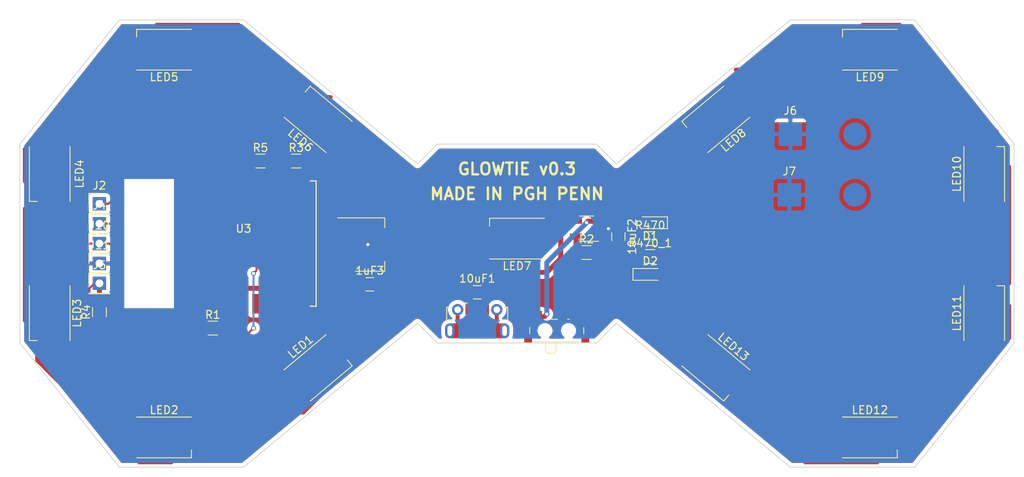
<source format=kicad_pcb>
(kicad_pcb (version 4) (host pcbnew 4.0.7)

  (general
    (links 85)
    (no_connects 3)
    (area 12.649999 12.649999 139.750001 69.900001)
    (thickness 1.6)
    (drawings 23)
    (tracks 260)
    (zones 0)
    (modules 39)
    (nets 30)
  )

  (page A4)
  (layers
    (0 F.Cu signal)
    (31 B.Cu signal)
    (32 B.Adhes user hide)
    (33 F.Adhes user hide)
    (34 B.Paste user hide)
    (35 F.Paste user hide)
    (36 B.SilkS user)
    (37 F.SilkS user)
    (38 B.Mask user)
    (39 F.Mask user)
    (40 Dwgs.User user hide)
    (41 Cmts.User user hide)
    (42 Eco1.User user hide)
    (43 Eco2.User user hide)
    (44 Edge.Cuts user)
    (45 Margin user hide)
    (46 B.CrtYd user hide)
    (47 F.CrtYd user hide)
    (48 B.Fab user)
    (49 F.Fab user hide)
  )

  (setup
    (last_trace_width 0.635)
    (user_trace_width 0.254)
    (user_trace_width 0.635)
    (user_trace_width 1.27)
    (trace_clearance 0.2)
    (zone_clearance 0.508)
    (zone_45_only yes)
    (trace_min 0.2)
    (segment_width 0.2)
    (edge_width 0.1)
    (via_size 0.6)
    (via_drill 0.4)
    (via_min_size 0.4)
    (via_min_drill 0.3)
    (uvia_size 0.3)
    (uvia_drill 0.1)
    (uvias_allowed no)
    (uvia_min_size 0.2)
    (uvia_min_drill 0.1)
    (pcb_text_width 0.3)
    (pcb_text_size 1.5 1.5)
    (mod_edge_width 0.15)
    (mod_text_size 1 1)
    (mod_text_width 0.15)
    (pad_size 3 3)
    (pad_drill 0)
    (pad_to_mask_clearance 0.05)
    (solder_mask_min_width 0.1)
    (pad_to_paste_clearance_ratio -0.05)
    (aux_axis_origin 0 0)
    (visible_elements FFFFFF7F)
    (pcbplotparams
      (layerselection 0x010fc_80000001)
      (usegerberextensions true)
      (excludeedgelayer true)
      (linewidth 0.100000)
      (plotframeref false)
      (viasonmask false)
      (mode 1)
      (useauxorigin false)
      (hpglpennumber 1)
      (hpglpenspeed 20)
      (hpglpendiameter 15)
      (hpglpenoverlay 2)
      (psnegative false)
      (psa4output false)
      (plotreference true)
      (plotvalue false)
      (plotinvisibletext false)
      (padsonsilk false)
      (subtractmaskfromsilk false)
      (outputformat 1)
      (mirror false)
      (drillshape 0)
      (scaleselection 1)
      (outputdirectory gerbers/v0.2/))
  )

  (net 0 "")
  (net 1 GND)
  (net 2 +3V3)
  (net 3 "Net-(J1-Pad6)")
  (net 4 "Net-(J2-Pad1)")
  (net 5 "Net-(J4-Pad1)")
  (net 6 "Net-(LED1-Pad2)")
  (net 7 "Net-(LED2-Pad2)")
  (net 8 "Net-(LED3-Pad2)")
  (net 9 "Net-(LED4-Pad2)")
  (net 10 "Net-(LED5-Pad2)")
  (net 11 "Net-(LED6-Pad2)")
  (net 12 "Net-(LED7-Pad2)")
  (net 13 "Net-(LED8-Pad2)")
  (net 14 "Net-(LED10-Pad4)")
  (net 15 "Net-(LED10-Pad2)")
  (net 16 "Net-(LED11-Pad2)")
  (net 17 "Net-(LED12-Pad2)")
  (net 18 "Net-(R2-Pad1)")
  (net 19 "Net-(10uF1-Pad1)")
  (net 20 "Net-(10uF2-Pad1)")
  (net 21 "Net-(R470-Pad1)")
  (net 22 "Net-(D1-Pad1)")
  (net 23 "Net-(D2-Pad2)")
  (net 24 +BATT)
  (net 25 "Net-(J5-Pad1)")
  (net 26 LED_SIG)
  (net 27 "Net-(R1-Pad2)")
  (net 28 "Net-(R3-Pad1)")
  (net 29 "Net-(R5-Pad2)")

  (net_class Default "This is the default net class."
    (clearance 0.2)
    (trace_width 0.5)
    (via_dia 0.6)
    (via_drill 0.4)
    (uvia_dia 0.3)
    (uvia_drill 0.1)
    (add_net +3V3)
    (add_net +BATT)
    (add_net GND)
    (add_net LED_SIG)
    (add_net "Net-(10uF1-Pad1)")
    (add_net "Net-(10uF2-Pad1)")
    (add_net "Net-(D1-Pad1)")
    (add_net "Net-(D2-Pad2)")
    (add_net "Net-(J1-Pad6)")
    (add_net "Net-(J2-Pad1)")
    (add_net "Net-(J4-Pad1)")
    (add_net "Net-(J5-Pad1)")
    (add_net "Net-(LED1-Pad2)")
    (add_net "Net-(LED10-Pad2)")
    (add_net "Net-(LED10-Pad4)")
    (add_net "Net-(LED11-Pad2)")
    (add_net "Net-(LED12-Pad2)")
    (add_net "Net-(LED2-Pad2)")
    (add_net "Net-(LED3-Pad2)")
    (add_net "Net-(LED4-Pad2)")
    (add_net "Net-(LED5-Pad2)")
    (add_net "Net-(LED6-Pad2)")
    (add_net "Net-(LED7-Pad2)")
    (add_net "Net-(LED8-Pad2)")
    (add_net "Net-(R1-Pad2)")
    (add_net "Net-(R2-Pad1)")
    (add_net "Net-(R3-Pad1)")
    (add_net "Net-(R470-Pad1)")
    (add_net "Net-(R5-Pad2)")
  )

  (net_class sadfs ""
    (clearance 0.2)
    (trace_width 0.254)
    (via_dia 0.6)
    (via_drill 0.4)
    (uvia_dia 0.3)
    (uvia_drill 0.1)
  )

  (net_class test ""
    (clearance 0.2)
    (trace_width 0.25)
    (via_dia 0.6)
    (via_drill 0.4)
    (uvia_dia 0.3)
    (uvia_drill 0.1)
  )

  (module Connectors_USB:USB_Micro-B_Molex-105017-0001 (layer F.Cu) (tedit 5AA59C60) (tstamp 5A8B639A)
    (at 71.12 52.07)
    (descr http://www.molex.com/pdm_docs/sd/1050170001_sd.pdf)
    (tags "Micro-USB SMD Typ-B")
    (path /5A7EC4F5)
    (attr smd)
    (fp_text reference J1 (at 0 -4) (layer F.SilkS) hide
      (effects (font (size 1 1) (thickness 0.15)))
    )
    (fp_text value USB_OTG (at 0.3 3.45) (layer F.Fab)
      (effects (font (size 1 1) (thickness 0.15)))
    )
    (fp_line (start -4.4 2.75) (end 4.4 2.75) (layer F.CrtYd) (width 0.05))
    (fp_line (start 4.4 -3.35) (end 4.4 2.75) (layer F.CrtYd) (width 0.05))
    (fp_line (start -4.4 -3.35) (end 4.4 -3.35) (layer F.CrtYd) (width 0.05))
    (fp_line (start -4.4 2.75) (end -4.4 -3.35) (layer F.CrtYd) (width 0.05))
    (fp_text user "PCB Edge" (at 0 1.8) (layer Dwgs.User)
      (effects (font (size 0.5 0.5) (thickness 0.08)))
    )
    (fp_line (start -3.9 -2.65) (end -3.45 -2.65) (layer F.SilkS) (width 0.12))
    (fp_line (start -3.9 -0.8) (end -3.9 -2.65) (layer F.SilkS) (width 0.12))
    (fp_line (start 3.9 1.75) (end 3.9 1.5) (layer F.SilkS) (width 0.12))
    (fp_line (start 3.75 2.5) (end 3.75 -2.5) (layer F.Fab) (width 0.1))
    (fp_line (start -3 1.801704) (end 3 1.801704) (layer F.Fab) (width 0.1))
    (fp_line (start -3.75 2.501704) (end 3.75 2.501704) (layer F.Fab) (width 0.1))
    (fp_line (start -3.75 -2.5) (end 3.75 -2.5) (layer F.Fab) (width 0.1))
    (fp_line (start -3.75 2.5) (end -3.75 -2.5) (layer F.Fab) (width 0.1))
    (fp_line (start -3.9 1.75) (end -3.9 1.5) (layer F.SilkS) (width 0.12))
    (fp_line (start 3.9 -0.8) (end 3.9 -2.65) (layer F.SilkS) (width 0.12))
    (fp_line (start 3.9 -2.65) (end 3.45 -2.65) (layer F.SilkS) (width 0.12))
    (fp_text user %R (at 0 0) (layer F.Fab)
      (effects (font (size 1 1) (thickness 0.15)))
    )
    (fp_line (start -1.7 -3.2) (end -1.25 -3.2) (layer F.SilkS) (width 0.12))
    (fp_line (start -1.7 -3.2) (end -1.7 -2.75) (layer F.SilkS) (width 0.12))
    (fp_line (start -1.3 -2.6) (end -1.5 -2.8) (layer F.Fab) (width 0.1))
    (fp_line (start -1.1 -2.8) (end -1.3 -2.6) (layer F.Fab) (width 0.1))
    (fp_line (start -1.5 -3.01) (end -1.1 -3.01) (layer F.Fab) (width 0.1))
    (fp_line (start -1.5 -3.01) (end -1.5 -2.8) (layer F.Fab) (width 0.1))
    (fp_line (start -1.1 -3.01) (end -1.1 -2.8) (layer F.Fab) (width 0.1))
    (pad 6 smd rect (at 1 0.35) (size 1.5 1.9) (layers F.Cu F.Paste F.Mask)
      (net 3 "Net-(J1-Pad6)"))
    (pad 6 thru_hole circle (at -2.5 -2.35) (size 1.45 1.45) (drill 0.85) (layers *.Cu *.Mask)
      (net 3 "Net-(J1-Pad6)"))
    (pad 2 smd rect (at -0.65 -2.35) (size 0.4 1.35) (layers F.Cu F.Paste F.Mask))
    (pad 1 smd rect (at -1.3 -2.35) (size 0.4 1.35) (layers F.Cu F.Paste F.Mask)
      (net 19 "Net-(10uF1-Pad1)"))
    (pad 5 smd rect (at 1.3 -2.35) (size 0.4 1.35) (layers F.Cu F.Paste F.Mask)
      (net 1 GND))
    (pad 4 smd rect (at 0.65 -2.35) (size 0.4 1.35) (layers F.Cu F.Paste F.Mask))
    (pad 3 smd rect (at 0 -2.35) (size 0.4 1.35) (layers F.Cu F.Paste F.Mask))
    (pad 6 thru_hole circle (at 2.5 -2.35) (size 1.45 1.45) (drill 0.85) (layers *.Cu *.Mask)
      (net 3 "Net-(J1-Pad6)"))
    (pad 6 smd rect (at -1 0.35) (size 1.5 1.9) (layers F.Cu F.Paste F.Mask)
      (net 3 "Net-(J1-Pad6)"))
    (pad 6 thru_hole oval (at -3.5 0.35 180) (size 1.2 1.9) (drill oval 0.6 1.3) (layers *.Cu *.Mask)
      (net 3 "Net-(J1-Pad6)"))
    (pad 6 thru_hole oval (at 3.5 0.35) (size 1.2 1.9) (drill oval 0.6 1.3) (layers *.Cu *.Mask)
      (net 3 "Net-(J1-Pad6)"))
    (pad 6 smd rect (at 2.9 0.35) (size 1.2 1.9) (layers F.Cu F.Mask)
      (net 3 "Net-(J1-Pad6)"))
    (pad 6 smd rect (at -2.9 0.35) (size 1.2 1.9) (layers F.Cu F.Mask)
      (net 3 "Net-(J1-Pad6)"))
    (model ${KISYS3DMOD}/Connectors_USB.3dshapes/USB_Micro-B_Molex-105017-0001.wrl
      (at (xyz 0 0 0))
      (scale (xyz 1 1 1))
      (rotate (xyz 0 0 0))
    )
  )

  (module LEDs:LED_WS2812B-PLCC4 (layer F.Cu) (tedit 587A6D9E) (tstamp 5A8B63C7)
    (at 50.8 57.15 40)
    (descr http://www.world-semi.com/uploads/soft/150522/1-150522091P5.pdf)
    (tags "LED NeoPixel")
    (path /5A7EDAF1)
    (attr smd)
    (fp_text reference LED1 (at 0 -3.5 40) (layer F.SilkS)
      (effects (font (size 1 1) (thickness 0.15)))
    )
    (fp_text value WS2812B (at 0 4 40) (layer F.Fab)
      (effects (font (size 1 1) (thickness 0.15)))
    )
    (fp_line (start 3.75 -2.85) (end -3.75 -2.85) (layer F.CrtYd) (width 0.05))
    (fp_line (start 3.75 2.85) (end 3.75 -2.85) (layer F.CrtYd) (width 0.05))
    (fp_line (start -3.75 2.85) (end 3.75 2.85) (layer F.CrtYd) (width 0.05))
    (fp_line (start -3.75 -2.85) (end -3.75 2.85) (layer F.CrtYd) (width 0.05))
    (fp_line (start 2.5 1.5) (end 1.5 2.5) (layer F.Fab) (width 0.1))
    (fp_line (start -2.5 -2.5) (end -2.5 2.5) (layer F.Fab) (width 0.1))
    (fp_line (start -2.5 2.5) (end 2.5 2.5) (layer F.Fab) (width 0.1))
    (fp_line (start 2.5 2.5) (end 2.5 -2.5) (layer F.Fab) (width 0.1))
    (fp_line (start 2.5 -2.5) (end -2.5 -2.5) (layer F.Fab) (width 0.1))
    (fp_line (start -3.5 -2.6) (end 3.5 -2.6) (layer F.SilkS) (width 0.12))
    (fp_line (start -3.5 2.6) (end 3.5 2.6) (layer F.SilkS) (width 0.12))
    (fp_line (start 3.5 2.6) (end 3.5 1.6) (layer F.SilkS) (width 0.12))
    (fp_circle (center 0 0) (end 0 -2) (layer F.Fab) (width 0.1))
    (pad 3 smd rect (at 2.5 1.6 40) (size 1.6 1) (layers F.Cu F.Paste F.Mask)
      (net 1 GND))
    (pad 4 smd rect (at 2.5 -1.6 40) (size 1.6 1) (layers F.Cu F.Paste F.Mask)
      (net 26 LED_SIG))
    (pad 2 smd rect (at -2.5 1.6 40) (size 1.6 1) (layers F.Cu F.Paste F.Mask)
      (net 6 "Net-(LED1-Pad2)"))
    (pad 1 smd rect (at -2.5 -1.6 40) (size 1.6 1) (layers F.Cu F.Paste F.Mask)
      (net 24 +BATT))
    (model ${KISYS3DMOD}/LEDs.3dshapes/LED_WS2812B-PLCC4.wrl
      (at (xyz 0 0 0))
      (scale (xyz 0.39 0.39 0.39))
      (rotate (xyz 0 0 180))
    )
  )

  (module LEDs:LED_WS2812B-PLCC4 (layer F.Cu) (tedit 587A6D9E) (tstamp 5A8B63DC)
    (at 31.115 66.04)
    (descr http://www.world-semi.com/uploads/soft/150522/1-150522091P5.pdf)
    (tags "LED NeoPixel")
    (path /5A7EDA91)
    (attr smd)
    (fp_text reference LED2 (at 0 -3.5) (layer F.SilkS)
      (effects (font (size 1 1) (thickness 0.15)))
    )
    (fp_text value WS2812B (at 0 4) (layer F.Fab)
      (effects (font (size 1 1) (thickness 0.15)))
    )
    (fp_line (start 3.75 -2.85) (end -3.75 -2.85) (layer F.CrtYd) (width 0.05))
    (fp_line (start 3.75 2.85) (end 3.75 -2.85) (layer F.CrtYd) (width 0.05))
    (fp_line (start -3.75 2.85) (end 3.75 2.85) (layer F.CrtYd) (width 0.05))
    (fp_line (start -3.75 -2.85) (end -3.75 2.85) (layer F.CrtYd) (width 0.05))
    (fp_line (start 2.5 1.5) (end 1.5 2.5) (layer F.Fab) (width 0.1))
    (fp_line (start -2.5 -2.5) (end -2.5 2.5) (layer F.Fab) (width 0.1))
    (fp_line (start -2.5 2.5) (end 2.5 2.5) (layer F.Fab) (width 0.1))
    (fp_line (start 2.5 2.5) (end 2.5 -2.5) (layer F.Fab) (width 0.1))
    (fp_line (start 2.5 -2.5) (end -2.5 -2.5) (layer F.Fab) (width 0.1))
    (fp_line (start -3.5 -2.6) (end 3.5 -2.6) (layer F.SilkS) (width 0.12))
    (fp_line (start -3.5 2.6) (end 3.5 2.6) (layer F.SilkS) (width 0.12))
    (fp_line (start 3.5 2.6) (end 3.5 1.6) (layer F.SilkS) (width 0.12))
    (fp_circle (center 0 0) (end 0 -2) (layer F.Fab) (width 0.1))
    (pad 3 smd rect (at 2.5 1.6) (size 1.6 1) (layers F.Cu F.Paste F.Mask)
      (net 1 GND))
    (pad 4 smd rect (at 2.5 -1.6) (size 1.6 1) (layers F.Cu F.Paste F.Mask)
      (net 6 "Net-(LED1-Pad2)"))
    (pad 2 smd rect (at -2.5 1.6) (size 1.6 1) (layers F.Cu F.Paste F.Mask)
      (net 7 "Net-(LED2-Pad2)"))
    (pad 1 smd rect (at -2.5 -1.6) (size 1.6 1) (layers F.Cu F.Paste F.Mask)
      (net 24 +BATT))
    (model ${KISYS3DMOD}/LEDs.3dshapes/LED_WS2812B-PLCC4.wrl
      (at (xyz 0 0 0))
      (scale (xyz 0.39 0.39 0.39))
      (rotate (xyz 0 0 180))
    )
  )

  (module LEDs:LED_WS2812B-PLCC4 (layer F.Cu) (tedit 587A6D9E) (tstamp 5A8B63F1)
    (at 16.51 50.165 270)
    (descr http://www.world-semi.com/uploads/soft/150522/1-150522091P5.pdf)
    (tags "LED NeoPixel")
    (path /5A7ED761)
    (attr smd)
    (fp_text reference LED3 (at 0 -3.5 270) (layer F.SilkS)
      (effects (font (size 1 1) (thickness 0.15)))
    )
    (fp_text value WS2812B (at 0 4 270) (layer F.Fab)
      (effects (font (size 1 1) (thickness 0.15)))
    )
    (fp_line (start 3.75 -2.85) (end -3.75 -2.85) (layer F.CrtYd) (width 0.05))
    (fp_line (start 3.75 2.85) (end 3.75 -2.85) (layer F.CrtYd) (width 0.05))
    (fp_line (start -3.75 2.85) (end 3.75 2.85) (layer F.CrtYd) (width 0.05))
    (fp_line (start -3.75 -2.85) (end -3.75 2.85) (layer F.CrtYd) (width 0.05))
    (fp_line (start 2.5 1.5) (end 1.5 2.5) (layer F.Fab) (width 0.1))
    (fp_line (start -2.5 -2.5) (end -2.5 2.5) (layer F.Fab) (width 0.1))
    (fp_line (start -2.5 2.5) (end 2.5 2.5) (layer F.Fab) (width 0.1))
    (fp_line (start 2.5 2.5) (end 2.5 -2.5) (layer F.Fab) (width 0.1))
    (fp_line (start 2.5 -2.5) (end -2.5 -2.5) (layer F.Fab) (width 0.1))
    (fp_line (start -3.5 -2.6) (end 3.5 -2.6) (layer F.SilkS) (width 0.12))
    (fp_line (start -3.5 2.6) (end 3.5 2.6) (layer F.SilkS) (width 0.12))
    (fp_line (start 3.5 2.6) (end 3.5 1.6) (layer F.SilkS) (width 0.12))
    (fp_circle (center 0 0) (end 0 -2) (layer F.Fab) (width 0.1))
    (pad 3 smd rect (at 2.5 1.6 270) (size 1.6 1) (layers F.Cu F.Paste F.Mask)
      (net 1 GND))
    (pad 4 smd rect (at 2.5 -1.6 270) (size 1.6 1) (layers F.Cu F.Paste F.Mask)
      (net 7 "Net-(LED2-Pad2)"))
    (pad 2 smd rect (at -2.5 1.6 270) (size 1.6 1) (layers F.Cu F.Paste F.Mask)
      (net 8 "Net-(LED3-Pad2)"))
    (pad 1 smd rect (at -2.5 -1.6 270) (size 1.6 1) (layers F.Cu F.Paste F.Mask)
      (net 24 +BATT))
    (model ${KISYS3DMOD}/LEDs.3dshapes/LED_WS2812B-PLCC4.wrl
      (at (xyz 0 0 0))
      (scale (xyz 0.39 0.39 0.39))
      (rotate (xyz 0 0 180))
    )
  )

  (module LEDs:LED_WS2812B-PLCC4 (layer F.Cu) (tedit 5AA59C20) (tstamp 5A8B6406)
    (at 16.51 32.385 270)
    (descr http://www.world-semi.com/uploads/soft/150522/1-150522091P5.pdf)
    (tags "LED NeoPixel")
    (path /5A7ED915)
    (attr smd)
    (fp_text reference LED4 (at 0 -3.81 450) (layer F.SilkS)
      (effects (font (size 1 1) (thickness 0.15)))
    )
    (fp_text value WS2812B (at 0 4 270) (layer F.Fab)
      (effects (font (size 1 1) (thickness 0.15)))
    )
    (fp_line (start 3.75 -2.85) (end -3.75 -2.85) (layer F.CrtYd) (width 0.05))
    (fp_line (start 3.75 2.85) (end 3.75 -2.85) (layer F.CrtYd) (width 0.05))
    (fp_line (start -3.75 2.85) (end 3.75 2.85) (layer F.CrtYd) (width 0.05))
    (fp_line (start -3.75 -2.85) (end -3.75 2.85) (layer F.CrtYd) (width 0.05))
    (fp_line (start 2.5 1.5) (end 1.5 2.5) (layer F.Fab) (width 0.1))
    (fp_line (start -2.5 -2.5) (end -2.5 2.5) (layer F.Fab) (width 0.1))
    (fp_line (start -2.5 2.5) (end 2.5 2.5) (layer F.Fab) (width 0.1))
    (fp_line (start 2.5 2.5) (end 2.5 -2.5) (layer F.Fab) (width 0.1))
    (fp_line (start 2.5 -2.5) (end -2.5 -2.5) (layer F.Fab) (width 0.1))
    (fp_line (start -3.5 -2.6) (end 3.5 -2.6) (layer F.SilkS) (width 0.12))
    (fp_line (start -3.5 2.6) (end 3.5 2.6) (layer F.SilkS) (width 0.12))
    (fp_line (start 3.5 2.6) (end 3.5 1.6) (layer F.SilkS) (width 0.12))
    (fp_circle (center 0 0) (end 0 -2) (layer F.Fab) (width 0.1))
    (pad 3 smd rect (at 2.5 1.6 270) (size 1.6 1) (layers F.Cu F.Paste F.Mask)
      (net 1 GND))
    (pad 4 smd rect (at 2.5 -1.6 270) (size 1.6 1) (layers F.Cu F.Paste F.Mask)
      (net 8 "Net-(LED3-Pad2)"))
    (pad 2 smd rect (at -2.5 1.6 270) (size 1.6 1) (layers F.Cu F.Paste F.Mask)
      (net 9 "Net-(LED4-Pad2)"))
    (pad 1 smd rect (at -2.5 -1.6 270) (size 1.6 1) (layers F.Cu F.Paste F.Mask)
      (net 24 +BATT))
    (model ${KISYS3DMOD}/LEDs.3dshapes/LED_WS2812B-PLCC4.wrl
      (at (xyz 0 0 0))
      (scale (xyz 0.39 0.39 0.39))
      (rotate (xyz 0 0 180))
    )
  )

  (module LEDs:LED_WS2812B-PLCC4 (layer F.Cu) (tedit 587A6D9E) (tstamp 5A8B641B)
    (at 31.115 16.51 180)
    (descr http://www.world-semi.com/uploads/soft/150522/1-150522091P5.pdf)
    (tags "LED NeoPixel")
    (path /5A7ED96F)
    (attr smd)
    (fp_text reference LED5 (at 0 -3.5 180) (layer F.SilkS)
      (effects (font (size 1 1) (thickness 0.15)))
    )
    (fp_text value WS2812B (at 0 4 180) (layer F.Fab)
      (effects (font (size 1 1) (thickness 0.15)))
    )
    (fp_line (start 3.75 -2.85) (end -3.75 -2.85) (layer F.CrtYd) (width 0.05))
    (fp_line (start 3.75 2.85) (end 3.75 -2.85) (layer F.CrtYd) (width 0.05))
    (fp_line (start -3.75 2.85) (end 3.75 2.85) (layer F.CrtYd) (width 0.05))
    (fp_line (start -3.75 -2.85) (end -3.75 2.85) (layer F.CrtYd) (width 0.05))
    (fp_line (start 2.5 1.5) (end 1.5 2.5) (layer F.Fab) (width 0.1))
    (fp_line (start -2.5 -2.5) (end -2.5 2.5) (layer F.Fab) (width 0.1))
    (fp_line (start -2.5 2.5) (end 2.5 2.5) (layer F.Fab) (width 0.1))
    (fp_line (start 2.5 2.5) (end 2.5 -2.5) (layer F.Fab) (width 0.1))
    (fp_line (start 2.5 -2.5) (end -2.5 -2.5) (layer F.Fab) (width 0.1))
    (fp_line (start -3.5 -2.6) (end 3.5 -2.6) (layer F.SilkS) (width 0.12))
    (fp_line (start -3.5 2.6) (end 3.5 2.6) (layer F.SilkS) (width 0.12))
    (fp_line (start 3.5 2.6) (end 3.5 1.6) (layer F.SilkS) (width 0.12))
    (fp_circle (center 0 0) (end 0 -2) (layer F.Fab) (width 0.1))
    (pad 3 smd rect (at 2.5 1.6 180) (size 1.6 1) (layers F.Cu F.Paste F.Mask)
      (net 1 GND))
    (pad 4 smd rect (at 2.5 -1.6 180) (size 1.6 1) (layers F.Cu F.Paste F.Mask)
      (net 9 "Net-(LED4-Pad2)"))
    (pad 2 smd rect (at -2.5 1.6 180) (size 1.6 1) (layers F.Cu F.Paste F.Mask)
      (net 10 "Net-(LED5-Pad2)"))
    (pad 1 smd rect (at -2.5 -1.6 180) (size 1.6 1) (layers F.Cu F.Paste F.Mask)
      (net 24 +BATT))
    (model ${KISYS3DMOD}/LEDs.3dshapes/LED_WS2812B-PLCC4.wrl
      (at (xyz 0 0 0))
      (scale (xyz 0.39 0.39 0.39))
      (rotate (xyz 0 0 180))
    )
  )

  (module LEDs:LED_WS2812B-PLCC4 (layer F.Cu) (tedit 587A6D9E) (tstamp 5A8B6430)
    (at 50.8 25.4 140)
    (descr http://www.world-semi.com/uploads/soft/150522/1-150522091P5.pdf)
    (tags "LED NeoPixel")
    (path /5A7ED9CB)
    (attr smd)
    (fp_text reference LED6 (at 0 -3.5 140) (layer F.SilkS)
      (effects (font (size 1 1) (thickness 0.15)))
    )
    (fp_text value WS2812B (at 0 4 140) (layer F.Fab)
      (effects (font (size 1 1) (thickness 0.15)))
    )
    (fp_line (start 3.75 -2.85) (end -3.75 -2.85) (layer F.CrtYd) (width 0.05))
    (fp_line (start 3.75 2.85) (end 3.75 -2.85) (layer F.CrtYd) (width 0.05))
    (fp_line (start -3.75 2.85) (end 3.75 2.85) (layer F.CrtYd) (width 0.05))
    (fp_line (start -3.75 -2.85) (end -3.75 2.85) (layer F.CrtYd) (width 0.05))
    (fp_line (start 2.5 1.5) (end 1.5 2.5) (layer F.Fab) (width 0.1))
    (fp_line (start -2.5 -2.5) (end -2.5 2.5) (layer F.Fab) (width 0.1))
    (fp_line (start -2.5 2.5) (end 2.5 2.5) (layer F.Fab) (width 0.1))
    (fp_line (start 2.5 2.5) (end 2.5 -2.5) (layer F.Fab) (width 0.1))
    (fp_line (start 2.5 -2.5) (end -2.5 -2.5) (layer F.Fab) (width 0.1))
    (fp_line (start -3.5 -2.6) (end 3.5 -2.6) (layer F.SilkS) (width 0.12))
    (fp_line (start -3.5 2.6) (end 3.5 2.6) (layer F.SilkS) (width 0.12))
    (fp_line (start 3.5 2.6) (end 3.5 1.6) (layer F.SilkS) (width 0.12))
    (fp_circle (center 0 0) (end 0 -2) (layer F.Fab) (width 0.1))
    (pad 3 smd rect (at 2.5 1.6 140) (size 1.6 1) (layers F.Cu F.Paste F.Mask)
      (net 1 GND))
    (pad 4 smd rect (at 2.5 -1.6 140) (size 1.6 1) (layers F.Cu F.Paste F.Mask)
      (net 10 "Net-(LED5-Pad2)"))
    (pad 2 smd rect (at -2.5 1.6 140) (size 1.6 1) (layers F.Cu F.Paste F.Mask)
      (net 11 "Net-(LED6-Pad2)"))
    (pad 1 smd rect (at -2.5 -1.6 140) (size 1.6 1) (layers F.Cu F.Paste F.Mask)
      (net 24 +BATT))
    (model ${KISYS3DMOD}/LEDs.3dshapes/LED_WS2812B-PLCC4.wrl
      (at (xyz 0 0 0))
      (scale (xyz 0.39 0.39 0.39))
      (rotate (xyz 0 0 180))
    )
  )

  (module LEDs:LED_WS2812B-PLCC4 (layer F.Cu) (tedit 587A6D9E) (tstamp 5A8B6445)
    (at 76.2 40.64 180)
    (descr http://www.world-semi.com/uploads/soft/150522/1-150522091P5.pdf)
    (tags "LED NeoPixel")
    (path /5A7EDA2D)
    (attr smd)
    (fp_text reference LED7 (at 0 -3.5 180) (layer F.SilkS)
      (effects (font (size 1 1) (thickness 0.15)))
    )
    (fp_text value WS2812B (at 0 4 180) (layer F.Fab)
      (effects (font (size 1 1) (thickness 0.15)))
    )
    (fp_line (start 3.75 -2.85) (end -3.75 -2.85) (layer F.CrtYd) (width 0.05))
    (fp_line (start 3.75 2.85) (end 3.75 -2.85) (layer F.CrtYd) (width 0.05))
    (fp_line (start -3.75 2.85) (end 3.75 2.85) (layer F.CrtYd) (width 0.05))
    (fp_line (start -3.75 -2.85) (end -3.75 2.85) (layer F.CrtYd) (width 0.05))
    (fp_line (start 2.5 1.5) (end 1.5 2.5) (layer F.Fab) (width 0.1))
    (fp_line (start -2.5 -2.5) (end -2.5 2.5) (layer F.Fab) (width 0.1))
    (fp_line (start -2.5 2.5) (end 2.5 2.5) (layer F.Fab) (width 0.1))
    (fp_line (start 2.5 2.5) (end 2.5 -2.5) (layer F.Fab) (width 0.1))
    (fp_line (start 2.5 -2.5) (end -2.5 -2.5) (layer F.Fab) (width 0.1))
    (fp_line (start -3.5 -2.6) (end 3.5 -2.6) (layer F.SilkS) (width 0.12))
    (fp_line (start -3.5 2.6) (end 3.5 2.6) (layer F.SilkS) (width 0.12))
    (fp_line (start 3.5 2.6) (end 3.5 1.6) (layer F.SilkS) (width 0.12))
    (fp_circle (center 0 0) (end 0 -2) (layer F.Fab) (width 0.1))
    (pad 3 smd rect (at 2.5 1.6 180) (size 1.6 1) (layers F.Cu F.Paste F.Mask)
      (net 1 GND))
    (pad 4 smd rect (at 2.5 -1.6 180) (size 1.6 1) (layers F.Cu F.Paste F.Mask)
      (net 11 "Net-(LED6-Pad2)"))
    (pad 2 smd rect (at -2.5 1.6 180) (size 1.6 1) (layers F.Cu F.Paste F.Mask)
      (net 12 "Net-(LED7-Pad2)"))
    (pad 1 smd rect (at -2.5 -1.6 180) (size 1.6 1) (layers F.Cu F.Paste F.Mask)
      (net 24 +BATT))
    (model ${KISYS3DMOD}/LEDs.3dshapes/LED_WS2812B-PLCC4.wrl
      (at (xyz 0 0 0))
      (scale (xyz 0.39 0.39 0.39))
      (rotate (xyz 0 0 180))
    )
  )

  (module LEDs:LED_WS2812B-PLCC4 (layer F.Cu) (tedit 587A6D9E) (tstamp 5A8B645A)
    (at 101.6 25.4 220)
    (descr http://www.world-semi.com/uploads/soft/150522/1-150522091P5.pdf)
    (tags "LED NeoPixel")
    (path /5A7EDB51)
    (attr smd)
    (fp_text reference LED8 (at 0 -3.5 220) (layer F.SilkS)
      (effects (font (size 1 1) (thickness 0.15)))
    )
    (fp_text value WS2812B (at 0 4 220) (layer F.Fab)
      (effects (font (size 1 1) (thickness 0.15)))
    )
    (fp_line (start 3.75 -2.85) (end -3.75 -2.85) (layer F.CrtYd) (width 0.05))
    (fp_line (start 3.75 2.85) (end 3.75 -2.85) (layer F.CrtYd) (width 0.05))
    (fp_line (start -3.75 2.85) (end 3.75 2.85) (layer F.CrtYd) (width 0.05))
    (fp_line (start -3.75 -2.85) (end -3.75 2.85) (layer F.CrtYd) (width 0.05))
    (fp_line (start 2.5 1.5) (end 1.5 2.5) (layer F.Fab) (width 0.1))
    (fp_line (start -2.5 -2.5) (end -2.5 2.5) (layer F.Fab) (width 0.1))
    (fp_line (start -2.5 2.5) (end 2.5 2.5) (layer F.Fab) (width 0.1))
    (fp_line (start 2.5 2.5) (end 2.5 -2.5) (layer F.Fab) (width 0.1))
    (fp_line (start 2.5 -2.5) (end -2.5 -2.5) (layer F.Fab) (width 0.1))
    (fp_line (start -3.5 -2.6) (end 3.5 -2.6) (layer F.SilkS) (width 0.12))
    (fp_line (start -3.5 2.6) (end 3.5 2.6) (layer F.SilkS) (width 0.12))
    (fp_line (start 3.5 2.6) (end 3.5 1.6) (layer F.SilkS) (width 0.12))
    (fp_circle (center 0 0) (end 0 -2) (layer F.Fab) (width 0.1))
    (pad 3 smd rect (at 2.5 1.6 220) (size 1.6 1) (layers F.Cu F.Paste F.Mask)
      (net 1 GND))
    (pad 4 smd rect (at 2.5 -1.6 220) (size 1.6 1) (layers F.Cu F.Paste F.Mask)
      (net 12 "Net-(LED7-Pad2)"))
    (pad 2 smd rect (at -2.5 1.6 220) (size 1.6 1) (layers F.Cu F.Paste F.Mask)
      (net 13 "Net-(LED8-Pad2)"))
    (pad 1 smd rect (at -2.5 -1.6 220) (size 1.6 1) (layers F.Cu F.Paste F.Mask)
      (net 24 +BATT))
    (model ${KISYS3DMOD}/LEDs.3dshapes/LED_WS2812B-PLCC4.wrl
      (at (xyz 0 0 0))
      (scale (xyz 0.39 0.39 0.39))
      (rotate (xyz 0 0 180))
    )
  )

  (module LEDs:LED_WS2812B-PLCC4 (layer F.Cu) (tedit 587A6D9E) (tstamp 5A8B646F)
    (at 121.285 16.51 180)
    (descr http://www.world-semi.com/uploads/soft/150522/1-150522091P5.pdf)
    (tags "LED NeoPixel")
    (path /5A7EDC18)
    (attr smd)
    (fp_text reference LED9 (at 0 -3.5 180) (layer F.SilkS)
      (effects (font (size 1 1) (thickness 0.15)))
    )
    (fp_text value WS2812B (at 0 4 180) (layer F.Fab)
      (effects (font (size 1 1) (thickness 0.15)))
    )
    (fp_line (start 3.75 -2.85) (end -3.75 -2.85) (layer F.CrtYd) (width 0.05))
    (fp_line (start 3.75 2.85) (end 3.75 -2.85) (layer F.CrtYd) (width 0.05))
    (fp_line (start -3.75 2.85) (end 3.75 2.85) (layer F.CrtYd) (width 0.05))
    (fp_line (start -3.75 -2.85) (end -3.75 2.85) (layer F.CrtYd) (width 0.05))
    (fp_line (start 2.5 1.5) (end 1.5 2.5) (layer F.Fab) (width 0.1))
    (fp_line (start -2.5 -2.5) (end -2.5 2.5) (layer F.Fab) (width 0.1))
    (fp_line (start -2.5 2.5) (end 2.5 2.5) (layer F.Fab) (width 0.1))
    (fp_line (start 2.5 2.5) (end 2.5 -2.5) (layer F.Fab) (width 0.1))
    (fp_line (start 2.5 -2.5) (end -2.5 -2.5) (layer F.Fab) (width 0.1))
    (fp_line (start -3.5 -2.6) (end 3.5 -2.6) (layer F.SilkS) (width 0.12))
    (fp_line (start -3.5 2.6) (end 3.5 2.6) (layer F.SilkS) (width 0.12))
    (fp_line (start 3.5 2.6) (end 3.5 1.6) (layer F.SilkS) (width 0.12))
    (fp_circle (center 0 0) (end 0 -2) (layer F.Fab) (width 0.1))
    (pad 3 smd rect (at 2.5 1.6 180) (size 1.6 1) (layers F.Cu F.Paste F.Mask)
      (net 1 GND))
    (pad 4 smd rect (at 2.5 -1.6 180) (size 1.6 1) (layers F.Cu F.Paste F.Mask)
      (net 13 "Net-(LED8-Pad2)"))
    (pad 2 smd rect (at -2.5 1.6 180) (size 1.6 1) (layers F.Cu F.Paste F.Mask)
      (net 14 "Net-(LED10-Pad4)"))
    (pad 1 smd rect (at -2.5 -1.6 180) (size 1.6 1) (layers F.Cu F.Paste F.Mask)
      (net 24 +BATT))
    (model ${KISYS3DMOD}/LEDs.3dshapes/LED_WS2812B-PLCC4.wrl
      (at (xyz 0 0 0))
      (scale (xyz 0.39 0.39 0.39))
      (rotate (xyz 0 0 180))
    )
  )

  (module Buttons_Switches_SMD:SW_SPDT_PCM12 (layer F.Cu) (tedit 5AA59C8D) (tstamp 5A8B654A)
    (at 81.28 52.07)
    (descr "Ultraminiature Surface Mount Slide Switch")
    (path /5A7ED3B8)
    (attr smd)
    (fp_text reference SW1 (at 0 -3.2) (layer F.SilkS) hide
      (effects (font (size 1 1) (thickness 0.15)))
    )
    (fp_text value SW_DPST_x2 (at 0 4.25) (layer F.Fab)
      (effects (font (size 1 1) (thickness 0.15)))
    )
    (fp_text user %R (at 0 -3.2) (layer F.Fab)
      (effects (font (size 1 1) (thickness 0.15)))
    )
    (fp_line (start -1.4 1.65) (end -1.4 2.95) (layer F.Fab) (width 0.1))
    (fp_line (start -1.4 2.95) (end -1.2 3.15) (layer F.Fab) (width 0.1))
    (fp_line (start -1.2 3.15) (end -0.35 3.15) (layer F.Fab) (width 0.1))
    (fp_line (start -0.35 3.15) (end -0.15 2.95) (layer F.Fab) (width 0.1))
    (fp_line (start -0.15 2.95) (end -0.1 2.9) (layer F.Fab) (width 0.1))
    (fp_line (start -0.1 2.9) (end -0.1 1.6) (layer F.Fab) (width 0.1))
    (fp_line (start -3.35 -1) (end -3.35 1.6) (layer F.Fab) (width 0.1))
    (fp_line (start -3.35 1.6) (end 3.35 1.6) (layer F.Fab) (width 0.1))
    (fp_line (start 3.35 1.6) (end 3.35 -1) (layer F.Fab) (width 0.1))
    (fp_line (start 3.35 -1) (end -3.35 -1) (layer F.Fab) (width 0.1))
    (fp_line (start 1.4 -1.12) (end 1.6 -1.12) (layer F.SilkS) (width 0.12))
    (fp_line (start -4.4 -2.45) (end 4.4 -2.45) (layer F.CrtYd) (width 0.05))
    (fp_line (start 4.4 -2.45) (end 4.4 2.1) (layer F.CrtYd) (width 0.05))
    (fp_line (start 4.4 2.1) (end 1.65 2.1) (layer F.CrtYd) (width 0.05))
    (fp_line (start 1.65 2.1) (end 1.65 3.4) (layer F.CrtYd) (width 0.05))
    (fp_line (start 1.65 3.4) (end -1.65 3.4) (layer F.CrtYd) (width 0.05))
    (fp_line (start -1.65 3.4) (end -1.65 2.1) (layer F.CrtYd) (width 0.05))
    (fp_line (start -1.65 2.1) (end -4.4 2.1) (layer F.CrtYd) (width 0.05))
    (fp_line (start -4.4 2.1) (end -4.4 -2.45) (layer F.CrtYd) (width 0.05))
    (fp_line (start -1.4 3.02) (end -1.2 3.23) (layer F.SilkS) (width 0.12))
    (fp_line (start -0.1 3.02) (end -0.3 3.23) (layer F.SilkS) (width 0.12))
    (fp_line (start -1.4 1.73) (end -1.4 3.02) (layer F.SilkS) (width 0.12))
    (fp_line (start -1.2 3.23) (end -0.3 3.23) (layer F.SilkS) (width 0.12))
    (fp_line (start -0.1 3.02) (end -0.1 1.73) (layer F.SilkS) (width 0.12))
    (fp_line (start -2.85 1.73) (end 2.85 1.73) (layer F.SilkS) (width 0.12))
    (fp_line (start -1.6 -1.12) (end 0.1 -1.12) (layer F.SilkS) (width 0.12))
    (fp_line (start -3.45 -0.07) (end -3.45 0.72) (layer F.SilkS) (width 0.12))
    (fp_line (start 3.45 0.72) (end 3.45 -0.07) (layer F.SilkS) (width 0.12))
    (pad "" np_thru_hole circle (at -1.5 0.33) (size 0.9 0.9) (drill 0.9) (layers *.Cu *.Mask))
    (pad "" np_thru_hole circle (at 1.5 0.33) (size 0.9 0.9) (drill 0.9) (layers *.Cu *.Mask))
    (pad 1 smd rect (at -2.25 -1.43) (size 0.7 1.5) (layers F.Cu F.Paste F.Mask)
      (net 20 "Net-(10uF2-Pad1)"))
    (pad 2 smd rect (at 0.75 -1.43) (size 0.7 1.5) (layers F.Cu F.Paste F.Mask)
      (net 24 +BATT))
    (pad 3 smd rect (at 2.25 -1.43) (size 0.7 1.5) (layers F.Cu F.Paste F.Mask))
    (pad "" smd rect (at -3.65 1.43) (size 1 0.8) (layers F.Cu F.Paste F.Mask))
    (pad "" smd rect (at 3.65 1.43) (size 1 0.8) (layers F.Cu F.Paste F.Mask))
    (pad "" smd rect (at 3.65 -0.78) (size 1 0.8) (layers F.Cu F.Paste F.Mask))
    (pad "" smd rect (at -3.65 -0.78) (size 1 0.8) (layers F.Cu F.Paste F.Mask))
    (model ${KISYS3DMOD}/Buttons_Switches_SMD.3dshapes/SW_SPDT_PCM12.wrl
      (at (xyz 0 0 0))
      (scale (xyz 1 1 1))
      (rotate (xyz 0 0 0))
    )
  )

  (module TO_SOT_Packages_SMD:SOT-23-5_HandSoldering (layer F.Cu) (tedit 5AA59C6B) (tstamp 5A8B6575)
    (at 85.09 39.37 180)
    (descr "5-pin SOT23 package")
    (tags "SOT-23-5 hand-soldering")
    (path /5A7EC6BF)
    (attr smd)
    (fp_text reference U1 (at 0 -2.9 180) (layer F.SilkS) hide
      (effects (font (size 1 1) (thickness 0.15)))
    )
    (fp_text value MCP73831 (at 0 2.9 180) (layer F.Fab)
      (effects (font (size 1 1) (thickness 0.15)))
    )
    (fp_text user %R (at 0 0 270) (layer F.Fab)
      (effects (font (size 0.5 0.5) (thickness 0.075)))
    )
    (fp_line (start -0.9 1.61) (end 0.9 1.61) (layer F.SilkS) (width 0.12))
    (fp_line (start 0.9 -1.61) (end -1.55 -1.61) (layer F.SilkS) (width 0.12))
    (fp_line (start -0.9 -0.9) (end -0.25 -1.55) (layer F.Fab) (width 0.1))
    (fp_line (start 0.9 -1.55) (end -0.25 -1.55) (layer F.Fab) (width 0.1))
    (fp_line (start -0.9 -0.9) (end -0.9 1.55) (layer F.Fab) (width 0.1))
    (fp_line (start 0.9 1.55) (end -0.9 1.55) (layer F.Fab) (width 0.1))
    (fp_line (start 0.9 -1.55) (end 0.9 1.55) (layer F.Fab) (width 0.1))
    (fp_line (start -2.38 -1.8) (end 2.38 -1.8) (layer F.CrtYd) (width 0.05))
    (fp_line (start -2.38 -1.8) (end -2.38 1.8) (layer F.CrtYd) (width 0.05))
    (fp_line (start 2.38 1.8) (end 2.38 -1.8) (layer F.CrtYd) (width 0.05))
    (fp_line (start 2.38 1.8) (end -2.38 1.8) (layer F.CrtYd) (width 0.05))
    (pad 1 smd rect (at -1.35 -0.95 180) (size 1.56 0.65) (layers F.Cu F.Paste F.Mask)
      (net 21 "Net-(R470-Pad1)"))
    (pad 2 smd rect (at -1.35 0 180) (size 1.56 0.65) (layers F.Cu F.Paste F.Mask)
      (net 1 GND))
    (pad 3 smd rect (at -1.35 0.95 180) (size 1.56 0.65) (layers F.Cu F.Paste F.Mask)
      (net 20 "Net-(10uF2-Pad1)"))
    (pad 4 smd rect (at 1.35 0.95 180) (size 1.56 0.65) (layers F.Cu F.Paste F.Mask)
      (net 19 "Net-(10uF1-Pad1)"))
    (pad 5 smd rect (at 1.35 -0.95 180) (size 1.56 0.65) (layers F.Cu F.Paste F.Mask)
      (net 18 "Net-(R2-Pad1)"))
    (model ${KISYS3DMOD}/TO_SOT_Packages_SMD.3dshapes\SOT-23-5.wrl
      (at (xyz 0 0 0))
      (scale (xyz 1 1 1))
      (rotate (xyz 0 0 0))
    )
  )

  (module LEDs:LED_WS2812B-PLCC4 (layer F.Cu) (tedit 587A6D9E) (tstamp 5A8CAF9D)
    (at 135.89 32.385 90)
    (descr http://www.world-semi.com/uploads/soft/150522/1-150522091P5.pdf)
    (tags "LED NeoPixel")
    (path /5A7EDCAA)
    (attr smd)
    (fp_text reference LED10 (at 0 -3.5 90) (layer F.SilkS)
      (effects (font (size 1 1) (thickness 0.15)))
    )
    (fp_text value WS2812B (at 0 4 90) (layer F.Fab)
      (effects (font (size 1 1) (thickness 0.15)))
    )
    (fp_line (start 3.75 -2.85) (end -3.75 -2.85) (layer F.CrtYd) (width 0.05))
    (fp_line (start 3.75 2.85) (end 3.75 -2.85) (layer F.CrtYd) (width 0.05))
    (fp_line (start -3.75 2.85) (end 3.75 2.85) (layer F.CrtYd) (width 0.05))
    (fp_line (start -3.75 -2.85) (end -3.75 2.85) (layer F.CrtYd) (width 0.05))
    (fp_line (start 2.5 1.5) (end 1.5 2.5) (layer F.Fab) (width 0.1))
    (fp_line (start -2.5 -2.5) (end -2.5 2.5) (layer F.Fab) (width 0.1))
    (fp_line (start -2.5 2.5) (end 2.5 2.5) (layer F.Fab) (width 0.1))
    (fp_line (start 2.5 2.5) (end 2.5 -2.5) (layer F.Fab) (width 0.1))
    (fp_line (start 2.5 -2.5) (end -2.5 -2.5) (layer F.Fab) (width 0.1))
    (fp_line (start -3.5 -2.6) (end 3.5 -2.6) (layer F.SilkS) (width 0.12))
    (fp_line (start -3.5 2.6) (end 3.5 2.6) (layer F.SilkS) (width 0.12))
    (fp_line (start 3.5 2.6) (end 3.5 1.6) (layer F.SilkS) (width 0.12))
    (fp_circle (center 0 0) (end 0 -2) (layer F.Fab) (width 0.1))
    (pad 3 smd rect (at 2.5 1.6 90) (size 1.6 1) (layers F.Cu F.Paste F.Mask)
      (net 1 GND))
    (pad 4 smd rect (at 2.5 -1.6 90) (size 1.6 1) (layers F.Cu F.Paste F.Mask)
      (net 14 "Net-(LED10-Pad4)"))
    (pad 2 smd rect (at -2.5 1.6 90) (size 1.6 1) (layers F.Cu F.Paste F.Mask)
      (net 15 "Net-(LED10-Pad2)"))
    (pad 1 smd rect (at -2.5 -1.6 90) (size 1.6 1) (layers F.Cu F.Paste F.Mask)
      (net 24 +BATT))
    (model ${KISYS3DMOD}/LEDs.3dshapes/LED_WS2812B-PLCC4.wrl
      (at (xyz 0 0 0))
      (scale (xyz 0.39 0.39 0.39))
      (rotate (xyz 0 0 180))
    )
  )

  (module LEDs:LED_WS2812B-PLCC4 (layer F.Cu) (tedit 587A6D9E) (tstamp 5A8CAFB2)
    (at 135.89 50.165 90)
    (descr http://www.world-semi.com/uploads/soft/150522/1-150522091P5.pdf)
    (tags "LED NeoPixel")
    (path /5A7EDD1C)
    (attr smd)
    (fp_text reference LED11 (at 0 -3.5 90) (layer F.SilkS)
      (effects (font (size 1 1) (thickness 0.15)))
    )
    (fp_text value WS2812B (at 0 4 90) (layer F.Fab)
      (effects (font (size 1 1) (thickness 0.15)))
    )
    (fp_line (start 3.75 -2.85) (end -3.75 -2.85) (layer F.CrtYd) (width 0.05))
    (fp_line (start 3.75 2.85) (end 3.75 -2.85) (layer F.CrtYd) (width 0.05))
    (fp_line (start -3.75 2.85) (end 3.75 2.85) (layer F.CrtYd) (width 0.05))
    (fp_line (start -3.75 -2.85) (end -3.75 2.85) (layer F.CrtYd) (width 0.05))
    (fp_line (start 2.5 1.5) (end 1.5 2.5) (layer F.Fab) (width 0.1))
    (fp_line (start -2.5 -2.5) (end -2.5 2.5) (layer F.Fab) (width 0.1))
    (fp_line (start -2.5 2.5) (end 2.5 2.5) (layer F.Fab) (width 0.1))
    (fp_line (start 2.5 2.5) (end 2.5 -2.5) (layer F.Fab) (width 0.1))
    (fp_line (start 2.5 -2.5) (end -2.5 -2.5) (layer F.Fab) (width 0.1))
    (fp_line (start -3.5 -2.6) (end 3.5 -2.6) (layer F.SilkS) (width 0.12))
    (fp_line (start -3.5 2.6) (end 3.5 2.6) (layer F.SilkS) (width 0.12))
    (fp_line (start 3.5 2.6) (end 3.5 1.6) (layer F.SilkS) (width 0.12))
    (fp_circle (center 0 0) (end 0 -2) (layer F.Fab) (width 0.1))
    (pad 3 smd rect (at 2.5 1.6 90) (size 1.6 1) (layers F.Cu F.Paste F.Mask)
      (net 1 GND))
    (pad 4 smd rect (at 2.5 -1.6 90) (size 1.6 1) (layers F.Cu F.Paste F.Mask)
      (net 15 "Net-(LED10-Pad2)"))
    (pad 2 smd rect (at -2.5 1.6 90) (size 1.6 1) (layers F.Cu F.Paste F.Mask)
      (net 16 "Net-(LED11-Pad2)"))
    (pad 1 smd rect (at -2.5 -1.6 90) (size 1.6 1) (layers F.Cu F.Paste F.Mask)
      (net 24 +BATT))
    (model ${KISYS3DMOD}/LEDs.3dshapes/LED_WS2812B-PLCC4.wrl
      (at (xyz 0 0 0))
      (scale (xyz 0.39 0.39 0.39))
      (rotate (xyz 0 0 180))
    )
  )

  (module LEDs:LED_WS2812B-PLCC4 (layer F.Cu) (tedit 587A6D9E) (tstamp 5A8CAFC7)
    (at 121.285 66.04)
    (descr http://www.world-semi.com/uploads/soft/150522/1-150522091P5.pdf)
    (tags "LED NeoPixel")
    (path /5A7EDD96)
    (attr smd)
    (fp_text reference LED12 (at 0 -3.5) (layer F.SilkS)
      (effects (font (size 1 1) (thickness 0.15)))
    )
    (fp_text value WS2812B (at 0 4) (layer F.Fab)
      (effects (font (size 1 1) (thickness 0.15)))
    )
    (fp_line (start 3.75 -2.85) (end -3.75 -2.85) (layer F.CrtYd) (width 0.05))
    (fp_line (start 3.75 2.85) (end 3.75 -2.85) (layer F.CrtYd) (width 0.05))
    (fp_line (start -3.75 2.85) (end 3.75 2.85) (layer F.CrtYd) (width 0.05))
    (fp_line (start -3.75 -2.85) (end -3.75 2.85) (layer F.CrtYd) (width 0.05))
    (fp_line (start 2.5 1.5) (end 1.5 2.5) (layer F.Fab) (width 0.1))
    (fp_line (start -2.5 -2.5) (end -2.5 2.5) (layer F.Fab) (width 0.1))
    (fp_line (start -2.5 2.5) (end 2.5 2.5) (layer F.Fab) (width 0.1))
    (fp_line (start 2.5 2.5) (end 2.5 -2.5) (layer F.Fab) (width 0.1))
    (fp_line (start 2.5 -2.5) (end -2.5 -2.5) (layer F.Fab) (width 0.1))
    (fp_line (start -3.5 -2.6) (end 3.5 -2.6) (layer F.SilkS) (width 0.12))
    (fp_line (start -3.5 2.6) (end 3.5 2.6) (layer F.SilkS) (width 0.12))
    (fp_line (start 3.5 2.6) (end 3.5 1.6) (layer F.SilkS) (width 0.12))
    (fp_circle (center 0 0) (end 0 -2) (layer F.Fab) (width 0.1))
    (pad 3 smd rect (at 2.5 1.6) (size 1.6 1) (layers F.Cu F.Paste F.Mask)
      (net 1 GND))
    (pad 4 smd rect (at 2.5 -1.6) (size 1.6 1) (layers F.Cu F.Paste F.Mask)
      (net 16 "Net-(LED11-Pad2)"))
    (pad 2 smd rect (at -2.5 1.6) (size 1.6 1) (layers F.Cu F.Paste F.Mask)
      (net 17 "Net-(LED12-Pad2)"))
    (pad 1 smd rect (at -2.5 -1.6) (size 1.6 1) (layers F.Cu F.Paste F.Mask)
      (net 24 +BATT))
    (model ${KISYS3DMOD}/LEDs.3dshapes/LED_WS2812B-PLCC4.wrl
      (at (xyz 0 0 0))
      (scale (xyz 0.39 0.39 0.39))
      (rotate (xyz 0 0 180))
    )
  )

  (module LEDs:LED_WS2812B-PLCC4 (layer F.Cu) (tedit 587A6D9E) (tstamp 5A8CAFDC)
    (at 101.6 57.15 320)
    (descr http://www.world-semi.com/uploads/soft/150522/1-150522091P5.pdf)
    (tags "LED NeoPixel")
    (path /5A7EDE0F)
    (attr smd)
    (fp_text reference LED13 (at 0 -3.5 320) (layer F.SilkS)
      (effects (font (size 1 1) (thickness 0.15)))
    )
    (fp_text value WS2812B (at 0 4 320) (layer F.Fab)
      (effects (font (size 1 1) (thickness 0.15)))
    )
    (fp_line (start 3.75 -2.85) (end -3.75 -2.85) (layer F.CrtYd) (width 0.05))
    (fp_line (start 3.75 2.85) (end 3.75 -2.85) (layer F.CrtYd) (width 0.05))
    (fp_line (start -3.75 2.85) (end 3.75 2.85) (layer F.CrtYd) (width 0.05))
    (fp_line (start -3.75 -2.85) (end -3.75 2.85) (layer F.CrtYd) (width 0.05))
    (fp_line (start 2.5 1.5) (end 1.5 2.5) (layer F.Fab) (width 0.1))
    (fp_line (start -2.5 -2.5) (end -2.5 2.5) (layer F.Fab) (width 0.1))
    (fp_line (start -2.5 2.5) (end 2.5 2.5) (layer F.Fab) (width 0.1))
    (fp_line (start 2.5 2.5) (end 2.5 -2.5) (layer F.Fab) (width 0.1))
    (fp_line (start 2.5 -2.5) (end -2.5 -2.5) (layer F.Fab) (width 0.1))
    (fp_line (start -3.5 -2.6) (end 3.5 -2.6) (layer F.SilkS) (width 0.12))
    (fp_line (start -3.5 2.6) (end 3.5 2.6) (layer F.SilkS) (width 0.12))
    (fp_line (start 3.5 2.6) (end 3.5 1.6) (layer F.SilkS) (width 0.12))
    (fp_circle (center 0 0) (end 0 -2) (layer F.Fab) (width 0.1))
    (pad 3 smd rect (at 2.5 1.6 320) (size 1.6 1) (layers F.Cu F.Paste F.Mask)
      (net 1 GND))
    (pad 4 smd rect (at 2.5 -1.6 320) (size 1.6 1) (layers F.Cu F.Paste F.Mask)
      (net 17 "Net-(LED12-Pad2)"))
    (pad 2 smd rect (at -2.5 1.6 320) (size 1.6 1) (layers F.Cu F.Paste F.Mask))
    (pad 1 smd rect (at -2.5 -1.6 320) (size 1.6 1) (layers F.Cu F.Paste F.Mask)
      (net 24 +BATT))
    (model ${KISYS3DMOD}/LEDs.3dshapes/LED_WS2812B-PLCC4.wrl
      (at (xyz 0 0 0))
      (scale (xyz 0.39 0.39 0.39))
      (rotate (xyz 0 0 180))
    )
  )

  (module Measurement_Points:Measurement_Point_Round-SMD-Pad_Big (layer F.Cu) (tedit 5AA5A088) (tstamp 5A9DE046)
    (at 119.38 27.305)
    (descr "Mesurement Point, Round, SMD Pad, DM 3mm,")
    (tags "Mesurement Point Round SMD Pad 3mm")
    (path /5AA59CE0)
    (attr virtual)
    (fp_text reference J8 (at 0 -3) (layer F.SilkS) hide
      (effects (font (size 1 1) (thickness 0.15)))
    )
    (fp_text value VBATT1 (at 0 3) (layer F.Fab)
      (effects (font (size 1 1) (thickness 0.15)))
    )
    (fp_circle (center 0 0) (end 1.75 0) (layer F.CrtYd) (width 0.05))
    (pad 1 smd circle (at 0 0) (size 3 3) (layers B.Cu B.Mask)
      (net 20 "Net-(10uF2-Pad1)"))
  )

  (module Measurement_Points:Measurement_Point_Round-SMD-Pad_Big (layer F.Cu) (tedit 5AA5A09D) (tstamp 5A9DE04B)
    (at 119.38 35.052)
    (descr "Mesurement Point, Round, SMD Pad, DM 3mm,")
    (tags "Mesurement Point Round SMD Pad 3mm")
    (path /5AA59D8C)
    (attr virtual)
    (fp_text reference J9 (at 0 -3) (layer F.SilkS) hide
      (effects (font (size 1 1) (thickness 0.15)))
    )
    (fp_text value VBATT2 (at 0 3) (layer F.Fab)
      (effects (font (size 1 1) (thickness 0.15)))
    )
    (fp_circle (center 0 0) (end 1.75 0) (layer F.CrtYd) (width 0.05))
    (pad 1 smd circle (at 0 0) (size 3 3) (layers B.Cu B.Mask)
      (net 20 "Net-(10uF2-Pad1)"))
  )

  (module TO_SOT_Packages_SMD:SOT-223 (layer F.Cu) (tedit 5AA59C65) (tstamp 5AA582FA)
    (at 57.404 41.402)
    (descr "module CMS SOT223 4 pins")
    (tags "CMS SOT")
    (path /5AA58DE1)
    (attr smd)
    (fp_text reference U2 (at 0 -4.5) (layer F.SilkS) hide
      (effects (font (size 1 1) (thickness 0.15)))
    )
    (fp_text value MCP1826S-3302E (at 0 4.5) (layer F.Fab)
      (effects (font (size 1 1) (thickness 0.15)))
    )
    (fp_text user %R (at 0 0 90) (layer F.Fab)
      (effects (font (size 0.8 0.8) (thickness 0.12)))
    )
    (fp_line (start -1.85 -2.3) (end -0.8 -3.35) (layer F.Fab) (width 0.1))
    (fp_line (start 1.91 3.41) (end 1.91 2.15) (layer F.SilkS) (width 0.12))
    (fp_line (start 1.91 -3.41) (end 1.91 -2.15) (layer F.SilkS) (width 0.12))
    (fp_line (start 4.4 -3.6) (end -4.4 -3.6) (layer F.CrtYd) (width 0.05))
    (fp_line (start 4.4 3.6) (end 4.4 -3.6) (layer F.CrtYd) (width 0.05))
    (fp_line (start -4.4 3.6) (end 4.4 3.6) (layer F.CrtYd) (width 0.05))
    (fp_line (start -4.4 -3.6) (end -4.4 3.6) (layer F.CrtYd) (width 0.05))
    (fp_line (start -1.85 -2.3) (end -1.85 3.35) (layer F.Fab) (width 0.1))
    (fp_line (start -1.85 3.41) (end 1.91 3.41) (layer F.SilkS) (width 0.12))
    (fp_line (start -0.8 -3.35) (end 1.85 -3.35) (layer F.Fab) (width 0.1))
    (fp_line (start -4.1 -3.41) (end 1.91 -3.41) (layer F.SilkS) (width 0.12))
    (fp_line (start -1.85 3.35) (end 1.85 3.35) (layer F.Fab) (width 0.1))
    (fp_line (start 1.85 -3.35) (end 1.85 3.35) (layer F.Fab) (width 0.1))
    (pad 4 smd rect (at 3.15 0) (size 2 3.8) (layers F.Cu F.Paste F.Mask)
      (net 1 GND))
    (pad 2 smd rect (at -3.15 0) (size 2 1.5) (layers F.Cu F.Paste F.Mask)
      (net 1 GND))
    (pad 3 smd rect (at -3.15 2.3) (size 2 1.5) (layers F.Cu F.Paste F.Mask)
      (net 2 +3V3))
    (pad 1 smd rect (at -3.15 -2.3) (size 2 1.5) (layers F.Cu F.Paste F.Mask)
      (net 24 +BATT))
    (model ${KISYS3DMOD}/TO_SOT_Packages_SMD.3dshapes/SOT-223.wrl
      (at (xyz 0 0 0))
      (scale (xyz 1 1 1))
      (rotate (xyz 0 0 0))
    )
  )

  (module Capacitors_SMD:C_0805_HandSoldering (layer F.Cu) (tedit 58AA84A8) (tstamp 5B450870)
    (at 57.404 46.482)
    (descr "Capacitor SMD 0805, hand soldering")
    (tags "capacitor 0805")
    (path /5AC3F7A8)
    (attr smd)
    (fp_text reference 1uF3 (at 0 -1.75) (layer F.SilkS)
      (effects (font (size 1 1) (thickness 0.15)))
    )
    (fp_text value C (at 0 1.75) (layer F.Fab)
      (effects (font (size 1 1) (thickness 0.15)))
    )
    (fp_text user %R (at 0 -1.75) (layer F.Fab)
      (effects (font (size 1 1) (thickness 0.15)))
    )
    (fp_line (start -1 0.62) (end -1 -0.62) (layer F.Fab) (width 0.1))
    (fp_line (start 1 0.62) (end -1 0.62) (layer F.Fab) (width 0.1))
    (fp_line (start 1 -0.62) (end 1 0.62) (layer F.Fab) (width 0.1))
    (fp_line (start -1 -0.62) (end 1 -0.62) (layer F.Fab) (width 0.1))
    (fp_line (start 0.5 -0.85) (end -0.5 -0.85) (layer F.SilkS) (width 0.12))
    (fp_line (start -0.5 0.85) (end 0.5 0.85) (layer F.SilkS) (width 0.12))
    (fp_line (start -2.25 -0.88) (end 2.25 -0.88) (layer F.CrtYd) (width 0.05))
    (fp_line (start -2.25 -0.88) (end -2.25 0.87) (layer F.CrtYd) (width 0.05))
    (fp_line (start 2.25 0.87) (end 2.25 -0.88) (layer F.CrtYd) (width 0.05))
    (fp_line (start 2.25 0.87) (end -2.25 0.87) (layer F.CrtYd) (width 0.05))
    (pad 1 smd rect (at -1.25 0) (size 1.5 1.25) (layers F.Cu F.Paste F.Mask)
      (net 2 +3V3))
    (pad 2 smd rect (at 1.25 0) (size 1.5 1.25) (layers F.Cu F.Paste F.Mask)
      (net 1 GND))
    (model Capacitors_SMD.3dshapes/C_0805.wrl
      (at (xyz 0 0 0))
      (scale (xyz 1 1 1))
      (rotate (xyz 0 0 0))
    )
  )

  (module Capacitors_SMD:C_0805_HandSoldering (layer F.Cu) (tedit 58AA84A8) (tstamp 5B450871)
    (at 71.12 47.498)
    (descr "Capacitor SMD 0805, hand soldering")
    (tags "capacitor 0805")
    (path /5A7EC73C)
    (attr smd)
    (fp_text reference 10uF1 (at 0 -1.75) (layer F.SilkS)
      (effects (font (size 1 1) (thickness 0.15)))
    )
    (fp_text value C (at 0 1.75) (layer F.Fab)
      (effects (font (size 1 1) (thickness 0.15)))
    )
    (fp_text user %R (at 0 -1.75) (layer F.Fab)
      (effects (font (size 1 1) (thickness 0.15)))
    )
    (fp_line (start -1 0.62) (end -1 -0.62) (layer F.Fab) (width 0.1))
    (fp_line (start 1 0.62) (end -1 0.62) (layer F.Fab) (width 0.1))
    (fp_line (start 1 -0.62) (end 1 0.62) (layer F.Fab) (width 0.1))
    (fp_line (start -1 -0.62) (end 1 -0.62) (layer F.Fab) (width 0.1))
    (fp_line (start 0.5 -0.85) (end -0.5 -0.85) (layer F.SilkS) (width 0.12))
    (fp_line (start -0.5 0.85) (end 0.5 0.85) (layer F.SilkS) (width 0.12))
    (fp_line (start -2.25 -0.88) (end 2.25 -0.88) (layer F.CrtYd) (width 0.05))
    (fp_line (start -2.25 -0.88) (end -2.25 0.87) (layer F.CrtYd) (width 0.05))
    (fp_line (start 2.25 0.87) (end 2.25 -0.88) (layer F.CrtYd) (width 0.05))
    (fp_line (start 2.25 0.87) (end -2.25 0.87) (layer F.CrtYd) (width 0.05))
    (pad 1 smd rect (at -1.25 0) (size 1.5 1.25) (layers F.Cu F.Paste F.Mask)
      (net 19 "Net-(10uF1-Pad1)"))
    (pad 2 smd rect (at 1.25 0) (size 1.5 1.25) (layers F.Cu F.Paste F.Mask)
      (net 1 GND))
    (model Capacitors_SMD.3dshapes/C_0805.wrl
      (at (xyz 0 0 0))
      (scale (xyz 1 1 1))
      (rotate (xyz 0 0 0))
    )
  )

  (module Capacitors_SMD:C_0805_HandSoldering (layer F.Cu) (tedit 58AA84A8) (tstamp 5B450876)
    (at 89.154 40.386 270)
    (descr "Capacitor SMD 0805, hand soldering")
    (tags "capacitor 0805")
    (path /5A7ECC46)
    (attr smd)
    (fp_text reference 10uF2 (at 0 -1.75 270) (layer F.SilkS)
      (effects (font (size 1 1) (thickness 0.15)))
    )
    (fp_text value C (at 0 1.75 270) (layer F.Fab)
      (effects (font (size 1 1) (thickness 0.15)))
    )
    (fp_text user %R (at 0 -1.75 270) (layer F.Fab)
      (effects (font (size 1 1) (thickness 0.15)))
    )
    (fp_line (start -1 0.62) (end -1 -0.62) (layer F.Fab) (width 0.1))
    (fp_line (start 1 0.62) (end -1 0.62) (layer F.Fab) (width 0.1))
    (fp_line (start 1 -0.62) (end 1 0.62) (layer F.Fab) (width 0.1))
    (fp_line (start -1 -0.62) (end 1 -0.62) (layer F.Fab) (width 0.1))
    (fp_line (start 0.5 -0.85) (end -0.5 -0.85) (layer F.SilkS) (width 0.12))
    (fp_line (start -0.5 0.85) (end 0.5 0.85) (layer F.SilkS) (width 0.12))
    (fp_line (start -2.25 -0.88) (end 2.25 -0.88) (layer F.CrtYd) (width 0.05))
    (fp_line (start -2.25 -0.88) (end -2.25 0.87) (layer F.CrtYd) (width 0.05))
    (fp_line (start 2.25 0.87) (end 2.25 -0.88) (layer F.CrtYd) (width 0.05))
    (fp_line (start 2.25 0.87) (end -2.25 0.87) (layer F.CrtYd) (width 0.05))
    (pad 1 smd rect (at -1.25 0 270) (size 1.5 1.25) (layers F.Cu F.Paste F.Mask)
      (net 20 "Net-(10uF2-Pad1)"))
    (pad 2 smd rect (at 1.25 0 270) (size 1.5 1.25) (layers F.Cu F.Paste F.Mask)
      (net 1 GND))
    (model Capacitors_SMD.3dshapes/C_0805.wrl
      (at (xyz 0 0 0))
      (scale (xyz 1 1 1))
      (rotate (xyz 0 0 0))
    )
  )

  (module LEDs:LED_0805_HandSoldering (layer F.Cu) (tedit 595FCA25) (tstamp 5B45087B)
    (at 93.218 38.608 180)
    (descr "Resistor SMD 0805, hand soldering")
    (tags "resistor 0805")
    (path /5AC3F9A8)
    (attr smd)
    (fp_text reference D1 (at 0 -1.7 180) (layer F.SilkS)
      (effects (font (size 1 1) (thickness 0.15)))
    )
    (fp_text value "LED(RED)" (at 0 1.75 180) (layer F.Fab)
      (effects (font (size 1 1) (thickness 0.15)))
    )
    (fp_line (start -0.4 -0.4) (end -0.4 0.4) (layer F.Fab) (width 0.1))
    (fp_line (start -0.4 0) (end 0.2 -0.4) (layer F.Fab) (width 0.1))
    (fp_line (start 0.2 0.4) (end -0.4 0) (layer F.Fab) (width 0.1))
    (fp_line (start 0.2 -0.4) (end 0.2 0.4) (layer F.Fab) (width 0.1))
    (fp_line (start -1 0.62) (end -1 -0.62) (layer F.Fab) (width 0.1))
    (fp_line (start 1 0.62) (end -1 0.62) (layer F.Fab) (width 0.1))
    (fp_line (start 1 -0.62) (end 1 0.62) (layer F.Fab) (width 0.1))
    (fp_line (start -1 -0.62) (end 1 -0.62) (layer F.Fab) (width 0.1))
    (fp_line (start 1 0.75) (end -2.2 0.75) (layer F.SilkS) (width 0.12))
    (fp_line (start -2.2 -0.75) (end 1 -0.75) (layer F.SilkS) (width 0.12))
    (fp_line (start -2.35 -0.9) (end 2.35 -0.9) (layer F.CrtYd) (width 0.05))
    (fp_line (start -2.35 -0.9) (end -2.35 0.9) (layer F.CrtYd) (width 0.05))
    (fp_line (start 2.35 0.9) (end 2.35 -0.9) (layer F.CrtYd) (width 0.05))
    (fp_line (start 2.35 0.9) (end -2.35 0.9) (layer F.CrtYd) (width 0.05))
    (fp_line (start -2.2 -0.75) (end -2.2 0.75) (layer F.SilkS) (width 0.12))
    (pad 1 smd rect (at -1.35 0 180) (size 1.5 1.3) (layers F.Cu F.Paste F.Mask)
      (net 22 "Net-(D1-Pad1)"))
    (pad 2 smd rect (at 1.35 0 180) (size 1.5 1.3) (layers F.Cu F.Paste F.Mask)
      (net 19 "Net-(10uF1-Pad1)"))
    (model ${KISYS3DMOD}/LEDs.3dshapes/LED_0805.wrl
      (at (xyz 0 0 0))
      (scale (xyz 1 1 1))
      (rotate (xyz 0 0 0))
    )
  )

  (module LEDs:LED_0805_HandSoldering (layer F.Cu) (tedit 5B4519A6) (tstamp 5B450880)
    (at 93.218 45.212)
    (descr "Resistor SMD 0805, hand soldering")
    (tags "resistor 0805")
    (path /5AC3FA64)
    (attr smd)
    (fp_text reference D2 (at 0 -1.7) (layer F.SilkS)
      (effects (font (size 1 1) (thickness 0.15)))
    )
    (fp_text value "LED(GREEN)" (at 0 1.75 90) (layer F.Fab)
      (effects (font (size 1 1) (thickness 0.15)))
    )
    (fp_line (start -0.4 -0.4) (end -0.4 0.4) (layer F.Fab) (width 0.1))
    (fp_line (start -0.4 0) (end 0.2 -0.4) (layer F.Fab) (width 0.1))
    (fp_line (start 0.2 0.4) (end -0.4 0) (layer F.Fab) (width 0.1))
    (fp_line (start 0.2 -0.4) (end 0.2 0.4) (layer F.Fab) (width 0.1))
    (fp_line (start -1 0.62) (end -1 -0.62) (layer F.Fab) (width 0.1))
    (fp_line (start 1 0.62) (end -1 0.62) (layer F.Fab) (width 0.1))
    (fp_line (start 1 -0.62) (end 1 0.62) (layer F.Fab) (width 0.1))
    (fp_line (start -1 -0.62) (end 1 -0.62) (layer F.Fab) (width 0.1))
    (fp_line (start 1 0.75) (end -2.2 0.75) (layer F.SilkS) (width 0.12))
    (fp_line (start -2.2 -0.75) (end 1 -0.75) (layer F.SilkS) (width 0.12))
    (fp_line (start -2.35 -0.9) (end 2.35 -0.9) (layer F.CrtYd) (width 0.05))
    (fp_line (start -2.35 -0.9) (end -2.35 0.9) (layer F.CrtYd) (width 0.05))
    (fp_line (start 2.35 0.9) (end 2.35 -0.9) (layer F.CrtYd) (width 0.05))
    (fp_line (start 2.35 0.9) (end -2.35 0.9) (layer F.CrtYd) (width 0.05))
    (fp_line (start -2.2 -0.75) (end -2.2 0.75) (layer F.SilkS) (width 0.12))
    (pad 1 smd rect (at -1.35 0) (size 1.5 1.3) (layers F.Cu F.Paste F.Mask)
      (net 1 GND))
    (pad 2 smd rect (at 1.35 0) (size 1.5 1.3) (layers F.Cu F.Paste F.Mask)
      (net 23 "Net-(D2-Pad2)"))
    (model ${KISYS3DMOD}/LEDs.3dshapes/LED_0805.wrl
      (at (xyz 0 0 0))
      (scale (xyz 1 1 1))
      (rotate (xyz 0 0 0))
    )
  )

  (module Pin_Headers:Pin_Header_Straight_1x01_Pitch2.54mm (layer F.Cu) (tedit 59650532) (tstamp 5B450889)
    (at 22.86 36.195)
    (descr "Through hole straight pin header, 1x01, 2.54mm pitch, single row")
    (tags "Through hole pin header THT 1x01 2.54mm single row")
    (path /5A7ED196)
    (fp_text reference J2 (at 0 -2.33) (layer F.SilkS)
      (effects (font (size 1 1) (thickness 0.15)))
    )
    (fp_text value POGO_RX (at 0 2.33) (layer F.Fab)
      (effects (font (size 1 1) (thickness 0.15)))
    )
    (fp_line (start -0.635 -1.27) (end 1.27 -1.27) (layer F.Fab) (width 0.1))
    (fp_line (start 1.27 -1.27) (end 1.27 1.27) (layer F.Fab) (width 0.1))
    (fp_line (start 1.27 1.27) (end -1.27 1.27) (layer F.Fab) (width 0.1))
    (fp_line (start -1.27 1.27) (end -1.27 -0.635) (layer F.Fab) (width 0.1))
    (fp_line (start -1.27 -0.635) (end -0.635 -1.27) (layer F.Fab) (width 0.1))
    (fp_line (start -1.33 1.33) (end 1.33 1.33) (layer F.SilkS) (width 0.12))
    (fp_line (start -1.33 1.27) (end -1.33 1.33) (layer F.SilkS) (width 0.12))
    (fp_line (start 1.33 1.27) (end 1.33 1.33) (layer F.SilkS) (width 0.12))
    (fp_line (start -1.33 1.27) (end 1.33 1.27) (layer F.SilkS) (width 0.12))
    (fp_line (start -1.33 0) (end -1.33 -1.33) (layer F.SilkS) (width 0.12))
    (fp_line (start -1.33 -1.33) (end 0 -1.33) (layer F.SilkS) (width 0.12))
    (fp_line (start -1.8 -1.8) (end -1.8 1.8) (layer F.CrtYd) (width 0.05))
    (fp_line (start -1.8 1.8) (end 1.8 1.8) (layer F.CrtYd) (width 0.05))
    (fp_line (start 1.8 1.8) (end 1.8 -1.8) (layer F.CrtYd) (width 0.05))
    (fp_line (start 1.8 -1.8) (end -1.8 -1.8) (layer F.CrtYd) (width 0.05))
    (fp_text user %R (at 0 0 90) (layer F.Fab)
      (effects (font (size 1 1) (thickness 0.15)))
    )
    (pad 1 thru_hole rect (at 0 0) (size 1.7 1.7) (drill 1) (layers *.Cu *.Mask)
      (net 4 "Net-(J2-Pad1)"))
    (model ${KISYS3DMOD}/Pin_Headers.3dshapes/Pin_Header_Straight_1x01_Pitch2.54mm.wrl
      (at (xyz 0 0 0))
      (scale (xyz 1 1 1))
      (rotate (xyz 0 0 0))
    )
  )

  (module Pin_Headers:Pin_Header_Straight_1x01_Pitch2.54mm (layer F.Cu) (tedit 5B450BD3) (tstamp 5B450893)
    (at 22.86 38.735)
    (descr "Through hole straight pin header, 1x01, 2.54mm pitch, single row")
    (tags "Through hole pin header THT 1x01 2.54mm single row")
    (path /5A7ED126)
    (fp_text reference J4 (at 0 -2.33) (layer F.SilkS)
      (effects (font (size 1 1) (thickness 0.15)))
    )
    (fp_text value POGO_TX (at 0 1.905 180) (layer F.Fab)
      (effects (font (size 1 1) (thickness 0.15)))
    )
    (fp_line (start -0.635 -1.27) (end 1.27 -1.27) (layer F.Fab) (width 0.1))
    (fp_line (start 1.27 -1.27) (end 1.27 1.27) (layer F.Fab) (width 0.1))
    (fp_line (start 1.27 1.27) (end -1.27 1.27) (layer F.Fab) (width 0.1))
    (fp_line (start -1.27 1.27) (end -1.27 -0.635) (layer F.Fab) (width 0.1))
    (fp_line (start -1.27 -0.635) (end -0.635 -1.27) (layer F.Fab) (width 0.1))
    (fp_line (start -1.33 1.33) (end 1.33 1.33) (layer F.SilkS) (width 0.12))
    (fp_line (start -1.33 1.27) (end -1.33 1.33) (layer F.SilkS) (width 0.12))
    (fp_line (start 1.33 1.27) (end 1.33 1.33) (layer F.SilkS) (width 0.12))
    (fp_line (start -1.33 1.27) (end 1.33 1.27) (layer F.SilkS) (width 0.12))
    (fp_line (start -1.33 0) (end -1.33 -1.33) (layer F.SilkS) (width 0.12))
    (fp_line (start -1.33 -1.33) (end 0 -1.33) (layer F.SilkS) (width 0.12))
    (fp_line (start -1.8 -1.8) (end -1.8 1.8) (layer F.CrtYd) (width 0.05))
    (fp_line (start -1.8 1.8) (end 1.8 1.8) (layer F.CrtYd) (width 0.05))
    (fp_line (start 1.8 1.8) (end 1.8 -1.8) (layer F.CrtYd) (width 0.05))
    (fp_line (start 1.8 -1.8) (end -1.8 -1.8) (layer F.CrtYd) (width 0.05))
    (fp_text user %R (at 0 0 90) (layer F.Fab)
      (effects (font (size 1 1) (thickness 0.15)))
    )
    (pad 1 thru_hole rect (at 0 0) (size 1.7 1.7) (drill 1) (layers *.Cu *.Mask)
      (net 5 "Net-(J4-Pad1)"))
    (model ${KISYS3DMOD}/Pin_Headers.3dshapes/Pin_Header_Straight_1x01_Pitch2.54mm.wrl
      (at (xyz 0 0 0))
      (scale (xyz 1 1 1))
      (rotate (xyz 0 0 0))
    )
  )

  (module Pin_Headers:Pin_Header_Straight_1x01_Pitch2.54mm (layer F.Cu) (tedit 59650532) (tstamp 5B450898)
    (at 22.86 46.355)
    (descr "Through hole straight pin header, 1x01, 2.54mm pitch, single row")
    (tags "Through hole pin header THT 1x01 2.54mm single row")
    (path /5B45192B)
    (fp_text reference J5 (at 0 -2.33) (layer F.SilkS)
      (effects (font (size 1 1) (thickness 0.15)))
    )
    (fp_text value BOOT2 (at 0 2.33) (layer F.Fab)
      (effects (font (size 1 1) (thickness 0.15)))
    )
    (fp_line (start -0.635 -1.27) (end 1.27 -1.27) (layer F.Fab) (width 0.1))
    (fp_line (start 1.27 -1.27) (end 1.27 1.27) (layer F.Fab) (width 0.1))
    (fp_line (start 1.27 1.27) (end -1.27 1.27) (layer F.Fab) (width 0.1))
    (fp_line (start -1.27 1.27) (end -1.27 -0.635) (layer F.Fab) (width 0.1))
    (fp_line (start -1.27 -0.635) (end -0.635 -1.27) (layer F.Fab) (width 0.1))
    (fp_line (start -1.33 1.33) (end 1.33 1.33) (layer F.SilkS) (width 0.12))
    (fp_line (start -1.33 1.27) (end -1.33 1.33) (layer F.SilkS) (width 0.12))
    (fp_line (start 1.33 1.27) (end 1.33 1.33) (layer F.SilkS) (width 0.12))
    (fp_line (start -1.33 1.27) (end 1.33 1.27) (layer F.SilkS) (width 0.12))
    (fp_line (start -1.33 0) (end -1.33 -1.33) (layer F.SilkS) (width 0.12))
    (fp_line (start -1.33 -1.33) (end 0 -1.33) (layer F.SilkS) (width 0.12))
    (fp_line (start -1.8 -1.8) (end -1.8 1.8) (layer F.CrtYd) (width 0.05))
    (fp_line (start -1.8 1.8) (end 1.8 1.8) (layer F.CrtYd) (width 0.05))
    (fp_line (start 1.8 1.8) (end 1.8 -1.8) (layer F.CrtYd) (width 0.05))
    (fp_line (start 1.8 -1.8) (end -1.8 -1.8) (layer F.CrtYd) (width 0.05))
    (fp_text user %R (at 0 0 90) (layer F.Fab)
      (effects (font (size 1 1) (thickness 0.15)))
    )
    (pad 1 thru_hole rect (at 0 0) (size 1.7 1.7) (drill 1) (layers *.Cu *.Mask)
      (net 25 "Net-(J5-Pad1)"))
    (model ${KISYS3DMOD}/Pin_Headers.3dshapes/Pin_Header_Straight_1x01_Pitch2.54mm.wrl
      (at (xyz 0 0 0))
      (scale (xyz 1 1 1))
      (rotate (xyz 0 0 0))
    )
  )

  (module Measurement_Points:Measurement_Point_Square-SMD-Pad_Big (layer F.Cu) (tedit 5B45112E) (tstamp 5B450899)
    (at 111.125 27.305)
    (descr "Mesurement Point, Square, SMD Pad,  3mm x 3mm,")
    (tags "Mesurement Point Square SMD Pad 3x3mm")
    (path /5AA59671)
    (attr virtual)
    (fp_text reference J6 (at 0 -3) (layer F.SilkS)
      (effects (font (size 1 1) (thickness 0.15)))
    )
    (fp_text value GND_BATT1 (at 0 3) (layer F.Fab)
      (effects (font (size 1 1) (thickness 0.15)))
    )
    (fp_line (start -1.75 -1.75) (end 1.75 -1.75) (layer F.CrtYd) (width 0.05))
    (fp_line (start 1.75 -1.75) (end 1.75 1.75) (layer F.CrtYd) (width 0.05))
    (fp_line (start 1.75 1.75) (end -1.75 1.75) (layer F.CrtYd) (width 0.05))
    (fp_line (start -1.75 1.75) (end -1.75 -1.75) (layer F.CrtYd) (width 0.05))
    (pad 1 smd rect (at 0 0) (size 3 3) (layers B.Cu B.Mask)
      (net 1 GND))
  )

  (module Measurement_Points:Measurement_Point_Square-SMD-Pad_Big (layer F.Cu) (tedit 5B450CE5) (tstamp 5B45089D)
    (at 110.998 35.052)
    (descr "Mesurement Point, Square, SMD Pad,  3mm x 3mm,")
    (tags "Mesurement Point Square SMD Pad 3x3mm")
    (path /5AA59972)
    (attr virtual)
    (fp_text reference J7 (at 0 -3) (layer F.SilkS)
      (effects (font (size 1 1) (thickness 0.15)))
    )
    (fp_text value GND_BATT2 (at 0 3) (layer F.Fab)
      (effects (font (size 1 1) (thickness 0.15)))
    )
    (fp_line (start -1.75 -1.75) (end 1.75 -1.75) (layer F.CrtYd) (width 0.05))
    (fp_line (start 1.75 -1.75) (end 1.75 1.75) (layer F.CrtYd) (width 0.05))
    (fp_line (start 1.75 1.75) (end -1.75 1.75) (layer F.CrtYd) (width 0.05))
    (fp_line (start -1.75 1.75) (end -1.75 -1.75) (layer F.CrtYd) (width 0.05))
    (pad 1 smd rect (at 0 0) (size 3 3) (layers B.Cu B.Mask)
      (net 1 GND))
  )

  (module Resistors_SMD:R_0805_HandSoldering (layer F.Cu) (tedit 58E0A804) (tstamp 5B4508A6)
    (at 37.338 52.07)
    (descr "Resistor SMD 0805, hand soldering")
    (tags "resistor 0805")
    (path /5B452071)
    (attr smd)
    (fp_text reference R1 (at 0 -1.7) (layer F.SilkS)
      (effects (font (size 1 1) (thickness 0.15)))
    )
    (fp_text value 10K (at 0 1.75) (layer F.Fab)
      (effects (font (size 1 1) (thickness 0.15)))
    )
    (fp_text user %R (at 0 0) (layer F.Fab)
      (effects (font (size 0.5 0.5) (thickness 0.075)))
    )
    (fp_line (start -1 0.62) (end -1 -0.62) (layer F.Fab) (width 0.1))
    (fp_line (start 1 0.62) (end -1 0.62) (layer F.Fab) (width 0.1))
    (fp_line (start 1 -0.62) (end 1 0.62) (layer F.Fab) (width 0.1))
    (fp_line (start -1 -0.62) (end 1 -0.62) (layer F.Fab) (width 0.1))
    (fp_line (start 0.6 0.88) (end -0.6 0.88) (layer F.SilkS) (width 0.12))
    (fp_line (start -0.6 -0.88) (end 0.6 -0.88) (layer F.SilkS) (width 0.12))
    (fp_line (start -2.35 -0.9) (end 2.35 -0.9) (layer F.CrtYd) (width 0.05))
    (fp_line (start -2.35 -0.9) (end -2.35 0.9) (layer F.CrtYd) (width 0.05))
    (fp_line (start 2.35 0.9) (end 2.35 -0.9) (layer F.CrtYd) (width 0.05))
    (fp_line (start 2.35 0.9) (end -2.35 0.9) (layer F.CrtYd) (width 0.05))
    (pad 1 smd rect (at -1.35 0) (size 1.5 1.3) (layers F.Cu F.Paste F.Mask)
      (net 2 +3V3))
    (pad 2 smd rect (at 1.35 0) (size 1.5 1.3) (layers F.Cu F.Paste F.Mask)
      (net 27 "Net-(R1-Pad2)"))
    (model ${KISYS3DMOD}/Resistors_SMD.3dshapes/R_0805.wrl
      (at (xyz 0 0 0))
      (scale (xyz 1 1 1))
      (rotate (xyz 0 0 0))
    )
  )

  (module Resistors_SMD:R_0805_HandSoldering (layer F.Cu) (tedit 58E0A804) (tstamp 5B4508A7)
    (at 85.09 42.418)
    (descr "Resistor SMD 0805, hand soldering")
    (tags "resistor 0805")
    (path /5A7ECE11)
    (attr smd)
    (fp_text reference R2 (at 0 -1.7) (layer F.SilkS)
      (effects (font (size 1 1) (thickness 0.15)))
    )
    (fp_text value 2K (at 0 1.75) (layer F.Fab)
      (effects (font (size 1 1) (thickness 0.15)))
    )
    (fp_text user %R (at 0 0) (layer F.Fab)
      (effects (font (size 0.5 0.5) (thickness 0.075)))
    )
    (fp_line (start -1 0.62) (end -1 -0.62) (layer F.Fab) (width 0.1))
    (fp_line (start 1 0.62) (end -1 0.62) (layer F.Fab) (width 0.1))
    (fp_line (start 1 -0.62) (end 1 0.62) (layer F.Fab) (width 0.1))
    (fp_line (start -1 -0.62) (end 1 -0.62) (layer F.Fab) (width 0.1))
    (fp_line (start 0.6 0.88) (end -0.6 0.88) (layer F.SilkS) (width 0.12))
    (fp_line (start -0.6 -0.88) (end 0.6 -0.88) (layer F.SilkS) (width 0.12))
    (fp_line (start -2.35 -0.9) (end 2.35 -0.9) (layer F.CrtYd) (width 0.05))
    (fp_line (start -2.35 -0.9) (end -2.35 0.9) (layer F.CrtYd) (width 0.05))
    (fp_line (start 2.35 0.9) (end 2.35 -0.9) (layer F.CrtYd) (width 0.05))
    (fp_line (start 2.35 0.9) (end -2.35 0.9) (layer F.CrtYd) (width 0.05))
    (pad 1 smd rect (at -1.35 0) (size 1.5 1.3) (layers F.Cu F.Paste F.Mask)
      (net 18 "Net-(R2-Pad1)"))
    (pad 2 smd rect (at 1.35 0) (size 1.5 1.3) (layers F.Cu F.Paste F.Mask)
      (net 1 GND))
    (model ${KISYS3DMOD}/Resistors_SMD.3dshapes/R_0805.wrl
      (at (xyz 0 0 0))
      (scale (xyz 1 1 1))
      (rotate (xyz 0 0 0))
    )
  )

  (module Resistors_SMD:R_0805_HandSoldering (layer F.Cu) (tedit 58E0A804) (tstamp 5B4508AC)
    (at 48.006 30.734)
    (descr "Resistor SMD 0805, hand soldering")
    (tags "resistor 0805")
    (path /5B451B5E)
    (attr smd)
    (fp_text reference R3 (at 0 -1.7) (layer F.SilkS)
      (effects (font (size 1 1) (thickness 0.15)))
    )
    (fp_text value 10K (at 0 1.75) (layer F.Fab)
      (effects (font (size 1 1) (thickness 0.15)))
    )
    (fp_text user %R (at 0 0) (layer F.Fab)
      (effects (font (size 0.5 0.5) (thickness 0.075)))
    )
    (fp_line (start -1 0.62) (end -1 -0.62) (layer F.Fab) (width 0.1))
    (fp_line (start 1 0.62) (end -1 0.62) (layer F.Fab) (width 0.1))
    (fp_line (start 1 -0.62) (end 1 0.62) (layer F.Fab) (width 0.1))
    (fp_line (start -1 -0.62) (end 1 -0.62) (layer F.Fab) (width 0.1))
    (fp_line (start 0.6 0.88) (end -0.6 0.88) (layer F.SilkS) (width 0.12))
    (fp_line (start -0.6 -0.88) (end 0.6 -0.88) (layer F.SilkS) (width 0.12))
    (fp_line (start -2.35 -0.9) (end 2.35 -0.9) (layer F.CrtYd) (width 0.05))
    (fp_line (start -2.35 -0.9) (end -2.35 0.9) (layer F.CrtYd) (width 0.05))
    (fp_line (start 2.35 0.9) (end 2.35 -0.9) (layer F.CrtYd) (width 0.05))
    (fp_line (start 2.35 0.9) (end -2.35 0.9) (layer F.CrtYd) (width 0.05))
    (pad 1 smd rect (at -1.35 0) (size 1.5 1.3) (layers F.Cu F.Paste F.Mask)
      (net 28 "Net-(R3-Pad1)"))
    (pad 2 smd rect (at 1.35 0) (size 1.5 1.3) (layers F.Cu F.Paste F.Mask)
      (net 1 GND))
    (model ${KISYS3DMOD}/Resistors_SMD.3dshapes/R_0805.wrl
      (at (xyz 0 0 0))
      (scale (xyz 1 1 1))
      (rotate (xyz 0 0 0))
    )
  )

  (module Resistors_SMD:R_0805_HandSoldering (layer F.Cu) (tedit 58E0A804) (tstamp 5B4508B1)
    (at 22.86 50.038 90)
    (descr "Resistor SMD 0805, hand soldering")
    (tags "resistor 0805")
    (path /5B451119)
    (attr smd)
    (fp_text reference R4 (at 0 -1.7 90) (layer F.SilkS)
      (effects (font (size 1 1) (thickness 0.15)))
    )
    (fp_text value 10K (at 0 1.75 90) (layer F.Fab)
      (effects (font (size 1 1) (thickness 0.15)))
    )
    (fp_text user %R (at 0 0 90) (layer F.Fab)
      (effects (font (size 0.5 0.5) (thickness 0.075)))
    )
    (fp_line (start -1 0.62) (end -1 -0.62) (layer F.Fab) (width 0.1))
    (fp_line (start 1 0.62) (end -1 0.62) (layer F.Fab) (width 0.1))
    (fp_line (start 1 -0.62) (end 1 0.62) (layer F.Fab) (width 0.1))
    (fp_line (start -1 -0.62) (end 1 -0.62) (layer F.Fab) (width 0.1))
    (fp_line (start 0.6 0.88) (end -0.6 0.88) (layer F.SilkS) (width 0.12))
    (fp_line (start -0.6 -0.88) (end 0.6 -0.88) (layer F.SilkS) (width 0.12))
    (fp_line (start -2.35 -0.9) (end 2.35 -0.9) (layer F.CrtYd) (width 0.05))
    (fp_line (start -2.35 -0.9) (end -2.35 0.9) (layer F.CrtYd) (width 0.05))
    (fp_line (start 2.35 0.9) (end 2.35 -0.9) (layer F.CrtYd) (width 0.05))
    (fp_line (start 2.35 0.9) (end -2.35 0.9) (layer F.CrtYd) (width 0.05))
    (pad 1 smd rect (at -1.35 0 90) (size 1.5 1.3) (layers F.Cu F.Paste F.Mask)
      (net 2 +3V3))
    (pad 2 smd rect (at 1.35 0 90) (size 1.5 1.3) (layers F.Cu F.Paste F.Mask)
      (net 25 "Net-(J5-Pad1)"))
    (model ${KISYS3DMOD}/Resistors_SMD.3dshapes/R_0805.wrl
      (at (xyz 0 0 0))
      (scale (xyz 1 1 1))
      (rotate (xyz 0 0 0))
    )
  )

  (module Resistors_SMD:R_0805_HandSoldering (layer F.Cu) (tedit 58E0A804) (tstamp 5B4508BB)
    (at 43.434 30.734)
    (descr "Resistor SMD 0805, hand soldering")
    (tags "resistor 0805")
    (path /5B451545)
    (attr smd)
    (fp_text reference R5 (at 0 -1.7) (layer F.SilkS)
      (effects (font (size 1 1) (thickness 0.15)))
    )
    (fp_text value 10K (at 0 1.75) (layer F.Fab)
      (effects (font (size 1 1) (thickness 0.15)))
    )
    (fp_text user %R (at 0 0) (layer F.Fab)
      (effects (font (size 0.5 0.5) (thickness 0.075)))
    )
    (fp_line (start -1 0.62) (end -1 -0.62) (layer F.Fab) (width 0.1))
    (fp_line (start 1 0.62) (end -1 0.62) (layer F.Fab) (width 0.1))
    (fp_line (start 1 -0.62) (end 1 0.62) (layer F.Fab) (width 0.1))
    (fp_line (start -1 -0.62) (end 1 -0.62) (layer F.Fab) (width 0.1))
    (fp_line (start 0.6 0.88) (end -0.6 0.88) (layer F.SilkS) (width 0.12))
    (fp_line (start -0.6 -0.88) (end 0.6 -0.88) (layer F.SilkS) (width 0.12))
    (fp_line (start -2.35 -0.9) (end 2.35 -0.9) (layer F.CrtYd) (width 0.05))
    (fp_line (start -2.35 -0.9) (end -2.35 0.9) (layer F.CrtYd) (width 0.05))
    (fp_line (start 2.35 0.9) (end 2.35 -0.9) (layer F.CrtYd) (width 0.05))
    (fp_line (start 2.35 0.9) (end -2.35 0.9) (layer F.CrtYd) (width 0.05))
    (pad 1 smd rect (at -1.35 0) (size 1.5 1.3) (layers F.Cu F.Paste F.Mask)
      (net 2 +3V3))
    (pad 2 smd rect (at 1.35 0) (size 1.5 1.3) (layers F.Cu F.Paste F.Mask)
      (net 29 "Net-(R5-Pad2)"))
    (model ${KISYS3DMOD}/Resistors_SMD.3dshapes/R_0805.wrl
      (at (xyz 0 0 0))
      (scale (xyz 1 1 1))
      (rotate (xyz 0 0 0))
    )
  )

  (module Resistors_SMD:R_0805_HandSoldering (layer F.Cu) (tedit 58E0A804) (tstamp 5B4508BC)
    (at 93.218 40.64)
    (descr "Resistor SMD 0805, hand soldering")
    (tags "resistor 0805")
    (path /5AC3FC03)
    (attr smd)
    (fp_text reference R470 (at 0 -1.7) (layer F.SilkS)
      (effects (font (size 1 1) (thickness 0.15)))
    )
    (fp_text value R (at 0 1.75) (layer F.Fab)
      (effects (font (size 1 1) (thickness 0.15)))
    )
    (fp_text user %R (at 0 0) (layer F.Fab)
      (effects (font (size 0.5 0.5) (thickness 0.075)))
    )
    (fp_line (start -1 0.62) (end -1 -0.62) (layer F.Fab) (width 0.1))
    (fp_line (start 1 0.62) (end -1 0.62) (layer F.Fab) (width 0.1))
    (fp_line (start 1 -0.62) (end 1 0.62) (layer F.Fab) (width 0.1))
    (fp_line (start -1 -0.62) (end 1 -0.62) (layer F.Fab) (width 0.1))
    (fp_line (start 0.6 0.88) (end -0.6 0.88) (layer F.SilkS) (width 0.12))
    (fp_line (start -0.6 -0.88) (end 0.6 -0.88) (layer F.SilkS) (width 0.12))
    (fp_line (start -2.35 -0.9) (end 2.35 -0.9) (layer F.CrtYd) (width 0.05))
    (fp_line (start -2.35 -0.9) (end -2.35 0.9) (layer F.CrtYd) (width 0.05))
    (fp_line (start 2.35 0.9) (end 2.35 -0.9) (layer F.CrtYd) (width 0.05))
    (fp_line (start 2.35 0.9) (end -2.35 0.9) (layer F.CrtYd) (width 0.05))
    (pad 1 smd rect (at -1.35 0) (size 1.5 1.3) (layers F.Cu F.Paste F.Mask)
      (net 21 "Net-(R470-Pad1)"))
    (pad 2 smd rect (at 1.35 0) (size 1.5 1.3) (layers F.Cu F.Paste F.Mask)
      (net 22 "Net-(D1-Pad1)"))
    (model ${KISYS3DMOD}/Resistors_SMD.3dshapes/R_0805.wrl
      (at (xyz 0 0 0))
      (scale (xyz 1 1 1))
      (rotate (xyz 0 0 0))
    )
  )

  (module Resistors_SMD:R_0805_HandSoldering (layer F.Cu) (tedit 58E0A804) (tstamp 5B4508C1)
    (at 93.218 42.926)
    (descr "Resistor SMD 0805, hand soldering")
    (tags "resistor 0805")
    (path /5AC3FCB1)
    (attr smd)
    (fp_text reference R470_1 (at 0 -1.7) (layer F.SilkS)
      (effects (font (size 1 1) (thickness 0.15)))
    )
    (fp_text value R (at 0 1.75) (layer F.Fab)
      (effects (font (size 1 1) (thickness 0.15)))
    )
    (fp_text user %R (at 0 0) (layer F.Fab)
      (effects (font (size 0.5 0.5) (thickness 0.075)))
    )
    (fp_line (start -1 0.62) (end -1 -0.62) (layer F.Fab) (width 0.1))
    (fp_line (start 1 0.62) (end -1 0.62) (layer F.Fab) (width 0.1))
    (fp_line (start 1 -0.62) (end 1 0.62) (layer F.Fab) (width 0.1))
    (fp_line (start -1 -0.62) (end 1 -0.62) (layer F.Fab) (width 0.1))
    (fp_line (start 0.6 0.88) (end -0.6 0.88) (layer F.SilkS) (width 0.12))
    (fp_line (start -0.6 -0.88) (end 0.6 -0.88) (layer F.SilkS) (width 0.12))
    (fp_line (start -2.35 -0.9) (end 2.35 -0.9) (layer F.CrtYd) (width 0.05))
    (fp_line (start -2.35 -0.9) (end -2.35 0.9) (layer F.CrtYd) (width 0.05))
    (fp_line (start 2.35 0.9) (end 2.35 -0.9) (layer F.CrtYd) (width 0.05))
    (fp_line (start 2.35 0.9) (end -2.35 0.9) (layer F.CrtYd) (width 0.05))
    (pad 1 smd rect (at -1.35 0) (size 1.5 1.3) (layers F.Cu F.Paste F.Mask)
      (net 21 "Net-(R470-Pad1)"))
    (pad 2 smd rect (at 1.35 0) (size 1.5 1.3) (layers F.Cu F.Paste F.Mask)
      (net 23 "Net-(D2-Pad2)"))
    (model ${KISYS3DMOD}/Resistors_SMD.3dshapes/R_0805.wrl
      (at (xyz 0 0 0))
      (scale (xyz 1 1 1))
      (rotate (xyz 0 0 0))
    )
  )

  (module ESP8266:ESP-12E_SMD (layer F.Cu) (tedit 58FB7FFE) (tstamp 5B4508C6)
    (at 34.925 48.26 90)
    (descr "Module, ESP-8266, ESP-12, 16 pad, SMD")
    (tags "Module ESP-8266 ESP8266")
    (path /5B450BD3)
    (fp_text reference U3 (at 8.89 6.35 180) (layer F.SilkS)
      (effects (font (size 1 1) (thickness 0.15)))
    )
    (fp_text value ESP-12F (at 5.08 6.35 180) (layer F.Fab) hide
      (effects (font (size 1 1) (thickness 0.15)))
    )
    (fp_line (start -2.25 -0.5) (end -2.25 -8.75) (layer F.CrtYd) (width 0.05))
    (fp_line (start -2.25 -8.75) (end 15.25 -8.75) (layer F.CrtYd) (width 0.05))
    (fp_line (start 15.25 -8.75) (end 16.25 -8.75) (layer F.CrtYd) (width 0.05))
    (fp_line (start 16.25 -8.75) (end 16.25 16) (layer F.CrtYd) (width 0.05))
    (fp_line (start 16.25 16) (end -2.25 16) (layer F.CrtYd) (width 0.05))
    (fp_line (start -2.25 16) (end -2.25 -0.5) (layer F.CrtYd) (width 0.05))
    (fp_line (start -1.016 -8.382) (end 14.986 -8.382) (layer F.CrtYd) (width 0.1524))
    (fp_line (start 14.986 -8.382) (end 14.986 -0.889) (layer F.CrtYd) (width 0.1524))
    (fp_line (start -1.016 -8.382) (end -1.016 -1.016) (layer F.CrtYd) (width 0.1524))
    (fp_line (start -1.016 14.859) (end -1.016 15.621) (layer F.SilkS) (width 0.1524))
    (fp_line (start -1.016 15.621) (end 14.986 15.621) (layer F.SilkS) (width 0.1524))
    (fp_line (start 14.986 15.621) (end 14.986 14.859) (layer F.SilkS) (width 0.1524))
    (fp_line (start 14.992 -8.4) (end -1.008 -2.6) (layer F.CrtYd) (width 0.1524))
    (fp_line (start -1.008 -8.4) (end 14.992 -2.6) (layer F.CrtYd) (width 0.1524))
    (fp_text user "No Copper" (at 6.892 -5.4 90) (layer F.CrtYd)
      (effects (font (size 1 1) (thickness 0.15)))
    )
    (fp_line (start -1.008 -2.6) (end 14.992 -2.6) (layer F.CrtYd) (width 0.1524))
    (fp_line (start 15 -8.4) (end 15 15.6) (layer F.Fab) (width 0.05))
    (fp_line (start 14.992 15.6) (end -1.008 15.6) (layer F.Fab) (width 0.05))
    (fp_line (start -1.008 15.6) (end -1.008 -8.4) (layer F.Fab) (width 0.05))
    (fp_line (start -1.008 -8.4) (end 14.992 -8.4) (layer F.Fab) (width 0.05))
    (pad 1 smd rect (at 0 0 90) (size 2.5 1.1) (drill (offset -0.7 0)) (layers F.Cu F.Paste F.Mask))
    (pad 2 smd rect (at 0 2 90) (size 2.5 1.1) (drill (offset -0.7 0)) (layers F.Cu F.Paste F.Mask))
    (pad 3 smd rect (at 0 4 90) (size 2.5 1.1) (drill (offset -0.7 0)) (layers F.Cu F.Paste F.Mask)
      (net 27 "Net-(R1-Pad2)"))
    (pad 4 smd rect (at 0 6 90) (size 2.5 1.1) (drill (offset -0.7 0)) (layers F.Cu F.Paste F.Mask))
    (pad 5 smd rect (at 0 8 90) (size 2.5 1.1) (drill (offset -0.7 0)) (layers F.Cu F.Paste F.Mask))
    (pad 6 smd rect (at 0 10 90) (size 2.5 1.1) (drill (offset -0.7 0)) (layers F.Cu F.Paste F.Mask)
      (net 26 LED_SIG))
    (pad 7 smd rect (at 0 12 90) (size 2.5 1.1) (drill (offset -0.7 0)) (layers F.Cu F.Paste F.Mask))
    (pad 8 smd rect (at 0 14 90) (size 2.5 1.1) (drill (offset -0.7 0)) (layers F.Cu F.Paste F.Mask)
      (net 2 +3V3))
    (pad 9 smd rect (at 14 14 90) (size 2.5 1.1) (drill (offset 0.7 0)) (layers F.Cu F.Paste F.Mask)
      (net 1 GND))
    (pad 10 smd rect (at 14 12 90) (size 2.5 1.1) (drill (offset 0.7 0)) (layers F.Cu F.Paste F.Mask)
      (net 28 "Net-(R3-Pad1)"))
    (pad 11 smd rect (at 14 10 90) (size 2.5 1.1) (drill (offset 0.7 0)) (layers F.Cu F.Paste F.Mask)
      (net 29 "Net-(R5-Pad2)"))
    (pad 12 smd rect (at 14 8 90) (size 2.5 1.1) (drill (offset 0.7 0)) (layers F.Cu F.Paste F.Mask)
      (net 25 "Net-(J5-Pad1)"))
    (pad 13 smd rect (at 14 6 90) (size 2.5 1.1) (drill (offset 0.7 0)) (layers F.Cu F.Paste F.Mask))
    (pad 14 smd rect (at 14 4 90) (size 2.5 1.1) (drill (offset 0.7 0)) (layers F.Cu F.Paste F.Mask))
    (pad 15 smd rect (at 14 2 90) (size 2.5 1.1) (drill (offset 0.7 0)) (layers F.Cu F.Paste F.Mask)
      (net 4 "Net-(J2-Pad1)"))
    (pad 16 smd rect (at 14 0 90) (size 2.5 1.1) (drill (offset 0.7 0)) (layers F.Cu F.Paste F.Mask)
      (net 5 "Net-(J4-Pad1)"))
    (pad 17 smd rect (at 1.99 15 180) (size 2.5 1.1) (drill (offset -0.7 0)) (layers F.Cu F.Paste F.Mask))
    (pad 18 smd rect (at 3.99 15 180) (size 2.5 1.1) (drill (offset -0.7 0)) (layers F.Cu F.Paste F.Mask))
    (pad 19 smd rect (at 5.99 15 180) (size 2.5 1.1) (drill (offset -0.7 0)) (layers F.Cu F.Paste F.Mask))
    (pad 20 smd rect (at 7.99 15 180) (size 2.5 1.1) (drill (offset -0.7 0)) (layers F.Cu F.Paste F.Mask))
    (pad 21 smd rect (at 9.99 15 180) (size 2.5 1.1) (drill (offset -0.7 0)) (layers F.Cu F.Paste F.Mask))
    (pad 22 smd rect (at 11.99 15 180) (size 2.5 1.1) (drill (offset -0.7 0)) (layers F.Cu F.Paste F.Mask))
    (model ${ESPLIB}/ESP8266.3dshapes/ESP-12.wrl
      (at (xyz 0 0 0))
      (scale (xyz 0.3937 0.3937 0.3937))
      (rotate (xyz 0 0 0))
    )
  )

  (module Pin_Headers:Pin_Header_Straight_1x01_Pitch2.54mm (layer F.Cu) (tedit 59650532) (tstamp 5B450971)
    (at 22.86 41.275)
    (descr "Through hole straight pin header, 1x01, 2.54mm pitch, single row")
    (tags "Through hole pin header THT 1x01 2.54mm single row")
    (path /5B455B9D)
    (fp_text reference J10 (at 0 -2.33) (layer F.SilkS)
      (effects (font (size 1 1) (thickness 0.15)))
    )
    (fp_text value POGO_3V3 (at 0 2.33) (layer F.Fab)
      (effects (font (size 1 1) (thickness 0.15)))
    )
    (fp_line (start -0.635 -1.27) (end 1.27 -1.27) (layer F.Fab) (width 0.1))
    (fp_line (start 1.27 -1.27) (end 1.27 1.27) (layer F.Fab) (width 0.1))
    (fp_line (start 1.27 1.27) (end -1.27 1.27) (layer F.Fab) (width 0.1))
    (fp_line (start -1.27 1.27) (end -1.27 -0.635) (layer F.Fab) (width 0.1))
    (fp_line (start -1.27 -0.635) (end -0.635 -1.27) (layer F.Fab) (width 0.1))
    (fp_line (start -1.33 1.33) (end 1.33 1.33) (layer F.SilkS) (width 0.12))
    (fp_line (start -1.33 1.27) (end -1.33 1.33) (layer F.SilkS) (width 0.12))
    (fp_line (start 1.33 1.27) (end 1.33 1.33) (layer F.SilkS) (width 0.12))
    (fp_line (start -1.33 1.27) (end 1.33 1.27) (layer F.SilkS) (width 0.12))
    (fp_line (start -1.33 0) (end -1.33 -1.33) (layer F.SilkS) (width 0.12))
    (fp_line (start -1.33 -1.33) (end 0 -1.33) (layer F.SilkS) (width 0.12))
    (fp_line (start -1.8 -1.8) (end -1.8 1.8) (layer F.CrtYd) (width 0.05))
    (fp_line (start -1.8 1.8) (end 1.8 1.8) (layer F.CrtYd) (width 0.05))
    (fp_line (start 1.8 1.8) (end 1.8 -1.8) (layer F.CrtYd) (width 0.05))
    (fp_line (start 1.8 -1.8) (end -1.8 -1.8) (layer F.CrtYd) (width 0.05))
    (fp_text user %R (at 0 0 90) (layer F.Fab)
      (effects (font (size 1 1) (thickness 0.15)))
    )
    (pad 1 thru_hole rect (at 0 0) (size 1.7 1.7) (drill 1) (layers *.Cu *.Mask)
      (net 2 +3V3))
    (model ${KISYS3DMOD}/Pin_Headers.3dshapes/Pin_Header_Straight_1x01_Pitch2.54mm.wrl
      (at (xyz 0 0 0))
      (scale (xyz 1 1 1))
      (rotate (xyz 0 0 0))
    )
  )

  (module Pin_Headers:Pin_Header_Straight_1x01_Pitch2.54mm (layer F.Cu) (tedit 59650532) (tstamp 5B450976)
    (at 22.86 43.815)
    (descr "Through hole straight pin header, 1x01, 2.54mm pitch, single row")
    (tags "Through hole pin header THT 1x01 2.54mm single row")
    (path /5B455B0B)
    (fp_text reference J11 (at 0 -2.33) (layer F.SilkS)
      (effects (font (size 1 1) (thickness 0.15)))
    )
    (fp_text value POGO_GND (at 0 2.33) (layer F.Fab)
      (effects (font (size 1 1) (thickness 0.15)))
    )
    (fp_line (start -0.635 -1.27) (end 1.27 -1.27) (layer F.Fab) (width 0.1))
    (fp_line (start 1.27 -1.27) (end 1.27 1.27) (layer F.Fab) (width 0.1))
    (fp_line (start 1.27 1.27) (end -1.27 1.27) (layer F.Fab) (width 0.1))
    (fp_line (start -1.27 1.27) (end -1.27 -0.635) (layer F.Fab) (width 0.1))
    (fp_line (start -1.27 -0.635) (end -0.635 -1.27) (layer F.Fab) (width 0.1))
    (fp_line (start -1.33 1.33) (end 1.33 1.33) (layer F.SilkS) (width 0.12))
    (fp_line (start -1.33 1.27) (end -1.33 1.33) (layer F.SilkS) (width 0.12))
    (fp_line (start 1.33 1.27) (end 1.33 1.33) (layer F.SilkS) (width 0.12))
    (fp_line (start -1.33 1.27) (end 1.33 1.27) (layer F.SilkS) (width 0.12))
    (fp_line (start -1.33 0) (end -1.33 -1.33) (layer F.SilkS) (width 0.12))
    (fp_line (start -1.33 -1.33) (end 0 -1.33) (layer F.SilkS) (width 0.12))
    (fp_line (start -1.8 -1.8) (end -1.8 1.8) (layer F.CrtYd) (width 0.05))
    (fp_line (start -1.8 1.8) (end 1.8 1.8) (layer F.CrtYd) (width 0.05))
    (fp_line (start 1.8 1.8) (end 1.8 -1.8) (layer F.CrtYd) (width 0.05))
    (fp_line (start 1.8 -1.8) (end -1.8 -1.8) (layer F.CrtYd) (width 0.05))
    (fp_text user %R (at 0 0 90) (layer F.Fab)
      (effects (font (size 1 1) (thickness 0.15)))
    )
    (pad 1 thru_hole rect (at 0 0) (size 1.7 1.7) (drill 1) (layers *.Cu *.Mask)
      (net 1 GND))
    (model ${KISYS3DMOD}/Pin_Headers.3dshapes/Pin_Header_Straight_1x01_Pitch2.54mm.wrl
      (at (xyz 0 0 0))
      (scale (xyz 1 1 1))
      (rotate (xyz 0 0 0))
    )
  )

  (gr_text "MADE IN PGH PENN" (at 76.2 34.925) (layer F.SilkS)
    (effects (font (size 1.5 1.5) (thickness 0.3)))
  )
  (gr_text "GLOWTIE v0.3" (at 76.2 31.75) (layer F.SilkS)
    (effects (font (size 1.5 1.5) (thickness 0.3)))
  )
  (gr_line (start 12.7 28.575) (end 12.7 53.975) (angle 90) (layer Edge.Cuts) (width 0.1))
  (gr_line (start 139.7 53.975) (end 139.7 28.575) (angle 90) (layer Edge.Cuts) (width 0.1))
  (gr_line (start 111.125 69.85) (end 88.9 51.435) (angle 90) (layer Edge.Cuts) (width 0.1))
  (gr_line (start 127 69.85) (end 111.125 69.85) (angle 90) (layer Edge.Cuts) (width 0.1))
  (gr_line (start 139.7 53.975) (end 127 69.85) (angle 90) (layer Edge.Cuts) (width 0.1))
  (gr_line (start 111.125 12.7) (end 88.9 31.115) (angle 90) (layer Edge.Cuts) (width 0.1))
  (gr_line (start 127 12.7) (end 111.125 12.7) (angle 90) (layer Edge.Cuts) (width 0.1))
  (gr_line (start 127 12.7) (end 139.7 28.575) (angle 90) (layer Edge.Cuts) (width 0.1))
  (gr_line (start 86.36 28.575) (end 88.9 31.115) (angle 90) (layer Edge.Cuts) (width 0.1))
  (gr_line (start 66.04 28.575) (end 86.36 28.575) (angle 90) (layer Edge.Cuts) (width 0.1))
  (gr_line (start 63.5 31.115) (end 66.04 28.575) (angle 90) (layer Edge.Cuts) (width 0.1))
  (gr_line (start 63.5 31.115) (end 41.275 12.7) (angle 90) (layer Edge.Cuts) (width 0.1))
  (gr_line (start 41.275 69.85) (end 63.5 51.435) (angle 90) (layer Edge.Cuts) (width 0.1))
  (gr_line (start 66.04 53.975) (end 63.5 51.435) (angle 90) (layer Edge.Cuts) (width 0.1))
  (gr_line (start 76.2 53.975) (end 66.04 53.975) (angle 90) (layer Edge.Cuts) (width 0.1))
  (gr_line (start 86.36 53.975) (end 88.9 51.435) (angle 90) (layer Edge.Cuts) (width 0.1))
  (gr_line (start 76.2 53.975) (end 86.36 53.975) (angle 90) (layer Edge.Cuts) (width 0.1))
  (gr_line (start 25.4 12.7) (end 41.275 12.7) (angle 90) (layer Edge.Cuts) (width 0.1))
  (gr_line (start 25.4 69.85) (end 41.275 69.85) (angle 90) (layer Edge.Cuts) (width 0.1))
  (gr_line (start 12.7 53.975) (end 25.4 69.85) (angle 90) (layer Edge.Cuts) (width 0.1))
  (gr_line (start 25.4 12.7) (end 12.7 28.575) (angle 90) (layer Edge.Cuts) (width 0.1))

  (segment (start 50.8 46.355) (end 51.435 46.355) (width 0.5) (layer F.Cu) (net 0))
  (via (at 57.15 41.402) (size 0.6) (drill 0.4) (layers F.Cu B.Cu) (net 1))
  (segment (start 54.254 41.402) (end 57.15 41.402) (width 0.635) (layer F.Cu) (net 1))
  (segment (start 57.15 41.402) (end 60.554 41.402) (width 0.635) (layer F.Cu) (net 1) (tstamp 5B4521A5))
  (segment (start 58.654 46.482) (end 58.654 43.302) (width 0.635) (layer F.Cu) (net 1))
  (segment (start 58.654 43.302) (end 60.554 41.402) (width 0.635) (layer F.Cu) (net 1) (tstamp 5B451F70))
  (segment (start 86.44 39.37) (end 87.884 39.37) (width 0.635) (layer F.Cu) (net 1))
  (via (at 87.884 39.37) (size 0.6) (drill 0.4) (layers F.Cu B.Cu) (net 1))
  (segment (start 72.42 49.72) (end 72.42 47.548) (width 0.254) (layer F.Cu) (net 1))
  (segment (start 72.42 47.548) (end 72.37 47.498) (width 0.254) (layer F.Cu) (net 1) (tstamp 5B451CDE))
  (segment (start 72.42 47.655) (end 72.39 47.625) (width 0.25) (layer F.Cu) (net 1) (tstamp 5A98602A))
  (segment (start 33.615 67.64) (end 42.215 67.64) (width 0.5) (layer F.Cu) (net 1))
  (segment (start 42.215 67.64) (end 46.99 62.865) (width 0.5) (layer F.Cu) (net 1) (tstamp 5A8CBF25))
  (segment (start 46.99 62.865) (end 48.895 62.865) (width 0.5) (layer F.Cu) (net 1) (tstamp 5A8CBF2A))
  (segment (start 48.895 62.865) (end 53.743571 58.016429) (width 0.5) (layer F.Cu) (net 1) (tstamp 5A8CBF2B))
  (segment (start 53.743571 58.016429) (end 53.743571 56.768702) (width 0.5) (layer F.Cu) (net 1) (tstamp 5A8CBF2E))
  (segment (start 14.91 52.665) (end 14.91 56.185) (width 0.5) (layer F.Cu) (net 1))
  (segment (start 14.91 56.185) (end 27.94 69.215) (width 0.5) (layer F.Cu) (net 1) (tstamp 5A8CBF02))
  (segment (start 27.94 69.215) (end 32.04 69.215) (width 0.5) (layer F.Cu) (net 1) (tstamp 5A8CBF09))
  (segment (start 32.04 69.215) (end 33.615 67.64) (width 0.5) (layer F.Cu) (net 1) (tstamp 5A8CBF0B))
  (segment (start 14.91 34.885) (end 14.91 35.255) (width 0.5) (layer F.Cu) (net 1))
  (segment (start 14.91 35.255) (end 13.335 36.83) (width 0.5) (layer F.Cu) (net 1) (tstamp 5A8CBEE7))
  (segment (start 13.335 51.09) (end 14.91 52.665) (width 0.5) (layer F.Cu) (net 1) (tstamp 5A8CBEEA))
  (segment (start 13.335 36.83) (end 13.335 51.09) (width 0.5) (layer F.Cu) (net 1) (tstamp 5A8CBEE8))
  (segment (start 28.615 14.91) (end 27.635 14.91) (width 0.5) (layer F.Cu) (net 1))
  (segment (start 13.335 33.31) (end 14.91 34.885) (width 0.5) (layer F.Cu) (net 1) (tstamp 5A8CBED3))
  (segment (start 13.335 29.21) (end 13.335 33.31) (width 0.5) (layer F.Cu) (net 1) (tstamp 5A8CBED1))
  (segment (start 27.635 14.91) (end 13.335 29.21) (width 0.5) (layer F.Cu) (net 1) (tstamp 5A8CBED0))
  (segment (start 49.913349 22.56736) (end 49.87236 22.56736) (width 0.5) (layer F.Cu) (net 1))
  (segment (start 49.87236 22.56736) (end 40.64 13.335) (width 0.5) (layer F.Cu) (net 1) (tstamp 5A8CBEC0))
  (segment (start 30.19 13.335) (end 28.615 14.91) (width 0.5) (layer F.Cu) (net 1) (tstamp 5A8CBEC3))
  (segment (start 40.64 13.335) (end 30.19 13.335) (width 0.5) (layer F.Cu) (net 1) (tstamp 5A8CBEC1))
  (segment (start 52.41236 22.56736) (end 49.913349 22.56736) (width 0.5) (layer F.Cu) (net 1) (tstamp 5A8CBEB6))
  (segment (start 104.14 19.05) (end 114.645 19.05) (width 0.5) (layer F.Cu) (net 1) (tstamp 5A8CBDEC))
  (segment (start 114.645 19.05) (end 118.785 14.91) (width 0.5) (layer F.Cu) (net 1) (tstamp 5A8CBDEE))
  (segment (start 137.49 29.885) (end 137.49 27) (width 0.5) (layer F.Cu) (net 1))
  (segment (start 120.36 13.335) (end 118.785 14.91) (width 0.5) (layer F.Cu) (net 1) (tstamp 5A8CBD71))
  (segment (start 125.095 13.335) (end 120.36 13.335) (width 0.5) (layer F.Cu) (net 1) (tstamp 5A8CBD6F))
  (segment (start 125.73 13.97) (end 125.095 13.335) (width 0.5) (layer F.Cu) (net 1) (tstamp 5A8CBD6D))
  (segment (start 125.73 15.24) (end 125.73 13.97) (width 0.5) (layer F.Cu) (net 1) (tstamp 5A8CBD6C))
  (segment (start 137.49 27) (end 125.73 15.24) (width 0.5) (layer F.Cu) (net 1) (tstamp 5A8CBD66))
  (segment (start 137.49 47.665) (end 137.755 47.665) (width 0.5) (layer F.Cu) (net 1))
  (segment (start 137.755 47.665) (end 139.065 46.355) (width 0.5) (layer F.Cu) (net 1) (tstamp 5A8CBD44))
  (segment (start 139.065 31.46) (end 137.49 29.885) (width 0.5) (layer F.Cu) (net 1) (tstamp 5A8CBD46))
  (segment (start 139.065 46.355) (end 139.065 31.46) (width 0.5) (layer F.Cu) (net 1) (tstamp 5A8CBD45))
  (segment (start 123.785 67.64) (end 124.765 67.64) (width 0.5) (layer F.Cu) (net 1))
  (segment (start 139.065 49.24) (end 137.49 47.665) (width 0.5) (layer F.Cu) (net 1) (tstamp 5A8CBD40))
  (segment (start 139.065 53.34) (end 139.065 49.24) (width 0.5) (layer F.Cu) (net 1) (tstamp 5A8CBD3E))
  (segment (start 124.765 67.64) (end 139.065 53.34) (width 0.5) (layer F.Cu) (net 1) (tstamp 5A8CBD3D))
  (segment (start 102.486651 59.98264) (end 103.79764 59.98264) (width 0.5) (layer F.Cu) (net 1))
  (segment (start 122.21 69.215) (end 123.785 67.64) (width 0.5) (layer F.Cu) (net 1) (tstamp 5A8CBCFD))
  (segment (start 113.03 69.215) (end 122.21 69.215) (width 0.5) (layer F.Cu) (net 1) (tstamp 5A8CBCFB))
  (segment (start 103.79764 59.98264) (end 113.03 69.215) (width 0.5) (layer F.Cu) (net 1) (tstamp 5A8CBCFA))
  (segment (start 22.86 41.275) (end 21.59 41.275) (width 0.254) (layer F.Cu) (net 2))
  (segment (start 21.59 41.275) (end 20.955 40.64) (width 0.254) (layer F.Cu) (net 2) (tstamp 5B452134))
  (segment (start 20.955 40.64) (end 20.955 31.115) (width 0.254) (layer F.Cu) (net 2) (tstamp 5B452135))
  (segment (start 20.955 31.115) (end 21.336 30.734) (width 0.254) (layer F.Cu) (net 2) (tstamp 5B452136))
  (segment (start 21.336 30.734) (end 42.084 30.734) (width 0.254) (layer F.Cu) (net 2) (tstamp 5B452137))
  (segment (start 25.4 44.45) (end 25.4 42.545) (width 0.254) (layer F.Cu) (net 2))
  (segment (start 25.4 42.545) (end 24.13 41.275) (width 0.254) (layer F.Cu) (net 2) (tstamp 5B45212E))
  (segment (start 24.13 41.275) (end 22.86 41.275) (width 0.254) (layer F.Cu) (net 2) (tstamp 5B452130))
  (segment (start 25.4 44.45) (end 25.4 49.53) (width 0.254) (layer F.Cu) (net 2) (tstamp 5B4520EF))
  (segment (start 35.988 52.07) (end 34.544 52.07) (width 0.635) (layer F.Cu) (net 2))
  (segment (start 34.544 52.07) (end 32.512 50.038) (width 0.635) (layer F.Cu) (net 2) (tstamp 5B452080))
  (segment (start 22.86 51.388) (end 23.542 51.388) (width 0.635) (layer F.Cu) (net 2))
  (segment (start 23.542 51.388) (end 25.4 49.53) (width 0.635) (layer F.Cu) (net 2) (tstamp 5B45206F))
  (segment (start 25.4 49.53) (end 25.908 50.038) (width 0.635) (layer F.Cu) (net 2) (tstamp 5B451FFB))
  (segment (start 25.908 50.038) (end 32.512 50.038) (width 0.635) (layer F.Cu) (net 2) (tstamp 5B451FFD))
  (segment (start 32.512 50.038) (end 33.02 49.53) (width 0.635) (layer F.Cu) (net 2) (tstamp 5B451FFF))
  (segment (start 33.02 49.53) (end 33.02 47.498) (width 0.635) (layer F.Cu) (net 2) (tstamp 5B452003))
  (segment (start 33.02 47.498) (end 33.528 46.99) (width 0.635) (layer F.Cu) (net 2) (tstamp 5B452004))
  (segment (start 33.528 46.99) (end 48.26 46.99) (width 0.635) (layer F.Cu) (net 2) (tstamp 5B452006))
  (segment (start 48.26 46.99) (end 48.925 47.655) (width 0.635) (layer F.Cu) (net 2) (tstamp 5B45200C))
  (segment (start 48.925 47.655) (end 48.925 48.26) (width 0.635) (layer F.Cu) (net 2) (tstamp 5B45200D))
  (segment (start 48.925 48.26) (end 54.376 48.26) (width 0.635) (layer F.Cu) (net 2))
  (segment (start 54.376 48.26) (end 56.154 46.482) (width 0.635) (layer F.Cu) (net 2) (tstamp 5B451F7C))
  (segment (start 56.154 46.482) (end 56.154 45.602) (width 0.635) (layer F.Cu) (net 2))
  (segment (start 56.154 45.602) (end 54.254 43.702) (width 0.635) (layer F.Cu) (net 2) (tstamp 5B451F73))
  (segment (start 68.62 49.72) (end 68.62 52.02) (width 0.5) (layer F.Cu) (net 3))
  (segment (start 68.62 52.02) (end 68.22 52.42) (width 0.5) (layer F.Cu) (net 3) (tstamp 5A8CBD07))
  (segment (start 68.22 52.42) (end 67.62 52.42) (width 0.5) (layer F.Cu) (net 3) (tstamp 5A8CBD09))
  (segment (start 67.62 52.42) (end 70.12 52.42) (width 0.5) (layer F.Cu) (net 3))
  (segment (start 70.12 52.42) (end 72.12 52.42) (width 0.5) (layer F.Cu) (net 3) (tstamp 5A8CBD00))
  (segment (start 72.12 52.42) (end 74.02 52.42) (width 0.5) (layer F.Cu) (net 3) (tstamp 5A8CBD01))
  (segment (start 74.02 52.42) (end 73.62 52.02) (width 0.5) (layer F.Cu) (net 3) (tstamp 5A8CBD02))
  (segment (start 73.62 52.02) (end 73.62 49.72) (width 0.5) (layer F.Cu) (net 3) (tstamp 5A8CBD03))
  (segment (start 36.925 34.26) (end 36.925 32.861) (width 0.254) (layer F.Cu) (net 4))
  (segment (start 36.925 32.861) (end 35.814 31.75) (width 0.254) (layer F.Cu) (net 4) (tstamp 5B450C5F))
  (segment (start 35.814 31.75) (end 25.654 31.75) (width 0.254) (layer F.Cu) (net 4) (tstamp 5B450C62))
  (segment (start 25.654 31.75) (end 24.638 32.766) (width 0.254) (layer F.Cu) (net 4) (tstamp 5B450C65))
  (segment (start 24.638 32.766) (end 24.638 35.56) (width 0.254) (layer F.Cu) (net 4) (tstamp 5B450C66))
  (segment (start 24.638 35.56) (end 24.003 36.195) (width 0.254) (layer F.Cu) (net 4) (tstamp 5B450C6E))
  (segment (start 24.003 36.195) (end 22.86 36.195) (width 0.254) (layer F.Cu) (net 4) (tstamp 5B450C71))
  (segment (start 36.925 32.48) (end 36.925 34.26) (width 0.254) (layer F.Cu) (net 4) (tstamp 5B450AA6))
  (segment (start 34.925 34.26) (end 34.925 33.655) (width 0.254) (layer F.Cu) (net 5))
  (segment (start 34.925 33.655) (end 33.655 32.385) (width 0.254) (layer F.Cu) (net 5) (tstamp 5B450C43))
  (segment (start 33.655 32.385) (end 26.035 32.385) (width 0.254) (layer F.Cu) (net 5) (tstamp 5B450C45))
  (segment (start 26.035 32.385) (end 25.4 33.02) (width 0.254) (layer F.Cu) (net 5) (tstamp 5B450C48))
  (segment (start 25.4 33.02) (end 25.4 38.1) (width 0.254) (layer F.Cu) (net 5) (tstamp 5B450C49))
  (segment (start 25.4 38.1) (end 24.765 38.735) (width 0.254) (layer F.Cu) (net 5) (tstamp 5B450C4B))
  (segment (start 24.765 38.735) (end 22.86 38.735) (width 0.254) (layer F.Cu) (net 5) (tstamp 5B450C4C))
  (segment (start 22.86 38.735) (end 22.225 38.735) (width 0.254) (layer F.Cu) (net 5))
  (segment (start 33.615 64.44) (end 43.51 64.44) (width 0.5) (layer F.Cu) (net 6))
  (segment (start 47.96736 59.98264) (end 49.913349 59.98264) (width 0.5) (layer F.Cu) (net 6) (tstamp 5A8CBF22))
  (segment (start 43.51 64.44) (end 47.96736 59.98264) (width 0.5) (layer F.Cu) (net 6) (tstamp 5A8CBF1F))
  (segment (start 18.11 52.665) (end 18.11 57.135) (width 0.5) (layer F.Cu) (net 7))
  (segment (start 18.11 57.135) (end 28.615 67.64) (width 0.5) (layer F.Cu) (net 7) (tstamp 5A8CBEFD))
  (segment (start 18.11 34.885) (end 18.11 44.465) (width 0.5) (layer F.Cu) (net 8))
  (segment (start 18.11 44.465) (end 14.91 47.665) (width 0.5) (layer F.Cu) (net 8) (tstamp 5A8CBEE2))
  (segment (start 14.91 29.885) (end 14.91 29.54) (width 0.5) (layer F.Cu) (net 9))
  (segment (start 14.91 29.54) (end 26.34 18.11) (width 0.5) (layer F.Cu) (net 9) (tstamp 5A8CBECB))
  (segment (start 26.34 18.11) (end 28.615 18.11) (width 0.5) (layer F.Cu) (net 9) (tstamp 5A8CBECC))
  (segment (start 47.856429 25.018702) (end 47.856429 22.456429) (width 0.5) (layer F.Cu) (net 10))
  (segment (start 40.31 14.91) (end 33.615 14.91) (width 0.5) (layer F.Cu) (net 10) (tstamp 5A8CBEBC))
  (segment (start 47.856429 22.456429) (end 40.31 14.91) (width 0.5) (layer F.Cu) (net 10) (tstamp 5A8CBEBA))
  (segment (start 73.7 42.24) (end 70.202273 42.24) (width 0.5) (layer F.Cu) (net 11))
  (segment (start 70.202273 42.24) (end 53.743571 25.781298) (width 0.5) (layer F.Cu) (net 11) (tstamp 5A8CBEA8))
  (segment (start 78.7 39.04) (end 78.7 34.838) (width 0.635) (layer F.Cu) (net 12))
  (segment (start 78.7 34.838) (end 80.518 33.02) (width 0.635) (layer F.Cu) (net 12) (tstamp 5B451CF4))
  (segment (start 80.518 33.02) (end 92.202 33.02) (width 0.635) (layer F.Cu) (net 12) (tstamp 5B451CF5))
  (segment (start 92.202 33.02) (end 96.98936 28.23264) (width 0.635) (layer F.Cu) (net 12) (tstamp 5B451CF6))
  (segment (start 96.98936 28.23264) (end 100.713349 28.23264) (width 0.635) (layer F.Cu) (net 12) (tstamp 5B451CF8))
  (segment (start 102.486651 22.56736) (end 113.95764 22.56736) (width 0.5) (layer F.Cu) (net 13))
  (segment (start 113.95764 22.56736) (end 114.935 21.59) (width 0.5) (layer F.Cu) (net 13) (tstamp 5A9DE177))
  (segment (start 118.785 18.11) (end 118.415 18.11) (width 0.5) (layer F.Cu) (net 13))
  (segment (start 118.415 18.11) (end 114.935 21.59) (width 0.5) (layer F.Cu) (net 13) (tstamp 5A8CBD7E))
  (segment (start 114.935 21.59) (end 114.59264 21.93236) (width 0.5) (layer F.Cu) (net 13) (tstamp 5A9DE17C))
  (segment (start 134.29 29.885) (end 134.29 26.975) (width 0.5) (layer F.Cu) (net 14))
  (segment (start 125.73 16.855) (end 123.785 14.91) (width 0.5) (layer F.Cu) (net 14) (tstamp 5A8CBD59))
  (segment (start 125.73 18.415) (end 125.73 16.855) (width 0.5) (layer F.Cu) (net 14) (tstamp 5A8CBD58))
  (segment (start 134.29 26.975) (end 125.73 18.415) (width 0.5) (layer F.Cu) (net 14) (tstamp 5A8CBD56))
  (segment (start 137.49 40.945) (end 137.49 44.465) (width 0.5) (layer F.Cu) (net 15))
  (segment (start 137.49 34.885) (end 137.49 40.945) (width 0.5) (layer F.Cu) (net 15) (tstamp 5A8CBD4B))
  (segment (start 137.49 44.465) (end 134.29 47.665) (width 0.5) (layer F.Cu) (net 15) (tstamp 5A9DDE5B))
  (segment (start 123.785 64.44) (end 125.715 64.44) (width 0.5) (layer F.Cu) (net 16))
  (segment (start 125.715 64.44) (end 137.49 52.665) (width 0.5) (layer F.Cu) (net 16) (tstamp 5A8CBD3A))
  (segment (start 118.785 67.64) (end 114.652273 67.64) (width 0.5) (layer F.Cu) (net 17))
  (segment (start 114.652273 67.64) (end 104.543571 57.531298) (width 0.5) (layer F.Cu) (net 17) (tstamp 5A8CBCF2))
  (segment (start 83.74 40.32) (end 83.74 42.418) (width 0.635) (layer F.Cu) (net 18))
  (segment (start 78.486 44.958) (end 80.01 44.958) (width 0.635) (layer F.Cu) (net 19))
  (segment (start 80.01 44.958) (end 81.788 43.18) (width 0.635) (layer F.Cu) (net 19) (tstamp 5B451E0A))
  (segment (start 81.788 43.18) (end 81.788 39.116) (width 0.635) (layer F.Cu) (net 19) (tstamp 5B451E0C))
  (segment (start 81.788 39.116) (end 82.484 38.42) (width 0.635) (layer F.Cu) (net 19) (tstamp 5B451E0E))
  (segment (start 82.484 38.42) (end 83.74 38.42) (width 0.635) (layer F.Cu) (net 19) (tstamp 5B451E10))
  (segment (start 83.74 38.42) (end 83.74 37.926) (width 0.635) (layer F.Cu) (net 19))
  (segment (start 83.74 37.926) (end 84.328 37.338) (width 0.635) (layer F.Cu) (net 19) (tstamp 5B451DF4))
  (segment (start 84.328 37.338) (end 91.44 37.338) (width 0.635) (layer F.Cu) (net 19) (tstamp 5B451DF5))
  (segment (start 91.44 37.338) (end 91.868 37.766) (width 0.635) (layer F.Cu) (net 19) (tstamp 5B451DF6))
  (segment (start 91.868 37.766) (end 91.868 38.608) (width 0.635) (layer F.Cu) (net 19) (tstamp 5B451DF7))
  (segment (start 69.87 47.498) (end 69.87 46.716) (width 0.635) (layer F.Cu) (net 19))
  (segment (start 69.87 46.716) (end 71.628 44.958) (width 0.635) (layer F.Cu) (net 19) (tstamp 5B451DEA))
  (segment (start 71.628 44.958) (end 78.486 44.958) (width 0.635) (layer F.Cu) (net 19) (tstamp 5B451DEB))
  (segment (start 69.82 49.72) (end 69.82 47.548) (width 0.254) (layer F.Cu) (net 19))
  (segment (start 69.82 47.548) (end 69.87 47.498) (width 0.254) (layer F.Cu) (net 19) (tstamp 5B451CDB))
  (segment (start 69.82 47.655) (end 69.85 47.625) (width 0.25) (layer F.Cu) (net 19) (tstamp 5A986037))
  (segment (start 86.44 38.42) (end 85.278 38.42) (width 0.635) (layer F.Cu) (net 20))
  (segment (start 85.278 38.42) (end 85.09 38.608) (width 0.635) (layer F.Cu) (net 20) (tstamp 5B451E6A))
  (via (at 85.09 38.608) (size 0.6) (drill 0.4) (layers F.Cu B.Cu) (net 20))
  (segment (start 85.09 38.608) (end 80.01 43.688) (width 0.635) (layer B.Cu) (net 20) (tstamp 5B451E71))
  (segment (start 80.01 43.688) (end 80.01 50.292) (width 0.635) (layer B.Cu) (net 20) (tstamp 5B451E72))
  (via (at 80.01 50.292) (size 0.6) (drill 0.4) (layers F.Cu B.Cu) (net 20))
  (segment (start 80.01 50.292) (end 79.662 50.64) (width 0.635) (layer F.Cu) (net 20) (tstamp 5B451E79))
  (segment (start 79.662 50.64) (end 79.03 50.64) (width 0.635) (layer F.Cu) (net 20) (tstamp 5B451E7A))
  (segment (start 86.44 38.42) (end 88.438 38.42) (width 0.635) (layer F.Cu) (net 20))
  (segment (start 88.438 38.42) (end 89.154 39.136) (width 0.635) (layer F.Cu) (net 20) (tstamp 5B451E04))
  (segment (start 86.44 40.32) (end 91.548 40.32) (width 0.254) (layer F.Cu) (net 21))
  (segment (start 91.548 40.32) (end 91.868 40.64) (width 0.254) (layer F.Cu) (net 21) (tstamp 5B451E01))
  (segment (start 91.868 40.64) (end 90.932 40.64) (width 0.254) (layer F.Cu) (net 21))
  (segment (start 91.868 40.64) (end 91.868 42.926) (width 0.635) (layer F.Cu) (net 21))
  (segment (start 94.568 38.608) (end 94.568 40.64) (width 0.635) (layer F.Cu) (net 22))
  (segment (start 94.568 45.212) (end 94.568 42.926) (width 0.635) (layer F.Cu) (net 23))
  (segment (start 51.686651 28.23264) (end 54.102 30.647989) (width 0.635) (layer F.Cu) (net 24))
  (segment (start 18.11 29.885) (end 18.11 30.048) (width 0.635) (layer F.Cu) (net 24))
  (segment (start 18.11 30.048) (end 19.304 31.242) (width 0.635) (layer F.Cu) (net 24) (tstamp 5B451FB1))
  (segment (start 19.304 31.242) (end 19.304 46.471) (width 0.635) (layer F.Cu) (net 24) (tstamp 5B451FB3))
  (segment (start 19.304 46.471) (end 18.11 47.665) (width 0.635) (layer F.Cu) (net 24) (tstamp 5B451FB8))
  (segment (start 78.7 42.24) (end 78.7 41.442) (width 0.635) (layer F.Cu) (net 24))
  (segment (start 78.7 41.442) (end 80.264 39.878) (width 0.635) (layer F.Cu) (net 24) (tstamp 5B451E49))
  (segment (start 80.264 39.878) (end 80.264 35.56) (width 0.635) (layer F.Cu) (net 24) (tstamp 5B451E4C))
  (segment (start 80.264 35.56) (end 81.534 34.29) (width 0.635) (layer F.Cu) (net 24) (tstamp 5B451E4D))
  (segment (start 81.534 34.29) (end 97.282 34.29) (width 0.635) (layer F.Cu) (net 24) (tstamp 5B451E4E))
  (segment (start 97.282 34.29) (end 104.543571 27.028429) (width 0.635) (layer F.Cu) (net 24) (tstamp 5B451E50))
  (segment (start 104.543571 27.028429) (end 104.543571 25.018702) (width 0.635) (layer F.Cu) (net 24) (tstamp 5B451E55))
  (segment (start 82.03 50.64) (end 82.03 49.542) (width 0.635) (layer F.Cu) (net 24))
  (segment (start 82.03 49.542) (end 82.296 49.276) (width 0.635) (layer F.Cu) (net 24) (tstamp 5B451CD1))
  (segment (start 82.296 49.276) (end 89.662 49.276) (width 0.635) (layer F.Cu) (net 24) (tstamp 5B451CD2))
  (segment (start 89.662 49.276) (end 94.70336 54.31736) (width 0.635) (layer F.Cu) (net 24) (tstamp 5B451CD3))
  (segment (start 94.70336 54.31736) (end 100.713349 54.31736) (width 0.635) (layer F.Cu) (net 24) (tstamp 5B451CD5))
  (segment (start 78.7 42.24) (end 78.7 42.204) (width 0.635) (layer F.Cu) (net 24))
  (segment (start 54.254 39.102) (end 54.254 30.799989) (width 0.635) (layer F.Cu) (net 24))
  (segment (start 18.11 47.665) (end 18.375 47.665) (width 0.5) (layer F.Cu) (net 24))
  (segment (start 104.543571 25.018702) (end 115.316298 25.018702) (width 0.5) (layer F.Cu) (net 24))
  (segment (start 115.316298 25.018702) (end 116.205 24.13) (width 0.5) (layer F.Cu) (net 24) (tstamp 5A9DE139))
  (segment (start 130.81 52.705) (end 132.715 50.8) (width 0.5) (layer F.Cu) (net 24))
  (segment (start 135.89 36.485) (end 134.29 34.885) (width 0.5) (layer F.Cu) (net 24) (tstamp 5A9DDE6B))
  (segment (start 135.89 43.18) (end 135.89 36.485) (width 0.5) (layer F.Cu) (net 24) (tstamp 5A9DDE68))
  (segment (start 132.715 46.355) (end 135.89 43.18) (width 0.5) (layer F.Cu) (net 24) (tstamp 5A9DDE65))
  (segment (start 132.715 50.8) (end 132.715 46.355) (width 0.5) (layer F.Cu) (net 24) (tstamp 5A9DDE63))
  (segment (start 47.507727 57.88) (end 47.856429 57.531298) (width 0.5) (layer F.Cu) (net 24) (tstamp 5A8CD9C6))
  (segment (start 28.615 64.44) (end 28.905 64.44) (width 0.5) (layer F.Cu) (net 24))
  (segment (start 28.905 64.44) (end 31.75 61.595) (width 0.5) (layer F.Cu) (net 24) (tstamp 5A8CBF31))
  (segment (start 31.75 61.595) (end 39.37 61.595) (width 0.5) (layer F.Cu) (net 24) (tstamp 5A8CBF32))
  (segment (start 43.792727 61.595) (end 47.856429 57.531298) (width 0.5) (layer F.Cu) (net 24) (tstamp 5A8CBF34))
  (segment (start 39.37 61.595) (end 43.792727 61.595) (width 0.5) (layer F.Cu) (net 24) (tstamp 5A8CBF5A))
  (segment (start 18.11 47.665) (end 18.11 48.59) (width 0.5) (layer F.Cu) (net 24))
  (segment (start 20.32 56.145) (end 28.615 64.44) (width 0.5) (layer F.Cu) (net 24) (tstamp 5A8CBF1A))
  (segment (start 20.32 50.8) (end 20.32 56.145) (width 0.5) (layer F.Cu) (net 24) (tstamp 5A8CBF18))
  (segment (start 18.11 48.59) (end 20.32 50.8) (width 0.5) (layer F.Cu) (net 24) (tstamp 5A8CBF15))
  (segment (start 18.11 29.885) (end 18.455 29.885) (width 0.5) (layer F.Cu) (net 24))
  (segment (start 33.615 18.11) (end 33.325 18.11) (width 0.5) (layer F.Cu) (net 24))
  (segment (start 33.325 18.11) (end 31.115 20.32) (width 0.5) (layer F.Cu) (net 24) (tstamp 5A8CBED6))
  (segment (start 27.675 20.32) (end 18.11 29.885) (width 0.5) (layer F.Cu) (net 24) (tstamp 5A8CBEDA))
  (segment (start 31.115 20.32) (end 27.675 20.32) (width 0.5) (layer F.Cu) (net 24) (tstamp 5A8CBED7))
  (segment (start 51.686651 28.23264) (end 49.18764 28.23264) (width 0.5) (layer F.Cu) (net 24))
  (segment (start 49.18764 28.23264) (end 40.9575 20.0025) (width 0.5) (layer F.Cu) (net 24) (tstamp 5A8CBEC6))
  (segment (start 40.9575 20.0025) (end 39.065 18.11) (width 0.5) (layer F.Cu) (net 24) (tstamp 5A8CD9AA))
  (segment (start 39.065 18.11) (end 33.615 18.11) (width 0.5) (layer F.Cu) (net 24) (tstamp 5A8CBEC7))
  (segment (start 78.7 42.24) (end 78.41 42.24) (width 0.5) (layer F.Cu) (net 24))
  (segment (start 78.41 42.24) (end 76.835 43.815) (width 0.5) (layer F.Cu) (net 24) (tstamp 5A8CBEAC))
  (segment (start 76.835 43.815) (end 67.269011 43.815) (width 0.5) (layer F.Cu) (net 24) (tstamp 5A8CBEAD))
  (segment (start 67.269011 43.815) (end 54.102 30.647989) (width 0.5) (layer F.Cu) (net 24) (tstamp 5A8CBEAE))
  (segment (start 123.785 18.11) (end 122.225 18.11) (width 0.5) (layer F.Cu) (net 24))
  (segment (start 122.225 18.11) (end 116.205 24.13) (width 0.5) (layer F.Cu) (net 24) (tstamp 5A8CBD77))
  (segment (start 116.205 24.13) (end 115.951298 24.383702) (width 0.5) (layer F.Cu) (net 24) (tstamp 5A9DE13E))
  (segment (start 134.29 34.885) (end 134.29 33.325) (width 0.5) (layer F.Cu) (net 24))
  (segment (start 134.29 33.325) (end 123.785 22.82) (width 0.5) (layer F.Cu) (net 24) (tstamp 5A8CBD5C))
  (segment (start 123.785 22.82) (end 123.785 18.11) (width 0.5) (layer F.Cu) (net 24) (tstamp 5A8CBD61))
  (segment (start 118.785 64.44) (end 119.075 64.44) (width 0.5) (layer F.Cu) (net 24))
  (segment (start 119.075 64.44) (end 130.81 52.705) (width 0.5) (layer F.Cu) (net 24) (tstamp 5A8CBD35))
  (segment (start 130.81 52.705) (end 130.85 52.665) (width 0.5) (layer F.Cu) (net 24) (tstamp 5A8CBD4F))
  (segment (start 130.85 52.665) (end 134.29 52.665) (width 0.5) (layer F.Cu) (net 24) (tstamp 5A8CBD36))
  (segment (start 100.713349 54.31736) (end 108.585 54.31736) (width 0.5) (layer F.Cu) (net 24))
  (segment (start 108.585 54.31736) (end 108.66236 54.31736) (width 0.5) (layer F.Cu) (net 24) (tstamp 5A985FD8))
  (segment (start 108.66236 54.31736) (end 118.785 64.44) (width 0.5) (layer F.Cu) (net 24) (tstamp 5A8CBCF6))
  (segment (start 27.94 53.34) (end 41.275 53.34) (width 0.254) (layer F.Cu) (net 25))
  (segment (start 41.275 53.34) (end 42.545 52.07) (width 0.254) (layer F.Cu) (net 25) (tstamp 5B452164))
  (via (at 42.545 52.07) (size 0.6) (drill 0.4) (layers F.Cu B.Cu) (net 25))
  (segment (start 42.545 52.07) (end 42.545 45.085) (width 0.254) (layer B.Cu) (net 25) (tstamp 5B45216D))
  (via (at 42.545 45.085) (size 0.6) (drill 0.4) (layers F.Cu B.Cu) (net 25))
  (segment (start 42.545 45.085) (end 42.925 44.705) (width 0.254) (layer F.Cu) (net 25) (tstamp 5B452170))
  (segment (start 42.925 44.705) (end 42.925 34.26) (width 0.254) (layer F.Cu) (net 25) (tstamp 5B452171))
  (segment (start 22.86 46.355) (end 22.225 46.355) (width 0.254) (layer F.Cu) (net 25))
  (segment (start 22.225 46.355) (end 21.59 46.99) (width 0.254) (layer F.Cu) (net 25) (tstamp 5B452141))
  (segment (start 21.59 46.99) (end 21.59 52.705) (width 0.254) (layer F.Cu) (net 25) (tstamp 5B452143))
  (segment (start 21.59 52.705) (end 22.225 53.34) (width 0.254) (layer F.Cu) (net 25) (tstamp 5B452145))
  (segment (start 22.225 53.34) (end 27.94 53.34) (width 0.254) (layer F.Cu) (net 25) (tstamp 5B452147))
  (segment (start 22.86 46.355) (end 22.86 48.688) (width 0.635) (layer F.Cu) (net 25))
  (segment (start 42.925 34.26) (end 42.925 32.765) (width 0.5) (layer F.Cu) (net 25))
  (segment (start 51.686651 54.31736) (end 46.69736 54.31736) (width 0.5) (layer F.Cu) (net 26))
  (segment (start 44.925 52.545) (end 44.925 48.26) (width 0.5) (layer F.Cu) (net 26) (tstamp 5A8CBF3A))
  (segment (start 46.69736 54.31736) (end 44.925 52.545) (width 0.5) (layer F.Cu) (net 26) (tstamp 5A8CBF38))
  (segment (start 38.688 52.07) (end 38.688 48.497) (width 0.635) (layer F.Cu) (net 27))
  (segment (start 38.688 48.497) (end 38.925 48.26) (width 0.635) (layer F.Cu) (net 27) (tstamp 5B45207C))
  (segment (start 38.735 48.45) (end 38.925 48.26) (width 0.5) (layer F.Cu) (net 27) (tstamp 5A8CD9C9))
  (segment (start 46.656 30.734) (end 46.656 33.991) (width 0.635) (layer F.Cu) (net 28))
  (segment (start 46.656 33.991) (end 46.925 34.26) (width 0.635) (layer F.Cu) (net 28) (tstamp 5B451F8A))
  (segment (start 46.925 34.26) (end 46.925 32.45) (width 0.5) (layer F.Cu) (net 28))
  (segment (start 44.784 30.734) (end 44.784 34.119) (width 0.635) (layer F.Cu) (net 29))
  (segment (start 44.784 34.119) (end 44.925 34.26) (width 0.635) (layer F.Cu) (net 29) (tstamp 5B452033))
  (segment (start 44.925 34.26) (end 44.925 32.86) (width 0.5) (layer F.Cu) (net 29))

  (zone (net 1) (net_name GND) (layer B.Cu) (tstamp 5AA5A023) (hatch edge 0.508)
    (connect_pads (clearance 0.508))
    (min_thickness 0.254)
    (fill yes (arc_segments 16) (thermal_gap 0.508) (thermal_bridge_width 0.508))
    (polygon
      (pts
        (xy 140.97 71.12) (xy 10.16 71.12) (xy 10.16 10.16) (xy 140.97 10.16)
      )
    )
    (filled_polygon
      (pts
        (xy 63.062958 31.642465) (xy 63.152876 31.691071) (xy 63.237862 31.747857) (xy 63.269607 31.754171) (xy 63.298078 31.769562)
        (xy 63.399746 31.780058) (xy 63.5 31.8) (xy 63.531745 31.793685) (xy 63.563938 31.797009) (xy 63.661887 31.767798)
        (xy 63.762138 31.747857) (xy 63.789049 31.729876) (xy 63.820065 31.720626) (xy 63.899381 31.656154) (xy 63.984368 31.599368)
        (xy 66.323736 29.26) (xy 86.076264 29.26) (xy 88.415632 31.599368) (xy 88.500619 31.656154) (xy 88.579935 31.720626)
        (xy 88.610951 31.729876) (xy 88.637862 31.747857) (xy 88.738109 31.767797) (xy 88.836062 31.797009) (xy 88.868258 31.793685)
        (xy 88.9 31.799999) (xy 89.000247 31.780059) (xy 89.101922 31.769562) (xy 89.130394 31.754171) (xy 89.162138 31.747857)
        (xy 89.247124 31.691071) (xy 89.337042 31.642465) (xy 94.227042 27.59075) (xy 108.99 27.59075) (xy 108.99 28.93131)
        (xy 109.086673 29.164699) (xy 109.265302 29.343327) (xy 109.498691 29.44) (xy 110.83925 29.44) (xy 110.998 29.28125)
        (xy 110.998 27.432) (xy 111.252 27.432) (xy 111.252 29.28125) (xy 111.41075 29.44) (xy 112.751309 29.44)
        (xy 112.984698 29.343327) (xy 113.163327 29.164699) (xy 113.26 28.93131) (xy 113.26 27.727815) (xy 117.24463 27.727815)
        (xy 117.56898 28.5128) (xy 118.169041 29.113909) (xy 118.953459 29.439628) (xy 119.802815 29.44037) (xy 120.5878 29.11602)
        (xy 121.188909 28.515959) (xy 121.514628 27.731541) (xy 121.51537 26.882185) (xy 121.19102 26.0972) (xy 120.590959 25.496091)
        (xy 119.806541 25.170372) (xy 118.957185 25.16963) (xy 118.1722 25.49398) (xy 117.571091 26.094041) (xy 117.245372 26.878459)
        (xy 117.24463 27.727815) (xy 113.26 27.727815) (xy 113.26 27.59075) (xy 113.10125 27.432) (xy 111.252 27.432)
        (xy 110.998 27.432) (xy 109.14875 27.432) (xy 108.99 27.59075) (xy 94.227042 27.59075) (xy 96.5347 25.67869)
        (xy 108.99 25.67869) (xy 108.99 27.01925) (xy 109.14875 27.178) (xy 110.998 27.178) (xy 110.998 25.32875)
        (xy 111.252 25.32875) (xy 111.252 27.178) (xy 113.10125 27.178) (xy 113.26 27.01925) (xy 113.26 25.67869)
        (xy 113.163327 25.445301) (xy 112.984698 25.266673) (xy 112.751309 25.17) (xy 111.41075 25.17) (xy 111.252 25.32875)
        (xy 110.998 25.32875) (xy 110.83925 25.17) (xy 109.498691 25.17) (xy 109.265302 25.266673) (xy 109.086673 25.445301)
        (xy 108.99 25.67869) (xy 96.5347 25.67869) (xy 111.371914 13.385) (xy 126.670772 13.385) (xy 139.015 28.815285)
        (xy 139.015 53.734715) (xy 126.670772 69.165) (xy 111.371914 69.165) (xy 89.337042 50.907535) (xy 89.247124 50.858929)
        (xy 89.162138 50.802143) (xy 89.130394 50.795829) (xy 89.101922 50.780438) (xy 89.000247 50.769941) (xy 88.9 50.750001)
        (xy 88.868258 50.756315) (xy 88.836062 50.752991) (xy 88.738109 50.782203) (xy 88.637862 50.802143) (xy 88.610951 50.820124)
        (xy 88.579935 50.829374) (xy 88.500619 50.893846) (xy 88.415632 50.950632) (xy 86.076264 53.29) (xy 83.424207 53.29)
        (xy 83.699282 53.015405) (xy 83.864811 52.616767) (xy 83.865188 52.185127) (xy 83.700354 51.7862) (xy 83.395405 51.480718)
        (xy 82.996767 51.315189) (xy 82.565127 51.314812) (xy 82.1662 51.479646) (xy 81.860718 51.784595) (xy 81.695189 52.183233)
        (xy 81.694812 52.614873) (xy 81.859646 53.0138) (xy 82.135364 53.29) (xy 80.424207 53.29) (xy 80.699282 53.015405)
        (xy 80.864811 52.616767) (xy 80.865188 52.185127) (xy 80.700354 51.7862) (xy 80.395405 51.480718) (xy 79.996767 51.315189)
        (xy 79.565127 51.314812) (xy 79.1662 51.479646) (xy 78.860718 51.784595) (xy 78.695189 52.183233) (xy 78.694812 52.614873)
        (xy 78.859646 53.0138) (xy 79.135364 53.29) (xy 75.750077 53.29) (xy 75.760991 53.273666) (xy 75.855 52.801052)
        (xy 75.855 52.038948) (xy 75.760991 51.566334) (xy 75.493277 51.165671) (xy 75.092614 50.897957) (xy 74.62 50.803948)
        (xy 74.419148 50.8439) (xy 74.77228 50.491384) (xy 74.979763 49.991708) (xy 74.980236 49.450666) (xy 74.773624 48.950628)
        (xy 74.391384 48.56772) (xy 73.891708 48.360237) (xy 73.350666 48.359764) (xy 72.850628 48.566376) (xy 72.46772 48.948616)
        (xy 72.260237 49.448292) (xy 72.259764 49.989334) (xy 72.466376 50.489372) (xy 72.848616 50.87228) (xy 73.348292 51.079763)
        (xy 73.874605 51.080223) (xy 73.746723 51.165671) (xy 73.479009 51.566334) (xy 73.385 52.038948) (xy 73.385 52.801052)
        (xy 73.479009 53.273666) (xy 73.489923 53.29) (xy 68.750077 53.29) (xy 68.760991 53.273666) (xy 68.855 52.801052)
        (xy 68.855 52.038948) (xy 68.760991 51.566334) (xy 68.493277 51.165671) (xy 68.364728 51.079777) (xy 68.889334 51.080236)
        (xy 69.389372 50.873624) (xy 69.77228 50.491384) (xy 69.979763 49.991708) (xy 69.980236 49.450666) (xy 69.773624 48.950628)
        (xy 69.391384 48.56772) (xy 68.891708 48.360237) (xy 68.350666 48.359764) (xy 67.850628 48.566376) (xy 67.46772 48.948616)
        (xy 67.260237 49.448292) (xy 67.259764 49.989334) (xy 67.466376 50.489372) (xy 67.820145 50.843759) (xy 67.62 50.803948)
        (xy 67.147386 50.897957) (xy 66.746723 51.165671) (xy 66.479009 51.566334) (xy 66.385 52.038948) (xy 66.385 52.801052)
        (xy 66.479009 53.273666) (xy 66.489923 53.29) (xy 66.323736 53.29) (xy 63.984368 50.950632) (xy 63.899381 50.893846)
        (xy 63.820065 50.829374) (xy 63.789049 50.820124) (xy 63.762138 50.802143) (xy 63.661887 50.782202) (xy 63.563938 50.752991)
        (xy 63.531745 50.756315) (xy 63.5 50.75) (xy 63.399746 50.769942) (xy 63.298078 50.780438) (xy 63.269607 50.795829)
        (xy 63.237862 50.802143) (xy 63.152876 50.858929) (xy 63.062958 50.907535) (xy 41.028086 69.165) (xy 25.729228 69.165)
        (xy 13.385 53.734715) (xy 13.385 45.505) (xy 21.36256 45.505) (xy 21.36256 47.205) (xy 21.406838 47.440317)
        (xy 21.54591 47.656441) (xy 21.75811 47.801431) (xy 22.01 47.85244) (xy 23.71 47.85244) (xy 23.945317 47.808162)
        (xy 24.161441 47.66909) (xy 24.306431 47.45689) (xy 24.35744 47.205) (xy 24.35744 45.505) (xy 24.313162 45.269683)
        (xy 24.191857 45.081169) (xy 24.248327 45.024699) (xy 24.345 44.79131) (xy 24.345 44.10075) (xy 24.18625 43.942)
        (xy 22.987 43.942) (xy 22.987 43.962) (xy 22.733 43.962) (xy 22.733 43.942) (xy 21.53375 43.942)
        (xy 21.375 44.10075) (xy 21.375 44.79131) (xy 21.471673 45.024699) (xy 21.529871 45.082897) (xy 21.413569 45.25311)
        (xy 21.36256 45.505) (xy 13.385 45.505) (xy 13.385 35.345) (xy 21.36256 35.345) (xy 21.36256 37.045)
        (xy 21.406838 37.280317) (xy 21.527015 37.467077) (xy 21.413569 37.63311) (xy 21.36256 37.885) (xy 21.36256 39.585)
        (xy 21.406838 39.820317) (xy 21.527015 40.007077) (xy 21.413569 40.17311) (xy 21.36256 40.425) (xy 21.36256 42.125)
        (xy 21.406838 42.360317) (xy 21.528143 42.548831) (xy 21.471673 42.605301) (xy 21.375 42.83869) (xy 21.375 43.52925)
        (xy 21.53375 43.688) (xy 22.733 43.688) (xy 22.733 43.668) (xy 22.987 43.668) (xy 22.987 43.688)
        (xy 24.18625 43.688) (xy 24.345 43.52925) (xy 24.345 42.83869) (xy 24.248327 42.605301) (xy 24.190129 42.547103)
        (xy 24.306431 42.37689) (xy 24.35744 42.125) (xy 24.35744 40.425) (xy 24.313162 40.189683) (xy 24.192985 40.002923)
        (xy 24.306431 39.83689) (xy 24.35744 39.585) (xy 24.35744 37.885) (xy 24.313162 37.649683) (xy 24.192985 37.462923)
        (xy 24.306431 37.29689) (xy 24.35744 37.045) (xy 24.35744 35.345) (xy 24.313162 35.109683) (xy 24.17409 34.893559)
        (xy 23.96189 34.748569) (xy 23.71 34.69756) (xy 22.01 34.69756) (xy 21.774683 34.741838) (xy 21.558559 34.88091)
        (xy 21.413569 35.09311) (xy 21.36256 35.345) (xy 13.385 35.345) (xy 13.385 33.02) (xy 25.908 33.02)
        (xy 25.908 49.53) (xy 25.916685 49.576159) (xy 25.943965 49.618553) (xy 25.98559 49.646994) (xy 26.035 49.657)
        (xy 32.385 49.657) (xy 32.431159 49.648315) (xy 32.473553 49.621035) (xy 32.501994 49.57941) (xy 32.512 49.53)
        (xy 32.512 45.270167) (xy 41.609838 45.270167) (xy 41.751883 45.613943) (xy 41.783 45.645114) (xy 41.783 51.509534)
        (xy 41.752808 51.539673) (xy 41.610162 51.883201) (xy 41.609838 52.255167) (xy 41.751883 52.598943) (xy 42.014673 52.862192)
        (xy 42.358201 53.004838) (xy 42.730167 53.005162) (xy 43.073943 52.863117) (xy 43.337192 52.600327) (xy 43.479838 52.256799)
        (xy 43.480162 51.884833) (xy 43.338117 51.541057) (xy 43.307 51.509886) (xy 43.307 45.645466) (xy 43.337192 45.615327)
        (xy 43.479838 45.271799) (xy 43.480162 44.899833) (xy 43.338117 44.556057) (xy 43.075327 44.292808) (xy 42.731799 44.150162)
        (xy 42.359833 44.149838) (xy 42.016057 44.291883) (xy 41.752808 44.554673) (xy 41.610162 44.898201) (xy 41.609838 45.270167)
        (xy 32.512 45.270167) (xy 32.512 43.688) (xy 79.0575 43.688) (xy 79.0575 50.292) (xy 79.074923 50.379591)
        (xy 79.074838 50.477167) (xy 79.112428 50.568143) (xy 79.130005 50.656506) (xy 79.179621 50.730761) (xy 79.216883 50.820943)
        (xy 79.286428 50.89061) (xy 79.336481 50.965519) (xy 79.410736 51.015135) (xy 79.479673 51.084192) (xy 79.570584 51.121942)
        (xy 79.645494 51.171995) (xy 79.733083 51.189418) (xy 79.823201 51.226838) (xy 79.921638 51.226924) (xy 80.01 51.2445)
        (xy 80.097591 51.227077) (xy 80.195167 51.227162) (xy 80.286143 51.189572) (xy 80.374506 51.171995) (xy 80.448761 51.122379)
        (xy 80.538943 51.085117) (xy 80.60861 51.015572) (xy 80.683519 50.965519) (xy 80.733135 50.891264) (xy 80.802192 50.822327)
        (xy 80.839942 50.731416) (xy 80.889995 50.656506) (xy 80.907418 50.568917) (xy 80.944838 50.478799) (xy 80.944924 50.380362)
        (xy 80.9625 50.292) (xy 80.9625 44.082538) (xy 85.763519 39.281519) (xy 85.813135 39.207264) (xy 85.882192 39.138327)
        (xy 85.919942 39.047416) (xy 85.969995 38.972506) (xy 85.987418 38.884917) (xy 86.024838 38.794799) (xy 86.024924 38.696362)
        (xy 86.0425 38.608) (xy 86.025077 38.520409) (xy 86.025162 38.422833) (xy 85.987572 38.331857) (xy 85.969995 38.243494)
        (xy 85.920379 38.169239) (xy 85.883117 38.079057) (xy 85.813572 38.00939) (xy 85.763519 37.934481) (xy 85.689264 37.884865)
        (xy 85.620327 37.815808) (xy 85.529416 37.778058) (xy 85.454506 37.728005) (xy 85.366917 37.710582) (xy 85.276799 37.673162)
        (xy 85.178362 37.673076) (xy 85.09 37.6555) (xy 85.002409 37.672923) (xy 84.904833 37.672838) (xy 84.813857 37.710428)
        (xy 84.725494 37.728005) (xy 84.651239 37.777621) (xy 84.561057 37.814883) (xy 84.49139 37.884428) (xy 84.416481 37.934481)
        (xy 79.336481 43.014481) (xy 79.130005 43.323494) (xy 79.0575 43.688) (xy 32.512 43.688) (xy 32.512 35.33775)
        (xy 108.863 35.33775) (xy 108.863 36.67831) (xy 108.959673 36.911699) (xy 109.138302 37.090327) (xy 109.371691 37.187)
        (xy 110.71225 37.187) (xy 110.871 37.02825) (xy 110.871 35.179) (xy 111.125 35.179) (xy 111.125 37.02825)
        (xy 111.28375 37.187) (xy 112.624309 37.187) (xy 112.857698 37.090327) (xy 113.036327 36.911699) (xy 113.133 36.67831)
        (xy 113.133 35.474815) (xy 117.24463 35.474815) (xy 117.56898 36.2598) (xy 118.169041 36.860909) (xy 118.953459 37.186628)
        (xy 119.802815 37.18737) (xy 120.5878 36.86302) (xy 121.188909 36.262959) (xy 121.514628 35.478541) (xy 121.51537 34.629185)
        (xy 121.19102 33.8442) (xy 120.590959 33.243091) (xy 119.806541 32.917372) (xy 118.957185 32.91663) (xy 118.1722 33.24098)
        (xy 117.571091 33.841041) (xy 117.245372 34.625459) (xy 117.24463 35.474815) (xy 113.133 35.474815) (xy 113.133 35.33775)
        (xy 112.97425 35.179) (xy 111.125 35.179) (xy 110.871 35.179) (xy 109.02175 35.179) (xy 108.863 35.33775)
        (xy 32.512 35.33775) (xy 32.512 33.42569) (xy 108.863 33.42569) (xy 108.863 34.76625) (xy 109.02175 34.925)
        (xy 110.871 34.925) (xy 110.871 33.07575) (xy 111.125 33.07575) (xy 111.125 34.925) (xy 112.97425 34.925)
        (xy 113.133 34.76625) (xy 113.133 33.42569) (xy 113.036327 33.192301) (xy 112.857698 33.013673) (xy 112.624309 32.917)
        (xy 111.28375 32.917) (xy 111.125 33.07575) (xy 110.871 33.07575) (xy 110.71225 32.917) (xy 109.371691 32.917)
        (xy 109.138302 33.013673) (xy 108.959673 33.192301) (xy 108.863 33.42569) (xy 32.512 33.42569) (xy 32.512 33.02)
        (xy 32.503315 32.973841) (xy 32.476035 32.931447) (xy 32.43441 32.903006) (xy 32.385 32.893) (xy 26.035 32.893)
        (xy 25.988841 32.901685) (xy 25.946447 32.928965) (xy 25.918006 32.97059) (xy 25.908 33.02) (xy 13.385 33.02)
        (xy 13.385 28.815285) (xy 25.729228 13.385) (xy 41.028086 13.385)
      )
    )
  )
  (zone (net 0) (net_name "") (layer B.Cu) (tstamp 5AC3FE4F) (hatch edge 0.508)
    (connect_pads (clearance 0.508))
    (min_thickness 0.254)
    (keepout (tracks not_allowed) (vias not_allowed) (copperpour not_allowed))
    (fill (arc_segments 16) (thermal_gap 0.508) (thermal_bridge_width 0.508))
    (polygon
      (pts
        (xy 32.385 49.53) (xy 26.035 49.53) (xy 26.035 33.02) (xy 32.385 33.02)
      )
    )
  )
  (zone (net 0) (net_name "") (layer F.Cu) (tstamp 5B450B0E) (hatch edge 0.508)
    (connect_pads (clearance 0.508))
    (min_thickness 0.254)
    (keepout (tracks not_allowed) (vias not_allowed) (copperpour not_allowed))
    (fill (arc_segments 16) (thermal_gap 0.508) (thermal_bridge_width 1.27))
    (polygon
      (pts
        (xy 32.385 49.53) (xy 26.035 49.53) (xy 26.035 33.02) (xy 32.385 33.02)
      )
    )
  )
  (zone (net 1) (net_name GND) (layer F.Cu) (tstamp 5AA5A023) (hatch edge 0.508)
    (connect_pads (clearance 0.508))
    (min_thickness 0.254)
    (fill yes (arc_segments 16) (thermal_gap 0.508) (thermal_bridge_width 0.508))
    (polygon
      (pts
        (xy 140.97 71.12) (xy 10.16 71.12) (xy 10.16 10.16) (xy 140.97 10.16)
      )
    )
    (filled_polygon
      (pts
        (xy 63.062958 31.642465) (xy 63.152876 31.691071) (xy 63.237862 31.747857) (xy 63.269607 31.754171) (xy 63.298078 31.769562)
        (xy 63.399746 31.780058) (xy 63.5 31.8) (xy 63.531745 31.793685) (xy 63.563938 31.797009) (xy 63.661887 31.767798)
        (xy 63.762138 31.747857) (xy 63.789049 31.729876) (xy 63.820065 31.720626) (xy 63.899381 31.656154) (xy 63.984368 31.599368)
        (xy 66.323736 29.26) (xy 86.076264 29.26) (xy 88.415632 31.599368) (xy 88.500619 31.656154) (xy 88.579935 31.720626)
        (xy 88.610951 31.729876) (xy 88.637862 31.747857) (xy 88.738109 31.767797) (xy 88.836062 31.797009) (xy 88.868258 31.793685)
        (xy 88.9 31.799999) (xy 89.000247 31.780059) (xy 89.101922 31.769562) (xy 89.130394 31.754171) (xy 89.162138 31.747857)
        (xy 89.247124 31.691071) (xy 89.337042 31.642465) (xy 96.167443 25.98299) (xy 97.078607 25.98299) (xy 97.154571 26.223917)
        (xy 97.316951 26.417434) (xy 97.373479 26.484801) (xy 97.597131 26.504368) (xy 98.440195 25.796952) (xy 98.835351 25.796952)
        (xy 99.381238 26.447515) (xy 99.60489 26.467082) (xy 100.095587 26.055338) (xy 100.212233 25.831263) (xy 100.234251 25.579606)
        (xy 100.158287 25.338679) (xy 99.995907 25.145162) (xy 99.939379 25.077795) (xy 99.715727 25.058228) (xy 98.835351 25.796952)
        (xy 98.440195 25.796952) (xy 98.477507 25.765644) (xy 97.93162 25.115081) (xy 97.707968 25.095514) (xy 97.217271 25.507258)
        (xy 97.100625 25.731333) (xy 97.078607 25.98299) (xy 96.167443 25.98299) (xy 97.411966 24.951813) (xy 98.126195 24.951813)
        (xy 98.672083 25.602376) (xy 99.552459 24.863653) (xy 99.572026 24.640001) (xy 99.515499 24.572634) (xy 99.353118 24.379116)
        (xy 99.129043 24.26247) (xy 98.877385 24.240454) (xy 98.636459 24.316418) (xy 98.145762 24.728161) (xy 98.126195 24.951813)
        (xy 97.411966 24.951813) (xy 109.186525 15.19575) (xy 117.35 15.19575) (xy 117.35 15.53631) (xy 117.446673 15.769699)
        (xy 117.625302 15.948327) (xy 117.858691 16.045) (xy 118.49925 16.045) (xy 118.658 15.88625) (xy 118.658 15.037)
        (xy 118.912 15.037) (xy 118.912 15.88625) (xy 119.07075 16.045) (xy 119.711309 16.045) (xy 119.944698 15.948327)
        (xy 120.123327 15.769699) (xy 120.22 15.53631) (xy 120.22 15.19575) (xy 120.06125 15.037) (xy 118.912 15.037)
        (xy 118.658 15.037) (xy 117.50875 15.037) (xy 117.35 15.19575) (xy 109.186525 15.19575) (xy 110.287287 14.28369)
        (xy 117.35 14.28369) (xy 117.35 14.62425) (xy 117.50875 14.783) (xy 118.658 14.783) (xy 118.658 13.93375)
        (xy 118.912 13.93375) (xy 118.912 14.783) (xy 120.06125 14.783) (xy 120.22 14.62425) (xy 120.22 14.28369)
        (xy 120.123327 14.050301) (xy 119.944698 13.871673) (xy 119.711309 13.775) (xy 119.07075 13.775) (xy 118.912 13.93375)
        (xy 118.658 13.93375) (xy 118.49925 13.775) (xy 117.858691 13.775) (xy 117.625302 13.871673) (xy 117.446673 14.050301)
        (xy 117.35 14.28369) (xy 110.287287 14.28369) (xy 111.371914 13.385) (xy 126.670772 13.385) (xy 139.015 28.815285)
        (xy 139.015 53.734715) (xy 126.670772 69.165) (xy 111.371914 69.165) (xy 101.290859 60.812125) (xy 101.956417 60.812125)
        (xy 101.975984 61.035777) (xy 102.466681 61.44752) (xy 102.707607 61.523484) (xy 102.959265 61.501468) (xy 103.18334 61.384822)
        (xy 103.345721 61.191304) (xy 103.402248 61.123937) (xy 103.382681 60.900285) (xy 102.502305 60.161562) (xy 101.956417 60.812125)
        (xy 101.290859 60.812125) (xy 100.046335 59.780948) (xy 100.908829 59.780948) (xy 100.930847 60.032605) (xy 101.047493 60.25668)
        (xy 101.53819 60.668424) (xy 101.761842 60.648857) (xy 102.307729 59.998294) (xy 102.270418 59.966986) (xy 102.665573 59.966986)
        (xy 103.545949 60.70571) (xy 103.769601 60.686143) (xy 103.826129 60.618776) (xy 103.988509 60.425259) (xy 104.064473 60.184332)
        (xy 104.042455 59.932675) (xy 103.925809 59.7086) (xy 103.435112 59.296856) (xy 103.21146 59.316423) (xy 102.665573 59.966986)
        (xy 102.270418 59.966986) (xy 101.427353 59.25957) (xy 101.203701 59.279137) (xy 101.147173 59.346504) (xy 100.984793 59.540021)
        (xy 100.908829 59.780948) (xy 100.046335 59.780948) (xy 98.912329 58.841343) (xy 101.571054 58.841343) (xy 101.590621 59.064995)
        (xy 102.470997 59.803718) (xy 103.016885 59.153155) (xy 102.997318 58.929503) (xy 102.506621 58.51776) (xy 102.265695 58.441796)
        (xy 102.014037 58.463812) (xy 101.789962 58.580458) (xy 101.627581 58.773976) (xy 101.571054 58.841343) (xy 98.912329 58.841343)
        (xy 94.569871 55.243307) (xy 94.70336 55.26986) (xy 98.160107 55.26986) (xy 98.070006 55.295112) (xy 97.869019 55.455284)
        (xy 97.226232 56.221328) (xy 97.108892 56.430052) (xy 97.076506 56.685007) (xy 97.145862 56.932475) (xy 97.306034 57.133462)
        (xy 98.531705 58.161922) (xy 98.740429 58.279262) (xy 98.995384 58.311648) (xy 99.242852 58.242292) (xy 99.443839 58.08212)
        (xy 99.976261 57.447603) (xy 102.963648 57.447603) (xy 103.033004 57.695071) (xy 103.193176 57.896058) (xy 104.418847 58.924518)
        (xy 104.627571 59.041858) (xy 104.828012 59.067319) (xy 114.026481 68.265787) (xy 114.026483 68.26579) (xy 114.313598 68.457633)
        (xy 114.652273 68.525) (xy 117.478156 68.525) (xy 117.52091 68.591441) (xy 117.73311 68.736431) (xy 117.985 68.78744)
        (xy 119.585 68.78744) (xy 119.820317 68.743162) (xy 120.036441 68.60409) (xy 120.181431 68.39189) (xy 120.23244 68.14)
        (xy 120.23244 67.92575) (xy 122.35 67.92575) (xy 122.35 68.26631) (xy 122.446673 68.499699) (xy 122.625302 68.678327)
        (xy 122.858691 68.775) (xy 123.49925 68.775) (xy 123.658 68.61625) (xy 123.658 67.767) (xy 123.912 67.767)
        (xy 123.912 68.61625) (xy 124.07075 68.775) (xy 124.711309 68.775) (xy 124.944698 68.678327) (xy 125.123327 68.499699)
        (xy 125.22 68.26631) (xy 125.22 67.92575) (xy 125.06125 67.767) (xy 123.912 67.767) (xy 123.658 67.767)
        (xy 122.50875 67.767) (xy 122.35 67.92575) (xy 120.23244 67.92575) (xy 120.23244 67.14) (xy 120.208674 67.01369)
        (xy 122.35 67.01369) (xy 122.35 67.35425) (xy 122.50875 67.513) (xy 123.658 67.513) (xy 123.658 66.66375)
        (xy 123.912 66.66375) (xy 123.912 67.513) (xy 125.06125 67.513) (xy 125.22 67.35425) (xy 125.22 67.01369)
        (xy 125.123327 66.780301) (xy 124.944698 66.601673) (xy 124.711309 66.505) (xy 124.07075 66.505) (xy 123.912 66.66375)
        (xy 123.658 66.66375) (xy 123.49925 66.505) (xy 122.858691 66.505) (xy 122.625302 66.601673) (xy 122.446673 66.780301)
        (xy 122.35 67.01369) (xy 120.208674 67.01369) (xy 120.188162 66.904683) (xy 120.04909 66.688559) (xy 119.83689 66.543569)
        (xy 119.585 66.49256) (xy 117.985 66.49256) (xy 117.749683 66.536838) (xy 117.533559 66.67591) (xy 117.479519 66.755)
        (xy 115.018852 66.755) (xy 106.09592 57.832067) (xy 106.123494 57.614993) (xy 106.054138 57.367525) (xy 105.893966 57.166538)
        (xy 104.668295 56.138078) (xy 104.459571 56.020738) (xy 104.204616 55.988352) (xy 103.957148 56.057708) (xy 103.756161 56.21788)
        (xy 103.113374 56.983924) (xy 102.996034 57.192648) (xy 102.963648 57.447603) (xy 99.976261 57.447603) (xy 100.086626 57.316076)
        (xy 100.203966 57.107352) (xy 100.236352 56.852397) (xy 100.166996 56.604929) (xy 100.006824 56.403942) (xy 98.781153 55.375482)
        (xy 98.593273 55.26986) (xy 100.063395 55.26986) (xy 100.588625 55.71058) (xy 100.797349 55.82792) (xy 101.052304 55.860306)
        (xy 101.299772 55.79095) (xy 101.500759 55.630778) (xy 101.860244 55.20236) (xy 108.29578 55.20236) (xy 117.33756 64.244139)
        (xy 117.33756 64.94) (xy 117.381838 65.175317) (xy 117.52091 65.391441) (xy 117.73311 65.536431) (xy 117.985 65.58744)
        (xy 119.585 65.58744) (xy 119.820317 65.543162) (xy 120.036441 65.40409) (xy 120.181431 65.19189) (xy 120.23244 64.94)
        (xy 120.23244 64.53414) (xy 131.216579 53.55) (xy 133.158554 53.55) (xy 133.186838 53.700317) (xy 133.32591 53.916441)
        (xy 133.53811 54.061431) (xy 133.79 54.11244) (xy 134.79 54.11244) (xy 134.791208 54.112213) (xy 125.34842 63.555)
        (xy 125.091844 63.555) (xy 125.04909 63.488559) (xy 124.83689 63.343569) (xy 124.585 63.29256) (xy 122.985 63.29256)
        (xy 122.749683 63.336838) (xy 122.533559 63.47591) (xy 122.388569 63.68811) (xy 122.33756 63.94) (xy 122.33756 64.94)
        (xy 122.381838 65.175317) (xy 122.52091 65.391441) (xy 122.73311 65.536431) (xy 122.985 65.58744) (xy 124.585 65.58744)
        (xy 124.820317 65.543162) (xy 125.036441 65.40409) (xy 125.090481 65.325) (xy 125.714995 65.325) (xy 125.715 65.325001)
        (xy 125.997484 65.26881) (xy 126.053675 65.257633) (xy 126.34079 65.06579) (xy 126.340791 65.065789) (xy 137.294139 54.11244)
        (xy 137.99 54.11244) (xy 138.225317 54.068162) (xy 138.441441 53.92909) (xy 138.586431 53.71689) (xy 138.63744 53.465)
        (xy 138.63744 51.865) (xy 138.593162 51.629683) (xy 138.45409 51.413559) (xy 138.24189 51.268569) (xy 137.99 51.21756)
        (xy 136.99 51.21756) (xy 136.754683 51.261838) (xy 136.538559 51.40091) (xy 136.393569 51.61311) (xy 136.34256 51.865)
        (xy 136.34256 52.560861) (xy 135.437191 53.46623) (xy 135.43744 53.465) (xy 135.43744 51.865) (xy 135.393162 51.629683)
        (xy 135.25409 51.413559) (xy 135.04189 51.268569) (xy 134.79 51.21756) (xy 133.79 51.21756) (xy 133.554683 51.261838)
        (xy 133.371636 51.379626) (xy 133.532633 51.138675) (xy 133.544351 51.079763) (xy 133.600001 50.8) (xy 133.6 50.799995)
        (xy 133.6 49.073964) (xy 133.79 49.11244) (xy 134.79 49.11244) (xy 135.025317 49.068162) (xy 135.241441 48.92909)
        (xy 135.386431 48.71689) (xy 135.43744 48.465) (xy 135.43744 47.95075) (xy 136.355 47.95075) (xy 136.355 48.591309)
        (xy 136.451673 48.824698) (xy 136.630301 49.003327) (xy 136.86369 49.1) (xy 137.20425 49.1) (xy 137.363 48.94125)
        (xy 137.363 47.792) (xy 137.617 47.792) (xy 137.617 48.94125) (xy 137.77575 49.1) (xy 138.11631 49.1)
        (xy 138.349699 49.003327) (xy 138.528327 48.824698) (xy 138.625 48.591309) (xy 138.625 47.95075) (xy 138.46625 47.792)
        (xy 137.617 47.792) (xy 137.363 47.792) (xy 136.51375 47.792) (xy 136.355 47.95075) (xy 135.43744 47.95075)
        (xy 135.43744 47.76914) (xy 136.355 46.85158) (xy 136.355 47.37925) (xy 136.51375 47.538) (xy 137.363 47.538)
        (xy 137.363 46.38875) (xy 137.617 46.38875) (xy 137.617 47.538) (xy 138.46625 47.538) (xy 138.625 47.37925)
        (xy 138.625 46.738691) (xy 138.528327 46.505302) (xy 138.349699 46.326673) (xy 138.11631 46.23) (xy 137.77575 46.23)
        (xy 137.617 46.38875) (xy 137.363 46.38875) (xy 137.20425 46.23) (xy 136.976579 46.23) (xy 138.115787 45.090792)
        (xy 138.11579 45.09079) (xy 138.307633 44.803675) (xy 138.375 44.465) (xy 138.375 36.191844) (xy 138.441441 36.14909)
        (xy 138.586431 35.93689) (xy 138.63744 35.685) (xy 138.63744 34.085) (xy 138.593162 33.849683) (xy 138.45409 33.633559)
        (xy 138.24189 33.488569) (xy 137.99 33.43756) (xy 136.99 33.43756) (xy 136.754683 33.481838) (xy 136.538559 33.62091)
        (xy 136.393569 33.83311) (xy 136.34256 34.085) (xy 136.34256 35.685) (xy 136.342787 35.686208) (xy 135.43744 34.78086)
        (xy 135.43744 34.085) (xy 135.393162 33.849683) (xy 135.25409 33.633559) (xy 135.175 33.579519) (xy 135.175 33.325)
        (xy 135.107633 32.986325) (xy 134.91579 32.69921) (xy 134.915787 32.699208) (xy 133.411504 31.194925) (xy 133.53811 31.281431)
        (xy 133.79 31.33244) (xy 134.79 31.33244) (xy 135.025317 31.288162) (xy 135.241441 31.14909) (xy 135.386431 30.93689)
        (xy 135.43744 30.685) (xy 135.43744 30.17075) (xy 136.355 30.17075) (xy 136.355 30.811309) (xy 136.451673 31.044698)
        (xy 136.630301 31.223327) (xy 136.86369 31.32) (xy 137.20425 31.32) (xy 137.363 31.16125) (xy 137.363 30.012)
        (xy 137.617 30.012) (xy 137.617 31.16125) (xy 137.77575 31.32) (xy 138.11631 31.32) (xy 138.349699 31.223327)
        (xy 138.528327 31.044698) (xy 138.625 30.811309) (xy 138.625 30.17075) (xy 138.46625 30.012) (xy 137.617 30.012)
        (xy 137.363 30.012) (xy 136.51375 30.012) (xy 136.355 30.17075) (xy 135.43744 30.17075) (xy 135.43744 29.085)
        (xy 135.413674 28.958691) (xy 136.355 28.958691) (xy 136.355 29.59925) (xy 136.51375 29.758) (xy 137.363 29.758)
        (xy 137.363 28.60875) (xy 137.617 28.60875) (xy 137.617 29.758) (xy 138.46625 29.758) (xy 138.625 29.59925)
        (xy 138.625 28.958691) (xy 138.528327 28.725302) (xy 138.349699 28.546673) (xy 138.11631 28.45) (xy 137.77575 28.45)
        (xy 137.617 28.60875) (xy 137.363 28.60875) (xy 137.20425 28.45) (xy 136.86369 28.45) (xy 136.630301 28.546673)
        (xy 136.451673 28.725302) (xy 136.355 28.958691) (xy 135.413674 28.958691) (xy 135.393162 28.849683) (xy 135.25409 28.633559)
        (xy 135.175 28.579519) (xy 135.175 26.975005) (xy 135.175001 26.975) (xy 135.107633 26.636325) (xy 135.090566 26.610783)
        (xy 134.91579 26.34921) (xy 134.915787 26.349208) (xy 126.615 18.04842) (xy 126.615 16.855) (xy 126.547633 16.516325)
        (xy 126.35579 16.22921) (xy 126.355787 16.229208) (xy 125.23244 15.10586) (xy 125.23244 14.41) (xy 125.188162 14.174683)
        (xy 125.04909 13.958559) (xy 124.83689 13.813569) (xy 124.585 13.76256) (xy 122.985 13.76256) (xy 122.749683 13.806838)
        (xy 122.533559 13.94591) (xy 122.388569 14.15811) (xy 122.33756 14.41) (xy 122.33756 15.41) (xy 122.381838 15.645317)
        (xy 122.52091 15.861441) (xy 122.73311 16.006431) (xy 122.985 16.05744) (xy 123.68086 16.05744) (xy 124.58623 16.962809)
        (xy 124.585 16.96256) (xy 122.985 16.96256) (xy 122.749683 17.006838) (xy 122.533559 17.14591) (xy 122.479519 17.225)
        (xy 122.225005 17.225) (xy 122.225 17.224999) (xy 121.942516 17.28119) (xy 121.886325 17.292367) (xy 121.59921 17.48421)
        (xy 121.599208 17.484213) (xy 120.094925 18.988496) (xy 120.181431 18.86189) (xy 120.23244 18.61) (xy 120.23244 17.61)
        (xy 120.188162 17.374683) (xy 120.04909 17.158559) (xy 119.83689 17.013569) (xy 119.585 16.96256) (xy 117.985 16.96256)
        (xy 117.749683 17.006838) (xy 117.533559 17.14591) (xy 117.388569 17.35811) (xy 117.33756 17.61) (xy 117.33756 17.935861)
        (xy 114.30921 20.96421) (xy 114.309208 20.964213) (xy 113.96685 21.30657) (xy 113.966849 21.306572) (xy 113.59106 21.68236)
        (xy 103.633546 21.68236) (xy 103.274061 21.253942) (xy 103.088883 21.10214) (xy 102.843426 21.025973) (xy 102.587674 21.051303)
        (xy 102.361927 21.17414) (xy 101.136256 22.2026) (xy 100.984454 22.387778) (xy 100.908287 22.633235) (xy 100.933617 22.888987)
        (xy 101.056454 23.114734) (xy 101.699241 23.880778) (xy 101.884419 24.03258) (xy 102.129876 24.108747) (xy 102.385628 24.083417)
        (xy 102.611375 23.96058) (xy 103.217048 23.45236) (xy 113.957635 23.45236) (xy 113.95764 23.452361) (xy 114.240124 23.39617)
        (xy 114.296315 23.384993) (xy 114.58343 23.19315) (xy 115.218428 22.558151) (xy 115.21843 22.55815) (xy 115.560787 22.215792)
        (xy 115.56079 22.21579) (xy 118.519139 19.25744) (xy 119.585 19.25744) (xy 119.820317 19.213162) (xy 119.960399 19.123022)
        (xy 115.57921 23.50421) (xy 115.579208 23.504213) (xy 115.325508 23.757912) (xy 115.325507 23.757914) (xy 114.949718 24.133702)
        (xy 105.690466 24.133702) (xy 105.330981 23.705284) (xy 105.145803 23.553482) (xy 104.900346 23.477315) (xy 104.644594 23.502645)
        (xy 104.418847 23.625482) (xy 103.193176 24.653942) (xy 103.041374 24.83912) (xy 102.965207 25.084577) (xy 102.990537 25.340329)
        (xy 103.113374 25.566076) (xy 103.591071 26.135373) (xy 103.591071 26.633891) (xy 102.270669 27.954293) (xy 102.266383 27.911013)
        (xy 102.143546 27.685266) (xy 101.500759 26.919222) (xy 101.315581 26.76742) (xy 101.070124 26.691253) (xy 100.814372 26.716583)
        (xy 100.588625 26.83942) (xy 100.063395 27.28014) (xy 98.568686 27.28014) (xy 98.676399 27.246178) (xy 99.167096 26.834435)
        (xy 99.186663 26.610783) (xy 98.640775 25.96022) (xy 97.760399 26.698943) (xy 97.740832 26.922595) (xy 97.797359 26.989962)
        (xy 97.95974 27.18348) (xy 98.145422 27.28014) (xy 96.98936 27.28014) (xy 96.650016 27.34764) (xy 96.624854 27.352645)
        (xy 96.31584 27.559121) (xy 91.807462 32.0675) (xy 80.518 32.0675) (xy 80.153494 32.140005) (xy 79.844481 32.346481)
        (xy 78.026481 34.164481) (xy 77.820005 34.473494) (xy 77.7475 34.838) (xy 77.7475 37.921255) (xy 77.664683 37.936838)
        (xy 77.448559 38.07591) (xy 77.303569 38.28811) (xy 77.25256 38.54) (xy 77.25256 39.54) (xy 77.296838 39.775317)
        (xy 77.43591 39.991441) (xy 77.64811 40.136431) (xy 77.9 40.18744) (xy 78.607522 40.18744) (xy 78.026481 40.768481)
        (xy 77.820005 41.077494) (xy 77.813781 41.108783) (xy 77.664683 41.136838) (xy 77.448559 41.27591) (xy 77.303569 41.48811)
        (xy 77.25256 41.74) (xy 77.25256 42.145861) (xy 76.46842 42.93) (xy 75.108964 42.93) (xy 75.14744 42.74)
        (xy 75.14744 41.74) (xy 75.103162 41.504683) (xy 74.96409 41.288559) (xy 74.75189 41.143569) (xy 74.5 41.09256)
        (xy 72.9 41.09256) (xy 72.664683 41.136838) (xy 72.448559 41.27591) (xy 72.394519 41.355) (xy 70.568852 41.355)
        (xy 68.539603 39.32575) (xy 72.265 39.32575) (xy 72.265 39.66631) (xy 72.361673 39.899699) (xy 72.540302 40.078327)
        (xy 72.773691 40.175) (xy 73.41425 40.175) (xy 73.573 40.01625) (xy 73.573 39.167) (xy 73.827 39.167)
        (xy 73.827 40.01625) (xy 73.98575 40.175) (xy 74.626309 40.175) (xy 74.859698 40.078327) (xy 75.038327 39.899699)
        (xy 75.135 39.66631) (xy 75.135 39.32575) (xy 74.97625 39.167) (xy 73.827 39.167) (xy 73.573 39.167)
        (xy 72.42375 39.167) (xy 72.265 39.32575) (xy 68.539603 39.32575) (xy 67.627543 38.41369) (xy 72.265 38.41369)
        (xy 72.265 38.75425) (xy 72.42375 38.913) (xy 73.573 38.913) (xy 73.573 38.06375) (xy 73.827 38.06375)
        (xy 73.827 38.913) (xy 74.97625 38.913) (xy 75.135 38.75425) (xy 75.135 38.41369) (xy 75.038327 38.180301)
        (xy 74.859698 38.001673) (xy 74.626309 37.905) (xy 73.98575 37.905) (xy 73.827 38.06375) (xy 73.573 38.06375)
        (xy 73.41425 37.905) (xy 72.773691 37.905) (xy 72.540302 38.001673) (xy 72.361673 38.180301) (xy 72.265 38.41369)
        (xy 67.627543 38.41369) (xy 55.29592 26.082067) (xy 55.323494 25.864993) (xy 55.254138 25.617525) (xy 55.093966 25.416538)
        (xy 53.868295 24.388078) (xy 53.659571 24.270738) (xy 53.404616 24.238352) (xy 53.157148 24.307708) (xy 52.956161 24.46788)
        (xy 52.313374 25.233924) (xy 52.196034 25.442648) (xy 52.163648 25.697603) (xy 52.233004 25.945071) (xy 52.393176 26.146058)
        (xy 53.618847 27.174518) (xy 53.827571 27.291858) (xy 54.028012 27.317319) (xy 69.576481 42.865787) (xy 69.576483 42.86579)
        (xy 69.672581 42.93) (xy 67.63559 42.93) (xy 55.11974 30.414149) (xy 54.927519 30.12647) (xy 54.836402 30.065587)
        (xy 54.775519 29.97447) (xy 53.249759 28.44871) (xy 53.266574 28.316335) (xy 53.197218 28.068867) (xy 53.037046 27.86788)
        (xy 51.811375 26.83942) (xy 51.602651 26.72208) (xy 51.347696 26.689694) (xy 51.100228 26.75905) (xy 50.899241 26.919222)
        (xy 50.539756 27.34764) (xy 49.554219 27.34764) (xy 48.585328 26.378749) (xy 48.643839 26.33212) (xy 49.286626 25.566076)
        (xy 49.403966 25.357352) (xy 49.436352 25.102397) (xy 49.366996 24.854929) (xy 49.206824 24.653942) (xy 48.741429 24.263429)
        (xy 48.741429 23.396845) (xy 49.383115 23.396845) (xy 49.402682 23.620497) (xy 49.893379 24.03224) (xy 50.134305 24.108204)
        (xy 50.385963 24.086188) (xy 50.610038 23.969542) (xy 50.772419 23.776024) (xy 50.828946 23.708657) (xy 50.809379 23.485005)
        (xy 49.929003 22.746282) (xy 49.383115 23.396845) (xy 48.741429 23.396845) (xy 48.741429 23.065639) (xy 48.964888 23.253144)
        (xy 49.18854 23.233577) (xy 49.734427 22.583014) (xy 49.697116 22.551706) (xy 50.092271 22.551706) (xy 50.972647 23.29043)
        (xy 51.196299 23.270863) (xy 51.252827 23.203496) (xy 51.415207 23.009979) (xy 51.491171 22.769052) (xy 51.469153 22.517395)
        (xy 51.352507 22.29332) (xy 50.86181 21.881576) (xy 50.638158 21.901143) (xy 50.092271 22.551706) (xy 49.697116 22.551706)
        (xy 48.854051 21.84429) (xy 48.630399 21.863857) (xy 48.573871 21.931224) (xy 48.560263 21.947442) (xy 48.55634 21.94157)
        (xy 48.482219 21.830639) (xy 48.482216 21.830637) (xy 48.077643 21.426063) (xy 48.997752 21.426063) (xy 49.017319 21.649715)
        (xy 49.897695 22.388438) (xy 50.443583 21.737875) (xy 50.424016 21.514223) (xy 49.933319 21.10248) (xy 49.692393 21.026516)
        (xy 49.440735 21.048532) (xy 49.21666 21.165178) (xy 49.054279 21.358696) (xy 48.997752 21.426063) (xy 48.077643 21.426063)
        (xy 40.93579 14.28421) (xy 40.77187 14.174683) (xy 40.648675 14.092367) (xy 40.592484 14.08119) (xy 40.31 14.024999)
        (xy 40.309995 14.025) (xy 34.921844 14.025) (xy 34.87909 13.958559) (xy 34.66689 13.813569) (xy 34.415 13.76256)
        (xy 32.815 13.76256) (xy 32.579683 13.806838) (xy 32.363559 13.94591) (xy 32.218569 14.15811) (xy 32.16756 14.41)
        (xy 32.16756 15.41) (xy 32.211838 15.645317) (xy 32.35091 15.861441) (xy 32.56311 16.006431) (xy 32.815 16.05744)
        (xy 34.415 16.05744) (xy 34.650317 16.013162) (xy 34.866441 15.87409) (xy 34.920481 15.795) (xy 39.94342 15.795)
        (xy 46.971429 22.823008) (xy 46.971429 23.821587) (xy 46.54106 24.334481) (xy 41.58329 19.37671) (xy 41.583287 19.376708)
        (xy 39.69079 17.48421) (xy 39.52687 17.374683) (xy 39.403675 17.292367) (xy 39.347484 17.28119) (xy 39.065 17.224999)
        (xy 39.064995 17.225) (xy 34.921844 17.225) (xy 34.87909 17.158559) (xy 34.66689 17.013569) (xy 34.415 16.96256)
        (xy 32.815 16.96256) (xy 32.579683 17.006838) (xy 32.363559 17.14591) (xy 32.218569 17.35811) (xy 32.16756 17.61)
        (xy 32.16756 18.015861) (xy 30.74842 19.435) (xy 27.675005 19.435) (xy 27.675 19.434999) (xy 27.392516 19.49119)
        (xy 27.336325 19.502367) (xy 27.04921 19.69421) (xy 27.049208 19.694213) (xy 18.30586 28.43756) (xy 17.61 28.43756)
        (xy 17.374683 28.481838) (xy 17.158559 28.62091) (xy 17.013569 28.83311) (xy 16.96256 29.085) (xy 16.96256 30.685)
        (xy 17.006838 30.920317) (xy 17.14591 31.136441) (xy 17.35811 31.281431) (xy 17.61 31.33244) (xy 18.047402 31.33244)
        (xy 18.3515 31.636538) (xy 18.3515 33.43756) (xy 17.61 33.43756) (xy 17.374683 33.481838) (xy 17.158559 33.62091)
        (xy 17.013569 33.83311) (xy 16.96256 34.085) (xy 16.96256 35.685) (xy 17.006838 35.920317) (xy 17.14591 36.136441)
        (xy 17.225 36.190481) (xy 17.225 44.098421) (xy 15.10586 46.21756) (xy 14.41 46.21756) (xy 14.174683 46.261838)
        (xy 13.958559 46.40091) (xy 13.813569 46.61311) (xy 13.76256 46.865) (xy 13.76256 48.465) (xy 13.806838 48.700317)
        (xy 13.94591 48.916441) (xy 14.15811 49.061431) (xy 14.41 49.11244) (xy 15.41 49.11244) (xy 15.645317 49.068162)
        (xy 15.861441 48.92909) (xy 16.006431 48.71689) (xy 16.05744 48.465) (xy 16.05744 47.76914) (xy 16.962809 46.863771)
        (xy 16.96256 46.865) (xy 16.96256 48.465) (xy 17.006838 48.700317) (xy 17.14591 48.916441) (xy 17.35811 49.061431)
        (xy 17.384664 49.066808) (xy 17.450604 49.165495) (xy 17.48421 49.21579) (xy 19.435 51.166579) (xy 19.435 56.144995)
        (xy 19.434999 56.145) (xy 19.486507 56.403942) (xy 19.502367 56.483675) (xy 19.682355 56.753048) (xy 19.69421 56.77079)
        (xy 27.16756 64.244139) (xy 27.16756 64.94) (xy 27.167787 64.941208) (xy 18.995 56.76842) (xy 18.995 53.971844)
        (xy 19.061441 53.92909) (xy 19.206431 53.71689) (xy 19.25744 53.465) (xy 19.25744 51.865) (xy 19.213162 51.629683)
        (xy 19.07409 51.413559) (xy 18.86189 51.268569) (xy 18.61 51.21756) (xy 17.61 51.21756) (xy 17.374683 51.261838)
        (xy 17.158559 51.40091) (xy 17.013569 51.61311) (xy 16.96256 51.865) (xy 16.96256 53.465) (xy 17.006838 53.700317)
        (xy 17.14591 53.916441) (xy 17.225 53.970481) (xy 17.225 57.134995) (xy 17.224999 57.135) (xy 17.271252 57.367525)
        (xy 17.292367 57.473675) (xy 17.48421 57.76079) (xy 27.16756 67.444139) (xy 27.16756 68.14) (xy 27.211838 68.375317)
        (xy 27.35091 68.591441) (xy 27.56311 68.736431) (xy 27.815 68.78744) (xy 29.415 68.78744) (xy 29.650317 68.743162)
        (xy 29.866441 68.60409) (xy 30.011431 68.39189) (xy 30.06244 68.14) (xy 30.06244 67.92575) (xy 32.18 67.92575)
        (xy 32.18 68.26631) (xy 32.276673 68.499699) (xy 32.455302 68.678327) (xy 32.688691 68.775) (xy 33.32925 68.775)
        (xy 33.488 68.61625) (xy 33.488 67.767) (xy 33.742 67.767) (xy 33.742 68.61625) (xy 33.90075 68.775)
        (xy 34.541309 68.775) (xy 34.774698 68.678327) (xy 34.953327 68.499699) (xy 35.05 68.26631) (xy 35.05 67.92575)
        (xy 34.89125 67.767) (xy 33.742 67.767) (xy 33.488 67.767) (xy 32.33875 67.767) (xy 32.18 67.92575)
        (xy 30.06244 67.92575) (xy 30.06244 67.14) (xy 30.038674 67.01369) (xy 32.18 67.01369) (xy 32.18 67.35425)
        (xy 32.33875 67.513) (xy 33.488 67.513) (xy 33.488 66.66375) (xy 33.742 66.66375) (xy 33.742 67.513)
        (xy 34.89125 67.513) (xy 35.05 67.35425) (xy 35.05 67.01369) (xy 34.953327 66.780301) (xy 34.774698 66.601673)
        (xy 34.541309 66.505) (xy 33.90075 66.505) (xy 33.742 66.66375) (xy 33.488 66.66375) (xy 33.32925 66.505)
        (xy 32.688691 66.505) (xy 32.455302 66.601673) (xy 32.276673 66.780301) (xy 32.18 67.01369) (xy 30.038674 67.01369)
        (xy 30.018162 66.904683) (xy 29.87909 66.688559) (xy 29.66689 66.543569) (xy 29.415 66.49256) (xy 28.719139 66.49256)
        (xy 27.81377 65.587191) (xy 27.815 65.58744) (xy 29.415 65.58744) (xy 29.650317 65.543162) (xy 29.866441 65.40409)
        (xy 30.011431 65.19189) (xy 30.06244 64.94) (xy 30.06244 64.53414) (xy 30.656579 63.94) (xy 32.16756 63.94)
        (xy 32.16756 64.94) (xy 32.211838 65.175317) (xy 32.35091 65.391441) (xy 32.56311 65.536431) (xy 32.815 65.58744)
        (xy 34.415 65.58744) (xy 34.650317 65.543162) (xy 34.866441 65.40409) (xy 34.920481 65.325) (xy 43.509995 65.325)
        (xy 43.51 65.325001) (xy 43.792484 65.26881) (xy 43.848675 65.257633) (xy 44.13579 65.06579) (xy 44.135791 65.065789)
        (xy 48.333939 60.86764) (xy 48.766454 60.86764) (xy 49.125939 61.296058) (xy 49.311117 61.44786) (xy 49.556574 61.524027)
        (xy 49.812326 61.498697) (xy 50.038073 61.37586) (xy 51.263744 60.3474) (xy 51.415546 60.162222) (xy 51.491713 59.916765)
        (xy 51.466383 59.661013) (xy 51.343546 59.435266) (xy 50.700759 58.669222) (xy 50.515581 58.51742) (xy 50.270124 58.441253)
        (xy 50.014372 58.466583) (xy 49.788625 58.58942) (xy 49.182952 59.09764) (xy 47.967365 59.09764) (xy 47.96736 59.097639)
        (xy 47.688269 59.153155) (xy 47.628685 59.165007) (xy 47.34157 59.35685) (xy 47.341568 59.356853) (xy 43.14342 63.555)
        (xy 34.921844 63.555) (xy 34.87909 63.488559) (xy 34.66689 63.343569) (xy 34.415 63.29256) (xy 32.815 63.29256)
        (xy 32.579683 63.336838) (xy 32.363559 63.47591) (xy 32.218569 63.68811) (xy 32.16756 63.94) (xy 30.656579 63.94)
        (xy 32.116579 62.48) (xy 43.792722 62.48) (xy 43.792727 62.480001) (xy 44.075211 62.42381) (xy 44.131402 62.412633)
        (xy 44.418517 62.22079) (xy 44.418518 62.220789) (xy 47.573983 59.065323) (xy 47.755406 59.047355) (xy 47.981153 58.924518)
        (xy 49.190209 57.909999) (xy 52.827974 57.909999) (xy 52.884501 57.977366) (xy 53.046882 58.170884) (xy 53.270957 58.28753)
        (xy 53.522615 58.309546) (xy 53.763541 58.233582) (xy 54.254238 57.821839) (xy 54.273805 57.598187) (xy 53.727917 56.947624)
        (xy 52.847541 57.686347) (xy 52.827974 57.909999) (xy 49.190209 57.909999) (xy 49.206824 57.896058) (xy 49.358626 57.71088)
        (xy 49.434793 57.465423) (xy 49.409463 57.209671) (xy 49.286626 56.983924) (xy 49.275273 56.970394) (xy 52.165749 56.970394)
        (xy 52.241713 57.211321) (xy 52.404093 57.404838) (xy 52.460621 57.472205) (xy 52.684273 57.491772) (xy 53.527337 56.784356)
        (xy 53.922493 56.784356) (xy 54.46838 57.434919) (xy 54.692032 57.454486) (xy 55.182729 57.042742) (xy 55.299375 56.818667)
        (xy 55.321393 56.56701) (xy 55.245429 56.326083) (xy 55.083049 56.132566) (xy 55.026521 56.065199) (xy 54.802869 56.045632)
        (xy 53.922493 56.784356) (xy 53.527337 56.784356) (xy 53.564649 56.753048) (xy 53.018762 56.102485) (xy 52.79511 56.082918)
        (xy 52.304413 56.494662) (xy 52.187767 56.718737) (xy 52.165749 56.970394) (xy 49.275273 56.970394) (xy 48.643839 56.21788)
        (xy 48.458661 56.066078) (xy 48.213204 55.989911) (xy 47.957452 56.015241) (xy 47.731705 56.138078) (xy 46.506034 57.166538)
        (xy 46.354232 57.351716) (xy 46.278065 57.597173) (xy 46.301577 57.834571) (xy 43.426147 60.71) (xy 31.750005 60.71)
        (xy 31.75 60.709999) (xy 31.411326 60.777366) (xy 31.316054 60.841025) (xy 31.12421 60.96921) (xy 31.124208 60.969213)
        (xy 28.80086 63.29256) (xy 28.719139 63.29256) (xy 21.365797 55.939217) (xy 53.213337 55.939217) (xy 53.759225 56.58978)
        (xy 54.639601 55.851057) (xy 54.659168 55.627405) (xy 54.602641 55.560038) (xy 54.44026 55.36652) (xy 54.216185 55.249874)
        (xy 53.964527 55.227858) (xy 53.723601 55.303822) (xy 53.232904 55.715565) (xy 53.213337 55.939217) (xy 21.365797 55.939217)
        (xy 21.205 55.77842) (xy 21.205 53.39763) (xy 21.686185 53.878816) (xy 21.834377 53.977834) (xy 21.933395 54.043996)
        (xy 22.225 54.102) (xy 41.275 54.102) (xy 41.566605 54.043996) (xy 41.813815 53.878815) (xy 42.687506 53.005125)
        (xy 42.730167 53.005162) (xy 43.073943 52.863117) (xy 43.337192 52.600327) (xy 43.479838 52.256799) (xy 43.480162 51.884833)
        (xy 43.338117 51.541057) (xy 43.075327 51.277808) (xy 42.731799 51.135162) (xy 42.359833 51.134838) (xy 42.016057 51.276883)
        (xy 41.752808 51.539673) (xy 41.610162 51.883201) (xy 41.610124 51.927246) (xy 40.95937 52.578) (xy 40.08544 52.578)
        (xy 40.08544 51.42) (xy 40.041162 51.184683) (xy 39.90209 50.968559) (xy 39.68989 50.823569) (xy 39.67309 50.820167)
        (xy 39.710317 50.813162) (xy 39.926441 50.67409) (xy 39.92739 50.672701) (xy 40.12311 50.806431) (xy 40.375 50.85744)
        (xy 41.475 50.85744) (xy 41.710317 50.813162) (xy 41.926441 50.67409) (xy 41.92739 50.672701) (xy 42.12311 50.806431)
        (xy 42.375 50.85744) (xy 43.475 50.85744) (xy 43.710317 50.813162) (xy 43.926441 50.67409) (xy 43.92739 50.672701)
        (xy 44.04 50.749644) (xy 44.04 52.544995) (xy 44.039999 52.545) (xy 44.09619 52.827484) (xy 44.107367 52.883675)
        (xy 44.25191 53.1) (xy 44.29921 53.17079) (xy 46.071568 54.943147) (xy 46.07157 54.94315) (xy 46.263414 55.071335)
        (xy 46.358686 55.134994) (xy 46.69736 55.202361) (xy 46.697365 55.20236) (xy 50.539756 55.20236) (xy 50.899241 55.630778)
        (xy 51.084419 55.78258) (xy 51.329876 55.858747) (xy 51.585628 55.833417) (xy 51.811375 55.71058) (xy 53.037046 54.68212)
        (xy 53.188848 54.496942) (xy 53.265015 54.251485) (xy 53.239685 53.995733) (xy 53.116848 53.769986) (xy 52.474061 53.003942)
        (xy 52.288883 52.85214) (xy 52.043426 52.775973) (xy 51.787674 52.801303) (xy 51.561927 52.92414) (xy 50.956254 53.43236)
        (xy 47.063939 53.43236) (xy 45.81 52.17842) (xy 45.81 50.749018) (xy 45.926441 50.67409) (xy 45.92739 50.672701)
        (xy 46.12311 50.806431) (xy 46.375 50.85744) (xy 47.475 50.85744) (xy 47.710317 50.813162) (xy 47.926441 50.67409)
        (xy 47.92739 50.672701) (xy 48.12311 50.806431) (xy 48.375 50.85744) (xy 49.475 50.85744) (xy 49.710317 50.813162)
        (xy 49.926441 50.67409) (xy 50.071431 50.46189) (xy 50.12244 50.21) (xy 50.12244 49.2125) (xy 54.376 49.2125)
        (xy 54.740506 49.139995) (xy 55.049519 48.933519) (xy 56.228598 47.75444) (xy 56.904 47.75444) (xy 57.139317 47.710162)
        (xy 57.355441 47.57109) (xy 57.401969 47.502994) (xy 57.544302 47.645327) (xy 57.777691 47.742) (xy 58.36825 47.742)
        (xy 58.527 47.58325) (xy 58.527 46.609) (xy 58.781 46.609) (xy 58.781 47.58325) (xy 58.93975 47.742)
        (xy 59.530309 47.742) (xy 59.763698 47.645327) (xy 59.942327 47.466699) (xy 60.039 47.23331) (xy 60.039 46.76775)
        (xy 59.88025 46.609) (xy 58.781 46.609) (xy 58.527 46.609) (xy 58.507 46.609) (xy 58.507 46.355)
        (xy 58.527 46.355) (xy 58.527 45.38075) (xy 58.781 45.38075) (xy 58.781 46.355) (xy 59.88025 46.355)
        (xy 60.039 46.19625) (xy 60.039 45.73069) (xy 59.942327 45.497301) (xy 59.763698 45.318673) (xy 59.530309 45.222)
        (xy 58.93975 45.222) (xy 58.781 45.38075) (xy 58.527 45.38075) (xy 58.36825 45.222) (xy 57.777691 45.222)
        (xy 57.544302 45.318673) (xy 57.403064 45.45991) (xy 57.36809 45.405559) (xy 57.15589 45.260569) (xy 57.032751 45.235633)
        (xy 56.827519 44.928481) (xy 55.90144 44.002402) (xy 55.90144 42.952) (xy 55.857162 42.716683) (xy 55.751518 42.552508)
        (xy 55.792327 42.511699) (xy 55.889 42.27831) (xy 55.889 41.68775) (xy 58.919 41.68775) (xy 58.919 43.42831)
        (xy 59.015673 43.661699) (xy 59.194302 43.840327) (xy 59.427691 43.937) (xy 60.26825 43.937) (xy 60.427 43.77825)
        (xy 60.427 41.529) (xy 60.681 41.529) (xy 60.681 43.77825) (xy 60.83975 43.937) (xy 61.680309 43.937)
        (xy 61.913698 43.840327) (xy 62.092327 43.661699) (xy 62.189 43.42831) (xy 62.189 41.68775) (xy 62.03025 41.529)
        (xy 60.681 41.529) (xy 60.427 41.529) (xy 59.07775 41.529) (xy 58.919 41.68775) (xy 55.889 41.68775)
        (xy 55.73025 41.529) (xy 54.381 41.529) (xy 54.381 41.549) (xy 54.127 41.549) (xy 54.127 41.529)
        (xy 52.77775 41.529) (xy 52.619 41.68775) (xy 52.619 42.27831) (xy 52.715673 42.511699) (xy 52.757634 42.55366)
        (xy 52.657569 42.70011) (xy 52.60656 42.952) (xy 52.60656 44.452) (xy 52.650838 44.687317) (xy 52.78991 44.903441)
        (xy 53.00211 45.048431) (xy 53.254 45.09944) (xy 54.304402 45.09944) (xy 54.808585 45.603623) (xy 54.807569 45.60511)
        (xy 54.75656 45.857) (xy 54.75656 46.532402) (xy 53.981462 47.3075) (xy 52.290061 47.3075) (xy 52.326441 47.28409)
        (xy 52.471431 47.07189) (xy 52.52244 46.82) (xy 52.52244 45.72) (xy 52.478162 45.484683) (xy 52.33909 45.268559)
        (xy 52.337701 45.26761) (xy 52.471431 45.07189) (xy 52.52244 44.82) (xy 52.52244 43.72) (xy 52.478162 43.484683)
        (xy 52.33909 43.268559) (xy 52.337701 43.26761) (xy 52.471431 43.07189) (xy 52.52244 42.82) (xy 52.52244 41.72)
        (xy 52.478162 41.484683) (xy 52.33909 41.268559) (xy 52.337701 41.26761) (xy 52.471431 41.07189) (xy 52.52244 40.82)
        (xy 52.52244 39.72) (xy 52.478162 39.484683) (xy 52.33909 39.268559) (xy 52.337701 39.26761) (xy 52.471431 39.07189)
        (xy 52.52244 38.82) (xy 52.52244 37.72) (xy 52.478162 37.484683) (xy 52.33909 37.268559) (xy 52.337701 37.26761)
        (xy 52.471431 37.07189) (xy 52.52244 36.82) (xy 52.52244 35.72) (xy 52.478162 35.484683) (xy 52.33909 35.268559)
        (xy 52.12689 35.123569) (xy 51.875 35.07256) (xy 50.053563 35.07256) (xy 50.11 34.936309) (xy 50.11 33.84575)
        (xy 49.95125 33.687) (xy 49.052 33.687) (xy 49.052 33.707) (xy 48.798 33.707) (xy 48.798 33.687)
        (xy 48.778 33.687) (xy 48.778 33.433) (xy 48.798 33.433) (xy 48.798 33.413) (xy 49.052 33.413)
        (xy 49.052 33.433) (xy 49.95125 33.433) (xy 50.11 33.27425) (xy 50.11 32.183691) (xy 50.041783 32.019)
        (xy 50.232309 32.019) (xy 50.465698 31.922327) (xy 50.644327 31.743699) (xy 50.741 31.51031) (xy 50.741 31.01975)
        (xy 50.58225 30.861) (xy 49.483 30.861) (xy 49.483 30.881) (xy 49.229 30.881) (xy 49.229 30.861)
        (xy 49.209 30.861) (xy 49.209 30.607) (xy 49.229 30.607) (xy 49.229 29.60775) (xy 49.483 29.60775)
        (xy 49.483 30.607) (xy 50.58225 30.607) (xy 50.741 30.44825) (xy 50.741 29.95769) (xy 50.644327 29.724301)
        (xy 50.465698 29.545673) (xy 50.232309 29.449) (xy 49.64175 29.449) (xy 49.483 29.60775) (xy 49.229 29.60775)
        (xy 49.07025 29.449) (xy 48.479691 29.449) (xy 48.246302 29.545673) (xy 48.067673 29.724301) (xy 48.011346 29.860287)
        (xy 48.009162 29.848683) (xy 47.87009 29.632559) (xy 47.65789 29.487569) (xy 47.406 29.43656) (xy 45.906 29.43656)
        (xy 45.713172 29.472843) (xy 45.534 29.43656) (xy 44.034 29.43656) (xy 43.798683 29.480838) (xy 43.582559 29.61991)
        (xy 43.437569 29.83211) (xy 43.434919 29.845197) (xy 43.29809 29.632559) (xy 43.08589 29.487569) (xy 42.834 29.43656)
        (xy 41.334 29.43656) (xy 41.098683 29.480838) (xy 40.882559 29.61991) (xy 40.737569 29.83211) (xy 40.709241 29.972)
        (xy 21.336 29.972) (xy 21.044395 30.030004) (xy 20.797184 30.195185) (xy 20.416185 30.576185) (xy 20.251004 30.823395)
        (xy 20.212119 31.018882) (xy 20.183995 30.877494) (xy 19.977519 30.568481) (xy 19.332374 29.923336) (xy 19.334642 29.911938)
        (xy 28.041579 21.205) (xy 31.114995 21.205) (xy 31.115 21.205001) (xy 31.397484 21.14881) (xy 31.453675 21.137633)
        (xy 31.74079 20.94579) (xy 31.740791 20.945789) (xy 33.429139 19.25744) (xy 34.415 19.25744) (xy 34.650317 19.213162)
        (xy 34.866441 19.07409) (xy 34.920481 18.995) (xy 38.69842 18.995) (xy 40.331708 20.628287) (xy 40.33171 20.62829)
        (xy 48.561848 28.858427) (xy 48.56185 28.85843) (xy 48.711902 28.958691) (xy 48.848966 29.050274) (xy 49.18764 29.117641)
        (xy 49.187645 29.11764) (xy 50.956254 29.11764) (xy 51.561927 29.62586) (xy 51.770651 29.7432) (xy 51.861744 29.754771)
        (xy 53.3015 31.194527) (xy 53.3015 37.70456) (xy 53.254 37.70456) (xy 53.018683 37.748838) (xy 52.802559 37.88791)
        (xy 52.657569 38.10011) (xy 52.60656 38.352) (xy 52.60656 39.852) (xy 52.650838 40.087317) (xy 52.756482 40.251492)
        (xy 52.715673 40.292301) (xy 52.619 40.52569) (xy 52.619 41.11625) (xy 52.77775 41.275) (xy 54.127 41.275)
        (xy 54.127 41.255) (xy 54.381 41.255) (xy 54.381 41.275) (xy 55.73025 41.275) (xy 55.889 41.11625)
        (xy 55.889 40.52569) (xy 55.792327 40.292301) (xy 55.750366 40.25034) (xy 55.850431 40.10389) (xy 55.90144 39.852)
        (xy 55.90144 39.37569) (xy 58.919 39.37569) (xy 58.919 41.11625) (xy 59.07775 41.275) (xy 60.427 41.275)
        (xy 60.427 39.02575) (xy 60.26825 38.867) (xy 59.427691 38.867) (xy 59.194302 38.963673) (xy 59.015673 39.142301)
        (xy 58.919 39.37569) (xy 55.90144 39.37569) (xy 55.90144 38.352) (xy 55.857162 38.116683) (xy 55.71809 37.900559)
        (xy 55.50589 37.755569) (xy 55.254 37.70456) (xy 55.2065 37.70456) (xy 55.2065 33.004069) (xy 61.069432 38.867)
        (xy 60.83975 38.867) (xy 60.681 39.02575) (xy 60.681 41.275) (xy 62.03025 41.275) (xy 62.189 41.11625)
        (xy 62.189 39.986568) (xy 66.643219 44.440787) (xy 66.643221 44.44079) (xy 66.800957 44.546185) (xy 66.930337 44.632634)
        (xy 67.269011 44.700001) (xy 67.269016 44.7) (xy 70.538961 44.7) (xy 69.196481 46.042481) (xy 69.067558 46.235428)
        (xy 68.884683 46.269838) (xy 68.668559 46.40891) (xy 68.523569 46.62111) (xy 68.47256 46.873) (xy 68.47256 48.123)
        (xy 68.516838 48.358317) (xy 68.517863 48.35991) (xy 68.350666 48.359764) (xy 67.850628 48.566376) (xy 67.46772 48.948616)
        (xy 67.260237 49.448292) (xy 67.259764 49.989334) (xy 67.466376 50.489372) (xy 67.735 50.758465) (xy 67.735 50.82256)
        (xy 67.713569 50.82256) (xy 67.62 50.803948) (xy 67.147386 50.897957) (xy 66.746723 51.165671) (xy 66.479009 51.566334)
        (xy 66.385 52.038948) (xy 66.385 52.801052) (xy 66.479009 53.273666) (xy 66.489923 53.29) (xy 66.323736 53.29)
        (xy 63.984368 50.950632) (xy 63.899381 50.893846) (xy 63.820065 50.829374) (xy 63.789049 50.820124) (xy 63.762138 50.802143)
        (xy 63.661887 50.782202) (xy 63.563938 50.752991) (xy 63.531745 50.756315) (xy 63.5 50.75) (xy 63.399746 50.769942)
        (xy 63.298078 50.780438) (xy 63.269607 50.795829) (xy 63.237862 50.802143) (xy 63.152876 50.858929) (xy 63.062958 50.907535)
        (xy 41.028086 69.165) (xy 25.729228 69.165) (xy 13.385 53.734715) (xy 13.385 52.95075) (xy 13.775 52.95075)
        (xy 13.775 53.591309) (xy 13.871673 53.824698) (xy 14.050301 54.003327) (xy 14.28369 54.1) (xy 14.62425 54.1)
        (xy 14.783 53.94125) (xy 14.783 52.792) (xy 15.037 52.792) (xy 15.037 53.94125) (xy 15.19575 54.1)
        (xy 15.53631 54.1) (xy 15.769699 54.003327) (xy 15.948327 53.824698) (xy 16.045 53.591309) (xy 16.045 52.95075)
        (xy 15.88625 52.792) (xy 15.037 52.792) (xy 14.783 52.792) (xy 13.93375 52.792) (xy 13.775 52.95075)
        (xy 13.385 52.95075) (xy 13.385 51.738691) (xy 13.775 51.738691) (xy 13.775 52.37925) (xy 13.93375 52.538)
        (xy 14.783 52.538) (xy 14.783 51.38875) (xy 15.037 51.38875) (xy 15.037 52.538) (xy 15.88625 52.538)
        (xy 16.045 52.37925) (xy 16.045 51.738691) (xy 15.948327 51.505302) (xy 15.769699 51.326673) (xy 15.53631 51.23)
        (xy 15.19575 51.23) (xy 15.037 51.38875) (xy 14.783 51.38875) (xy 14.62425 51.23) (xy 14.28369 51.23)
        (xy 14.050301 51.326673) (xy 13.871673 51.505302) (xy 13.775 51.738691) (xy 13.385 51.738691) (xy 13.385 35.17075)
        (xy 13.775 35.17075) (xy 13.775 35.811309) (xy 13.871673 36.044698) (xy 14.050301 36.223327) (xy 14.28369 36.32)
        (xy 14.62425 36.32) (xy 14.783 36.16125) (xy 14.783 35.012) (xy 15.037 35.012) (xy 15.037 36.16125)
        (xy 15.19575 36.32) (xy 15.53631 36.32) (xy 15.769699 36.223327) (xy 15.948327 36.044698) (xy 16.045 35.811309)
        (xy 16.045 35.17075) (xy 15.88625 35.012) (xy 15.037 35.012) (xy 14.783 35.012) (xy 13.93375 35.012)
        (xy 13.775 35.17075) (xy 13.385 35.17075) (xy 13.385 33.958691) (xy 13.775 33.958691) (xy 13.775 34.59925)
        (xy 13.93375 34.758) (xy 14.783 34.758) (xy 14.783 33.60875) (xy 15.037 33.60875) (xy 15.037 34.758)
        (xy 15.88625 34.758) (xy 16.045 34.59925) (xy 16.045 33.958691) (xy 15.948327 33.725302) (xy 15.769699 33.546673)
        (xy 15.53631 33.45) (xy 15.19575 33.45) (xy 15.037 33.60875) (xy 14.783 33.60875) (xy 14.62425 33.45)
        (xy 14.28369 33.45) (xy 14.050301 33.546673) (xy 13.871673 33.725302) (xy 13.775 33.958691) (xy 13.385 33.958691)
        (xy 13.385 29.085) (xy 13.76256 29.085) (xy 13.76256 30.685) (xy 13.806838 30.920317) (xy 13.94591 31.136441)
        (xy 14.15811 31.281431) (xy 14.41 31.33244) (xy 15.41 31.33244) (xy 15.645317 31.288162) (xy 15.861441 31.14909)
        (xy 16.006431 30.93689) (xy 16.05744 30.685) (xy 16.05744 29.64414) (xy 26.706579 18.995) (xy 27.308156 18.995)
        (xy 27.35091 19.061441) (xy 27.56311 19.206431) (xy 27.815 19.25744) (xy 29.415 19.25744) (xy 29.650317 19.213162)
        (xy 29.866441 19.07409) (xy 30.011431 18.86189) (xy 30.06244 18.61) (xy 30.06244 17.61) (xy 30.018162 17.374683)
        (xy 29.87909 17.158559) (xy 29.66689 17.013569) (xy 29.415 16.96256) (xy 27.815 16.96256) (xy 27.579683 17.006838)
        (xy 27.363559 17.14591) (xy 27.309519 17.225) (xy 26.340005 17.225) (xy 26.34 17.224999) (xy 26.057516 17.28119)
        (xy 26.001325 17.292367) (xy 25.71421 17.48421) (xy 25.714208 17.484213) (xy 14.76086 28.43756) (xy 14.41 28.43756)
        (xy 14.174683 28.481838) (xy 13.958559 28.62091) (xy 13.813569 28.83311) (xy 13.76256 29.085) (xy 13.385 29.085)
        (xy 13.385 28.815285) (xy 24.280628 15.19575) (xy 27.18 15.19575) (xy 27.18 15.53631) (xy 27.276673 15.769699)
        (xy 27.455302 15.948327) (xy 27.688691 16.045) (xy 28.32925 16.045) (xy 28.488 15.88625) (xy 28.488 15.037)
        (xy 28.742 15.037) (xy 28.742 15.88625) (xy 28.90075 16.045) (xy 29.541309 16.045) (xy 29.774698 15.948327)
        (xy 29.953327 15.769699) (xy 30.05 15.53631) (xy 30.05 15.19575) (xy 29.89125 15.037) (xy 28.742 15.037)
        (xy 28.488 15.037) (xy 27.33875 15.037) (xy 27.18 15.19575) (xy 24.280628 15.19575) (xy 25.010276 14.28369)
        (xy 27.18 14.28369) (xy 27.18 14.62425) (xy 27.33875 14.783) (xy 28.488 14.783) (xy 28.488 13.93375)
        (xy 28.742 13.93375) (xy 28.742 14.783) (xy 29.89125 14.783) (xy 30.05 14.62425) (xy 30.05 14.28369)
        (xy 29.953327 14.050301) (xy 29.774698 13.871673) (xy 29.541309 13.775) (xy 28.90075 13.775) (xy 28.742 13.93375)
        (xy 28.488 13.93375) (xy 28.32925 13.775) (xy 27.688691 13.775) (xy 27.455302 13.871673) (xy 27.276673 14.050301)
        (xy 27.18 14.28369) (xy 25.010276 14.28369) (xy 25.729228 13.385) (xy 41.028086 13.385)
      )
    )
    (filled_polygon
      (pts
        (xy 122.73311 19.206431) (xy 122.9 19.240227) (xy 122.9 22.819995) (xy 122.899999 22.82) (xy 122.922302 22.93212)
        (xy 122.967367 23.158675) (xy 123.118587 23.384993) (xy 123.15921 23.44579) (xy 133.336843 33.623422) (xy 133.193569 33.83311)
        (xy 133.14256 34.085) (xy 133.14256 35.685) (xy 133.186838 35.920317) (xy 133.32591 36.136441) (xy 133.53811 36.281431)
        (xy 133.79 36.33244) (xy 134.485861 36.33244) (xy 135.005 36.851579) (xy 135.005 42.813421) (xy 132.08921 45.72921)
        (xy 131.897367 46.016325) (xy 131.897367 46.016326) (xy 131.829999 46.355) (xy 131.83 46.355005) (xy 131.83 50.433421)
        (xy 130.201901 52.061519) (xy 130.18421 52.07921) (xy 130.184208 52.079213) (xy 118.97086 63.29256) (xy 118.889139 63.29256)
        (xy 109.28815 53.69157) (xy 109.216718 53.643841) (xy 109.001035 53.499727) (xy 108.926048 53.484811) (xy 108.66236 53.432359)
        (xy 108.662355 53.43236) (xy 101.443746 53.43236) (xy 100.838073 52.92414) (xy 100.629349 52.8068) (xy 100.374394 52.774414)
        (xy 100.126926 52.84377) (xy 99.925939 53.003942) (xy 99.623093 53.36486) (xy 95.097898 53.36486) (xy 90.335519 48.602481)
        (xy 90.026506 48.396005) (xy 89.662 48.3235) (xy 82.296 48.3235) (xy 81.931494 48.396005) (xy 81.622481 48.602481)
        (xy 81.356481 48.868481) (xy 81.150005 49.177494) (xy 81.0775 49.542) (xy 81.0775 49.66808) (xy 81.03256 49.89)
        (xy 81.03256 51.39) (xy 81.076838 51.625317) (xy 81.21591 51.841441) (xy 81.42811 51.986431) (xy 81.68 52.03744)
        (xy 81.755728 52.03744) (xy 81.695189 52.183233) (xy 81.694812 52.614873) (xy 81.859646 53.0138) (xy 82.135364 53.29)
        (xy 80.424207 53.29) (xy 80.699282 53.015405) (xy 80.864811 52.616767) (xy 80.865188 52.185127) (xy 80.700354 51.7862)
        (xy 80.395405 51.480718) (xy 80.204145 51.4013) (xy 80.335519 51.313519) (xy 80.683519 50.965519) (xy 80.733135 50.891264)
        (xy 80.802192 50.822327) (xy 80.839942 50.731416) (xy 80.889995 50.656506) (xy 80.907417 50.568918) (xy 80.944838 50.478799)
        (xy 80.944924 50.380358) (xy 80.962499 50.292) (xy 80.945077 50.204413) (xy 80.945162 50.106833) (xy 80.907571 50.015856)
        (xy 80.889995 49.927494) (xy 80.840379 49.853239) (xy 80.803117 49.763057) (xy 80.733572 49.69339) (xy 80.683519 49.618481)
        (xy 80.609264 49.568865) (xy 80.540327 49.499808) (xy 80.449416 49.462058) (xy 80.374506 49.412005) (xy 80.286918 49.394583)
        (xy 80.196799 49.357162) (xy 80.098358 49.357076) (xy 80.01 49.339501) (xy 79.922413 49.356923) (xy 79.824833 49.356838)
        (xy 79.762302 49.382675) (xy 79.63189 49.293569) (xy 79.38 49.24256) (xy 78.68 49.24256) (xy 78.444683 49.286838)
        (xy 78.228559 49.42591) (xy 78.083569 49.63811) (xy 78.03256 49.89) (xy 78.03256 50.24256) (xy 77.13 50.24256)
        (xy 76.894683 50.286838) (xy 76.678559 50.42591) (xy 76.533569 50.63811) (xy 76.48256 50.89) (xy 76.48256 51.69)
        (xy 76.526838 51.925317) (xy 76.66591 52.141441) (xy 76.87811 52.286431) (xy 77.13 52.33744) (xy 78.13 52.33744)
        (xy 78.365317 52.293162) (xy 78.581441 52.15409) (xy 78.663436 52.034086) (xy 78.68 52.03744) (xy 78.755728 52.03744)
        (xy 78.695189 52.183233) (xy 78.694812 52.614873) (xy 78.859646 53.0138) (xy 79.135364 53.29) (xy 78.77744 53.29)
        (xy 78.77744 53.1) (xy 78.733162 52.864683) (xy 78.59409 52.648559) (xy 78.38189 52.503569) (xy 78.13 52.45256)
        (xy 77.13 52.45256) (xy 76.894683 52.496838) (xy 76.678559 52.63591) (xy 76.533569 52.84811) (xy 76.48256 53.1)
        (xy 76.48256 53.29) (xy 75.750077 53.29) (xy 75.760991 53.273666) (xy 75.855 52.801052) (xy 75.855 52.038948)
        (xy 75.760991 51.566334) (xy 75.493277 51.165671) (xy 75.092614 50.897957) (xy 74.62 50.803948) (xy 74.526431 50.82256)
        (xy 74.505 50.82256) (xy 74.505 50.758198) (xy 74.77228 50.491384) (xy 74.979763 49.991708) (xy 74.980236 49.450666)
        (xy 74.773624 48.950628) (xy 74.391384 48.56772) (xy 73.891708 48.360237) (xy 73.709119 48.360077) (xy 73.755 48.24931)
        (xy 73.755 47.78375) (xy 73.59625 47.625) (xy 72.497 47.625) (xy 72.497 47.645) (xy 72.243 47.645)
        (xy 72.243 47.625) (xy 72.223 47.625) (xy 72.223 47.371) (xy 72.243 47.371) (xy 72.243 46.39675)
        (xy 72.497 46.39675) (xy 72.497 47.371) (xy 73.59625 47.371) (xy 73.755 47.21225) (xy 73.755 46.74669)
        (xy 73.658327 46.513301) (xy 73.479698 46.334673) (xy 73.246309 46.238) (xy 72.65575 46.238) (xy 72.497 46.39675)
        (xy 72.243 46.39675) (xy 72.08425 46.238) (xy 71.695039 46.238) (xy 72.022539 45.9105) (xy 80.01 45.9105)
        (xy 80.374506 45.837995) (xy 80.683519 45.631519) (xy 80.817288 45.49775) (xy 90.483 45.49775) (xy 90.483 45.98831)
        (xy 90.579673 46.221699) (xy 90.758302 46.400327) (xy 90.991691 46.497) (xy 91.58225 46.497) (xy 91.741 46.33825)
        (xy 91.741 45.339) (xy 90.64175 45.339) (xy 90.483 45.49775) (xy 80.817288 45.49775) (xy 82.461519 43.853519)
        (xy 82.634958 43.59395) (xy 82.73811 43.664431) (xy 82.99 43.71544) (xy 84.49 43.71544) (xy 84.725317 43.671162)
        (xy 84.941441 43.53209) (xy 85.086431 43.31989) (xy 85.093191 43.28651) (xy 85.151673 43.427699) (xy 85.330302 43.606327)
        (xy 85.563691 43.703) (xy 86.15425 43.703) (xy 86.313 43.54425) (xy 86.313 42.545) (xy 86.567 42.545)
        (xy 86.567 43.54425) (xy 86.72575 43.703) (xy 87.316309 43.703) (xy 87.549698 43.606327) (xy 87.728327 43.427699)
        (xy 87.825 43.19431) (xy 87.825 42.70375) (xy 87.66625 42.545) (xy 86.567 42.545) (xy 86.313 42.545)
        (xy 86.293 42.545) (xy 86.293 42.291) (xy 86.313 42.291) (xy 86.313 42.271) (xy 86.567 42.271)
        (xy 86.567 42.291) (xy 87.66625 42.291) (xy 87.825 42.13225) (xy 87.825 41.92175) (xy 87.894 41.92175)
        (xy 87.894 42.512309) (xy 87.990673 42.745698) (xy 88.169301 42.924327) (xy 88.40269 43.021) (xy 88.86825 43.021)
        (xy 89.027 42.86225) (xy 89.027 41.763) (xy 89.281 41.763) (xy 89.281 42.86225) (xy 89.43975 43.021)
        (xy 89.90531 43.021) (xy 90.138699 42.924327) (xy 90.317327 42.745698) (xy 90.414 42.512309) (xy 90.414 41.92175)
        (xy 90.25525 41.763) (xy 89.281 41.763) (xy 89.027 41.763) (xy 88.05275 41.763) (xy 87.894 41.92175)
        (xy 87.825 41.92175) (xy 87.825 41.64169) (xy 87.728327 41.408301) (xy 87.549698 41.229673) (xy 87.509759 41.21313)
        (xy 87.671441 41.10909) (xy 87.689951 41.082) (xy 87.894 41.082) (xy 87.894 41.35025) (xy 88.05275 41.509)
        (xy 89.027 41.509) (xy 89.027 41.489) (xy 89.281 41.489) (xy 89.281 41.509) (xy 90.25525 41.509)
        (xy 90.414 41.35025) (xy 90.414 41.192723) (xy 90.47056 41.230515) (xy 90.47056 41.29) (xy 90.514838 41.525317)
        (xy 90.65391 41.741441) (xy 90.713159 41.781924) (xy 90.666559 41.81191) (xy 90.521569 42.02411) (xy 90.47056 42.276)
        (xy 90.47056 43.576) (xy 90.514838 43.811317) (xy 90.65391 44.027441) (xy 90.713689 44.068286) (xy 90.579673 44.202301)
        (xy 90.483 44.43569) (xy 90.483 44.92625) (xy 90.64175 45.085) (xy 91.741 45.085) (xy 91.741 45.065)
        (xy 91.995 45.065) (xy 91.995 45.085) (xy 92.015 45.085) (xy 92.015 45.339) (xy 91.995 45.339)
        (xy 91.995 46.33825) (xy 92.15375 46.497) (xy 92.744309 46.497) (xy 92.977698 46.400327) (xy 93.156327 46.221699)
        (xy 93.212654 46.085713) (xy 93.214838 46.097317) (xy 93.35391 46.313441) (xy 93.56611 46.458431) (xy 93.818 46.50944)
        (xy 95.318 46.50944) (xy 95.553317 46.465162) (xy 95.769441 46.32609) (xy 95.914431 46.11389) (xy 95.96544 45.862)
        (xy 95.96544 44.562) (xy 95.921162 44.326683) (xy 95.78209 44.110559) (xy 95.722841 44.070076) (xy 95.769441 44.04009)
        (xy 95.914431 43.82789) (xy 95.96544 43.576) (xy 95.96544 42.276) (xy 95.921162 42.040683) (xy 95.78209 41.824559)
        (xy 95.722841 41.784076) (xy 95.769441 41.75409) (xy 95.914431 41.54189) (xy 95.96544 41.29) (xy 95.96544 39.99)
        (xy 95.921162 39.754683) (xy 95.836775 39.623543) (xy 95.914431 39.50989) (xy 95.96544 39.258) (xy 95.96544 37.958)
        (xy 95.921162 37.722683) (xy 95.78209 37.506559) (xy 95.56989 37.361569) (xy 95.318 37.31056) (xy 93.818 37.31056)
        (xy 93.582683 37.354838) (xy 93.366559 37.49391) (xy 93.221569 37.70611) (xy 93.218919 37.719197) (xy 93.08209 37.506559)
        (xy 92.86989 37.361569) (xy 92.698069 37.326774) (xy 92.541519 37.092481) (xy 92.113519 36.664481) (xy 91.804506 36.458005)
        (xy 91.44 36.3855) (xy 84.328 36.3855) (xy 83.963494 36.458005) (xy 83.881937 36.5125) (xy 83.654481 36.66448)
        (xy 83.066481 37.252481) (xy 82.932701 37.452697) (xy 82.854028 37.4675) (xy 82.484 37.4675) (xy 82.119494 37.540005)
        (xy 81.810481 37.746481) (xy 81.2165 38.340462) (xy 81.2165 35.954538) (xy 81.928538 35.2425) (xy 97.282 35.2425)
        (xy 97.646506 35.169995) (xy 97.955519 34.963519) (xy 105.21709 27.701948) (xy 105.423566 27.392935) (xy 105.496071 27.028429)
        (xy 105.496071 25.903702) (xy 115.316293 25.903702) (xy 115.316298 25.903703) (xy 115.598782 25.847512) (xy 115.654973 25.836335)
        (xy 115.942088 25.644492) (xy 116.577086 25.009493) (xy 116.577088 25.009492) (xy 116.830787 24.755792) (xy 116.83079 24.75579)
        (xy 122.523422 19.063157)
      )
    )
    (filled_polygon
      (pts
        (xy 20.351495 41.082) (xy 20.416185 41.178815) (xy 21.051185 41.813816) (xy 21.182154 41.901326) (xy 21.298395 41.978996)
        (xy 21.36256 41.991759) (xy 21.36256 42.125) (xy 21.406838 42.360317) (xy 21.528143 42.548831) (xy 21.471673 42.605301)
        (xy 21.375 42.83869) (xy 21.375 43.52925) (xy 21.53375 43.688) (xy 22.733 43.688) (xy 22.733 43.668)
        (xy 22.987 43.668) (xy 22.987 43.688) (xy 24.18625 43.688) (xy 24.345 43.52925) (xy 24.345 42.83869)
        (xy 24.248327 42.605301) (xy 24.190129 42.547103) (xy 24.244662 42.467292) (xy 24.638 42.860631) (xy 24.638 48.944962)
        (xy 24.15744 49.425522) (xy 24.15744 47.938) (xy 24.113162 47.702683) (xy 24.112012 47.700896) (xy 24.161441 47.66909)
        (xy 24.306431 47.45689) (xy 24.35744 47.205) (xy 24.35744 45.505) (xy 24.313162 45.269683) (xy 24.191857 45.081169)
        (xy 24.248327 45.024699) (xy 24.345 44.79131) (xy 24.345 44.10075) (xy 24.18625 43.942) (xy 22.987 43.942)
        (xy 22.987 43.962) (xy 22.733 43.962) (xy 22.733 43.942) (xy 21.53375 43.942) (xy 21.375 44.10075)
        (xy 21.375 44.79131) (xy 21.471673 45.024699) (xy 21.529871 45.082897) (xy 21.413569 45.25311) (xy 21.36256 45.505)
        (xy 21.36256 46.13981) (xy 21.051185 46.451185) (xy 20.886004 46.698395) (xy 20.828 46.99) (xy 20.828 50.056421)
        (xy 19.253927 48.482347) (xy 19.25744 48.465) (xy 19.25744 47.864598) (xy 19.977519 47.144519) (xy 20.183995 46.835506)
        (xy 20.2565 46.471) (xy 20.2565 40.93983)
      )
    )
  )
)

</source>
